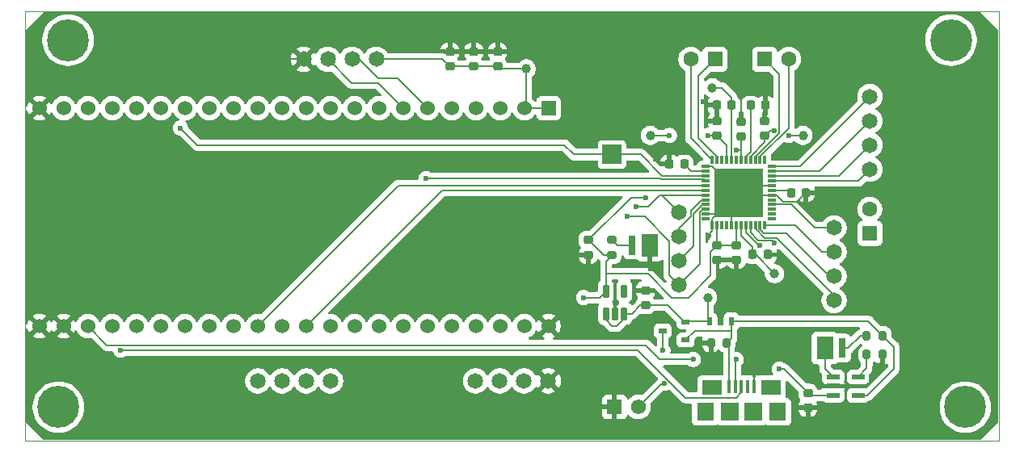
<source format=gbr>
%TF.GenerationSoftware,KiCad,Pcbnew,9.0.0*%
%TF.CreationDate,2025-05-10T16:39:55-04:00*%
%TF.ProjectId,HELPStat_V2,48454c50-5374-4617-945f-56322e6b6963,rev?*%
%TF.SameCoordinates,Original*%
%TF.FileFunction,Copper,L1,Top*%
%TF.FilePolarity,Positive*%
%FSLAX46Y46*%
G04 Gerber Fmt 4.6, Leading zero omitted, Abs format (unit mm)*
G04 Created by KiCad (PCBNEW 9.0.0) date 2025-05-10 16:39:55*
%MOMM*%
%LPD*%
G01*
G04 APERTURE LIST*
G04 Aperture macros list*
%AMRoundRect*
0 Rectangle with rounded corners*
0 $1 Rounding radius*
0 $2 $3 $4 $5 $6 $7 $8 $9 X,Y pos of 4 corners*
0 Add a 4 corners polygon primitive as box body*
4,1,4,$2,$3,$4,$5,$6,$7,$8,$9,$2,$3,0*
0 Add four circle primitives for the rounded corners*
1,1,$1+$1,$2,$3*
1,1,$1+$1,$4,$5*
1,1,$1+$1,$6,$7*
1,1,$1+$1,$8,$9*
0 Add four rect primitives between the rounded corners*
20,1,$1+$1,$2,$3,$4,$5,0*
20,1,$1+$1,$4,$5,$6,$7,0*
20,1,$1+$1,$6,$7,$8,$9,0*
20,1,$1+$1,$8,$9,$2,$3,0*%
G04 Aperture macros list end*
%TA.AperFunction,ComponentPad*%
%ADD10C,1.650000*%
%TD*%
%TA.AperFunction,SMDPad,CuDef*%
%ADD11RoundRect,0.225000X-0.250000X0.225000X-0.250000X-0.225000X0.250000X-0.225000X0.250000X0.225000X0*%
%TD*%
%TA.AperFunction,ComponentPad*%
%ADD12R,1.605000X1.605000*%
%TD*%
%TA.AperFunction,ComponentPad*%
%ADD13C,1.605000*%
%TD*%
%TA.AperFunction,SMDPad,CuDef*%
%ADD14RoundRect,0.225000X0.250000X-0.225000X0.250000X0.225000X-0.250000X0.225000X-0.250000X-0.225000X0*%
%TD*%
%TA.AperFunction,ComponentPad*%
%ADD15R,1.575000X1.575000*%
%TD*%
%TA.AperFunction,ComponentPad*%
%ADD16C,1.575000*%
%TD*%
%TA.AperFunction,SMDPad,CuDef*%
%ADD17RoundRect,0.225000X0.225000X0.250000X-0.225000X0.250000X-0.225000X-0.250000X0.225000X-0.250000X0*%
%TD*%
%TA.AperFunction,ComponentPad*%
%ADD18C,4.400000*%
%TD*%
%TA.AperFunction,SMDPad,CuDef*%
%ADD19RoundRect,0.225000X-0.225000X-0.250000X0.225000X-0.250000X0.225000X0.250000X-0.225000X0.250000X0*%
%TD*%
%TA.AperFunction,SMDPad,CuDef*%
%ADD20R,2.000000X2.000000*%
%TD*%
%TA.AperFunction,SMDPad,CuDef*%
%ADD21C,1.000000*%
%TD*%
%TA.AperFunction,SMDPad,CuDef*%
%ADD22RoundRect,0.200000X0.200000X0.275000X-0.200000X0.275000X-0.200000X-0.275000X0.200000X-0.275000X0*%
%TD*%
%TA.AperFunction,SMDPad,CuDef*%
%ADD23R,1.320800X0.508000*%
%TD*%
%TA.AperFunction,SMDPad,CuDef*%
%ADD24R,0.863600X0.558800*%
%TD*%
%TA.AperFunction,SMDPad,CuDef*%
%ADD25R,0.630000X0.830000*%
%TD*%
%TA.AperFunction,SMDPad,CuDef*%
%ADD26RoundRect,0.200000X-0.200000X-0.275000X0.200000X-0.275000X0.200000X0.275000X-0.200000X0.275000X0*%
%TD*%
%TA.AperFunction,SMDPad,CuDef*%
%ADD27R,1.752600X2.400000*%
%TD*%
%TA.AperFunction,SMDPad,CuDef*%
%ADD28R,0.787400X2.006600*%
%TD*%
%TA.AperFunction,SMDPad,CuDef*%
%ADD29R,0.400000X1.350000*%
%TD*%
%TA.AperFunction,SMDPad,CuDef*%
%ADD30R,2.100000X1.600000*%
%TD*%
%TA.AperFunction,SMDPad,CuDef*%
%ADD31R,1.800000X1.900000*%
%TD*%
%TA.AperFunction,SMDPad,CuDef*%
%ADD32R,1.900000X1.900000*%
%TD*%
%TA.AperFunction,SMDPad,CuDef*%
%ADD33RoundRect,0.045000X0.255000X-0.630000X0.255000X0.630000X-0.255000X0.630000X-0.255000X-0.630000X0*%
%TD*%
%TA.AperFunction,ComponentPad*%
%ADD34R,1.530000X1.530000*%
%TD*%
%TA.AperFunction,ComponentPad*%
%ADD35C,1.530000*%
%TD*%
%TA.AperFunction,SMDPad,CuDef*%
%ADD36RoundRect,0.200000X0.275000X-0.200000X0.275000X0.200000X-0.275000X0.200000X-0.275000X-0.200000X0*%
%TD*%
%TA.AperFunction,SMDPad,CuDef*%
%ADD37RoundRect,0.032500X-0.097500X0.387500X-0.097500X-0.387500X0.097500X-0.387500X0.097500X0.387500X0*%
%TD*%
%TA.AperFunction,SMDPad,CuDef*%
%ADD38RoundRect,0.032500X-0.387500X0.097500X-0.387500X-0.097500X0.387500X-0.097500X0.387500X0.097500X0*%
%TD*%
%TA.AperFunction,SMDPad,CuDef*%
%ADD39R,5.100000X5.100000*%
%TD*%
%TA.AperFunction,ViaPad*%
%ADD40C,0.600000*%
%TD*%
%TA.AperFunction,Conductor*%
%ADD41C,0.200000*%
%TD*%
%TA.AperFunction,Profile*%
%ADD42C,0.050000*%
%TD*%
G04 APERTURE END LIST*
D10*
%TO.P,J8,4,4*%
%TO.N,/WE*%
X124000000Y-106040000D03*
%TO.P,J8,3,3*%
%TO.N,/DE*%
X124000000Y-103500000D03*
%TO.P,J8,2,2*%
%TO.N,/CE*%
X124000000Y-100960000D03*
%TO.P,J8,1,1*%
%TO.N,/RE*%
X124000000Y-98420000D03*
%TD*%
D11*
%TO.P,C17,1,1*%
%TO.N,VLIPO*%
X117500000Y-129500000D03*
%TO.P,C17,2,2*%
%TO.N,GND*%
X117500000Y-131050000D03*
%TD*%
D12*
%TO.P,J4,1,1*%
%TO.N,/XTAL.I*%
X107770000Y-94500000D03*
D13*
%TO.P,J4,2,2*%
%TO.N,/XTAL.O*%
X105230000Y-94500000D03*
%TD*%
D14*
%TO.P,C7,1,1*%
%TO.N,3.3V*%
X80000000Y-95275000D03*
%TO.P,C7,2,2*%
%TO.N,GND*%
X80000000Y-93725000D03*
%TD*%
D15*
%TO.P,J2,1,1*%
%TO.N,GND*%
X97250000Y-130975000D03*
D16*
%TO.P,J2,2,2*%
%TO.N,VLIPO*%
X99750000Y-130975000D03*
%TD*%
D14*
%TO.P,C18,1,1*%
%TO.N,/ZERO.0*%
X108000000Y-102550000D03*
%TO.P,C18,2,2*%
%TO.N,GND*%
X108000000Y-101000000D03*
%TD*%
%TO.P,C9,1,1*%
%TO.N,/REF.2V5*%
X113000000Y-102550000D03*
%TO.P,C9,2,2*%
%TO.N,GND*%
X113000000Y-101000000D03*
%TD*%
D17*
%TO.P,C19,1,1*%
%TO.N,/BIAS.0*%
X109500000Y-99330000D03*
%TO.P,C19,2,2*%
%TO.N,GND*%
X107950000Y-99330000D03*
%TD*%
D18*
%TO.P,H4,1*%
%TO.N,N/C*%
X134000000Y-131000000D03*
%TD*%
D14*
%TO.P,C3,1,1*%
%TO.N,Net-(MOSFET1-S)*%
X100500000Y-120300000D03*
%TO.P,C3,2,2*%
%TO.N,GND*%
X100500000Y-118750000D03*
%TD*%
D19*
%TO.P,C11,1,1*%
%TO.N,/REF.1V8*%
X115725000Y-108500000D03*
%TO.P,C11,2,2*%
%TO.N,GND*%
X117275000Y-108500000D03*
%TD*%
D20*
%TO.P,CS0,1,1*%
%TO.N,/CS.AFE*%
X97000000Y-104500000D03*
%TD*%
D21*
%TO.P,TP4,1,1*%
%TO.N,/ZERO.0*%
X101000000Y-102500000D03*
%TD*%
D11*
%TO.P,C4,1,1*%
%TO.N,3.3V*%
X94500000Y-113475000D03*
%TO.P,C4,2,2*%
%TO.N,GND*%
X94500000Y-115025000D03*
%TD*%
D14*
%TO.P,C5,1,1*%
%TO.N,3.3V*%
X85000000Y-95275000D03*
%TO.P,C5,2,2*%
%TO.N,GND*%
X85000000Y-93725000D03*
%TD*%
D18*
%TO.P,H2,1*%
%TO.N,N/C*%
X132500000Y-92500000D03*
%TD*%
D22*
%TO.P,R8,1,1*%
%TO.N,VUSB*%
X125325000Y-123500000D03*
%TO.P,R8,2,2*%
%TO.N,Net-(LED1-Pad2)*%
X123675000Y-123500000D03*
%TD*%
D11*
%TO.P,C20,1,1*%
%TO.N,3.3V*%
X108000000Y-114000000D03*
%TO.P,C20,2,2*%
%TO.N,GND*%
X108000000Y-115550000D03*
%TD*%
D23*
%TO.P,U2,1,STAT*%
%TO.N,Net-(U2-STAT)*%
X120159200Y-127849998D03*
%TO.P,U2,2,VSS*%
%TO.N,GND*%
X120159200Y-128799999D03*
%TO.P,U2,3,VBAT*%
%TO.N,VLIPO*%
X120159200Y-129750000D03*
%TO.P,U2,4,VDD*%
%TO.N,VUSB*%
X122750000Y-129750000D03*
%TO.P,U2,5,PROG*%
%TO.N,Net-(U2-PROG)*%
X122750000Y-127849998D03*
%TD*%
D24*
%TO.P,MOSFET1,1,G*%
%TO.N,VUSB*%
X104693800Y-123950001D03*
%TO.P,MOSFET1,2,S*%
%TO.N,Net-(MOSFET1-S)*%
X104693800Y-122049999D03*
%TO.P,MOSFET1,3,D*%
%TO.N,VLIPO*%
X102306200Y-123000000D03*
%TD*%
D12*
%TO.P,J3,1,1*%
%TO.N,/RCAL0*%
X124000000Y-112770000D03*
D13*
%TO.P,J3,2,2*%
%TO.N,/RCAL1*%
X124000000Y-110230000D03*
%TD*%
D25*
%TO.P,D1,A*%
%TO.N,VUSB*%
X109500000Y-122000000D03*
%TO.P,D1,C*%
%TO.N,Net-(MOSFET1-S)*%
X107200000Y-122000000D03*
%TD*%
D26*
%TO.P,R7,1,1*%
%TO.N,Net-(U2-PROG)*%
X123675000Y-125500000D03*
%TO.P,R7,2,2*%
%TO.N,GND*%
X125325000Y-125500000D03*
%TD*%
D18*
%TO.P,H1,1*%
%TO.N,N/C*%
X40000000Y-92500000D03*
%TD*%
D10*
%TO.P,J7,1,1*%
%TO.N,/AIN4*%
X120250000Y-112190000D03*
%TO.P,J7,2,2*%
%TO.N,/AIN3*%
X120250000Y-114730000D03*
%TO.P,J7,3,3*%
%TO.N,/AFE2*%
X120250000Y-117270000D03*
%TO.P,J7,4,4*%
%TO.N,/AFE1*%
X120250000Y-119810000D03*
%TD*%
D21*
%TO.P,TP5,1,1*%
%TO.N,/BIAS.CAP*%
X114000000Y-117000000D03*
%TD*%
%TO.P,TP6,1,1*%
%TO.N,/REF.2V5*%
X117000000Y-102500000D03*
%TD*%
D22*
%TO.P,R4,1,1*%
%TO.N,VUSB*%
X109000000Y-124250000D03*
%TO.P,R4,2,2*%
%TO.N,GND*%
X107350000Y-124250000D03*
%TD*%
D19*
%TO.P,C10,1,1*%
%TO.N,/BIAS.CAP*%
X111725000Y-115000000D03*
%TO.P,C10,2,2*%
%TO.N,GND*%
X113275000Y-115000000D03*
%TD*%
D27*
%TO.P,LED1,1*%
%TO.N,Net-(U2-STAT)*%
X119281500Y-124799999D03*
D28*
%TO.P,LED1,2*%
%TO.N,Net-(LED1-Pad2)*%
X121110300Y-124799999D03*
%TD*%
D19*
%TO.P,C12,1,1*%
%TO.N,/AVDD.REG*%
X111500000Y-99330000D03*
%TO.P,C12,2,2*%
%TO.N,GND*%
X113050000Y-99330000D03*
%TD*%
D29*
%TO.P,J1,1,VUSB*%
%TO.N,VUSB*%
X109250000Y-128825000D03*
%TO.P,J1,2,D-*%
%TO.N,/USB_N*%
X109900000Y-128825000D03*
%TO.P,J1,3,D+*%
%TO.N,/USB_P*%
X110550000Y-128825000D03*
%TO.P,J1,4,ID*%
%TO.N,unconnected-(J1-ID-Pad4)*%
X111200000Y-128825000D03*
%TO.P,J1,5,GND*%
%TO.N,GND*%
X111850000Y-128825000D03*
D30*
%TO.P,J1,SH1,SHIELD*%
%TO.N,unconnected-(J1-SHIELD-PadSH1)*%
X107450000Y-128950000D03*
%TO.P,J1,SH2,SHIELD__1*%
%TO.N,unconnected-(J1-SHIELD__1-PadSH2)*%
X113650000Y-128950000D03*
D31*
%TO.P,J1,SH3,SHIELD__2*%
%TO.N,unconnected-(J1-SHIELD__2-PadSH3)*%
X106750000Y-131500000D03*
D32*
%TO.P,J1,SH4,SHIELD__3*%
%TO.N,unconnected-(J1-SHIELD__3-PadSH4)*%
X109350000Y-131500000D03*
%TO.P,J1,SH5,SHIELD__4*%
%TO.N,unconnected-(J1-SHIELD__4-PadSH5)*%
X111750000Y-131500000D03*
D31*
%TO.P,J1,SH6,SHIELD__5*%
%TO.N,unconnected-(J1-SHIELD__5-PadSH6)*%
X114350000Y-131500000D03*
%TD*%
D33*
%TO.P,U3,1,VIN*%
%TO.N,Net-(MOSFET1-S)*%
X96356200Y-121185000D03*
%TO.P,U3,2,GND*%
%TO.N,GND*%
X97306200Y-121185000D03*
%TO.P,U3,3,EN*%
%TO.N,Net-(MOSFET1-S)*%
X98256200Y-121185000D03*
%TO.P,U3,4*%
%TO.N,N/C*%
X98256200Y-118815000D03*
%TO.P,U3,5,VOUT*%
%TO.N,3.3V*%
X96356200Y-118815000D03*
%TD*%
D10*
%TO.P,SPI0,1,1*%
%TO.N,/CS.SPI*%
X67500000Y-128250000D03*
%TO.P,SPI0,2,2*%
%TO.N,/MISO*%
X64960000Y-128250000D03*
%TO.P,SPI0,3,3*%
%TO.N,/SCLK*%
X62420000Y-128250000D03*
%TO.P,SPI0,4,4*%
%TO.N,/MOSI*%
X59880000Y-128250000D03*
%TD*%
D21*
%TO.P,TP3,1,1*%
%TO.N,/BIAS.0*%
X107500000Y-97500000D03*
%TD*%
%TO.P,TP1,1,1*%
%TO.N,Net-(MOSFET1-S)*%
X107000000Y-119500000D03*
%TD*%
D14*
%TO.P,C21,1,1*%
%TO.N,3.3V*%
X110500000Y-102605000D03*
%TO.P,C21,2,2*%
%TO.N,GND*%
X110500000Y-101055000D03*
%TD*%
D34*
%TO.P,U5,J1_1,3V3*%
%TO.N,3.3V*%
X90340000Y-99640000D03*
D35*
%TO.P,U5,J1_2,3V3*%
X87800000Y-99640000D03*
%TO.P,U5,J1_3,RST*%
%TO.N,/MCU.RST*%
X85260000Y-99640000D03*
%TO.P,U5,J1_4,GPIO4*%
%TO.N,unconnected-(U5-GPIO4-PadJ1_4)*%
X82720000Y-99640000D03*
%TO.P,U5,J1_5,GPIO5*%
%TO.N,unconnected-(U5-GPIO5-PadJ1_5)*%
X80180000Y-99640000D03*
%TO.P,U5,J1_6,GPIO6*%
%TO.N,/SDA{slash}6{slash}CH0*%
X77640000Y-99640000D03*
%TO.P,U5,J1_7,GPIO7*%
%TO.N,/SCL{slash}7{slash}CH1*%
X75100000Y-99640000D03*
%TO.P,U5,J1_8,GPIO15*%
%TO.N,unconnected-(U5-GPIO15-PadJ1_8)*%
X72560000Y-99640000D03*
%TO.P,U5,J1_9,GPIO16*%
%TO.N,unconnected-(U5-GPIO16-PadJ1_9)*%
X70020000Y-99640000D03*
%TO.P,U5,J1_10,GPIO17*%
%TO.N,unconnected-(U5-GPIO17-PadJ1_10)*%
X67480000Y-99640000D03*
%TO.P,U5,J1_11,GPIO18*%
%TO.N,unconnected-(U5-GPIO18-PadJ1_11)*%
X64940000Y-99640000D03*
%TO.P,U5,J1_12,GPIO8*%
%TO.N,unconnected-(U5-GPIO8-PadJ1_12)*%
X62400000Y-99640000D03*
%TO.P,U5,J1_13,GPIO3*%
%TO.N,unconnected-(U5-GPIO3-PadJ1_13)*%
X59860000Y-99640000D03*
%TO.P,U5,J1_14,GPIO46*%
%TO.N,unconnected-(U5-GPIO46-PadJ1_14)*%
X57320000Y-99640000D03*
%TO.P,U5,J1_15,GPIO9*%
%TO.N,/GPIO.0*%
X54780000Y-99640000D03*
%TO.P,U5,J1_16,GPIO10*%
%TO.N,/AFE.RST*%
X52240000Y-99640000D03*
%TO.P,U5,J1_17,GPIO11*%
%TO.N,/CS.AFE*%
X49700000Y-99640000D03*
%TO.P,U5,J1_18,GPIO12*%
%TO.N,unconnected-(U5-GPIO12-PadJ1_18)*%
X47160000Y-99640000D03*
%TO.P,U5,J1_19,GPIO13*%
%TO.N,unconnected-(U5-GPIO13-PadJ1_19)*%
X44620000Y-99640000D03*
%TO.P,U5,J1_20,GPIO14*%
%TO.N,unconnected-(U5-GPIO14-PadJ1_20)*%
X42080000Y-99640000D03*
%TO.P,U5,J1_21,5V0*%
%TO.N,unconnected-(U5-5V0-PadJ1_21)*%
X39540000Y-99640000D03*
%TO.P,U5,J1_22,GND*%
%TO.N,GND*%
X37000000Y-99640000D03*
%TO.P,U5,J3_1,GND*%
X90340000Y-122500000D03*
%TO.P,U5,J3_2,U0TXD/GPIO43*%
%TO.N,/TX*%
X87800000Y-122500000D03*
%TO.P,U5,J3_3,U0RXD/GPIO44*%
%TO.N,/RX*%
X85260000Y-122500000D03*
%TO.P,U5,J3_4,GPIO1*%
%TO.N,unconnected-(U5-GPIO1-PadJ3_4)*%
X82720000Y-122500000D03*
%TO.P,U5,J3_5,GPIO2*%
%TO.N,unconnected-(U5-GPIO2-PadJ3_5)*%
X80180000Y-122500000D03*
%TO.P,U5,J3_6,MTMS/GPIO42*%
%TO.N,unconnected-(U5-MTMS{slash}GPIO42-PadJ3_6)*%
X77640000Y-122500000D03*
%TO.P,U5,J3_7,MTDI/GPIO41*%
%TO.N,unconnected-(U5-MTDI{slash}GPIO41-PadJ3_7)*%
X75100000Y-122500000D03*
%TO.P,U5,J3_8,MTDO/GPIO40*%
%TO.N,unconnected-(U5-MTDO{slash}GPIO40-PadJ3_8)*%
X72560000Y-122500000D03*
%TO.P,U5,J3_9,MTCK/GPIO39*%
%TO.N,unconnected-(U5-MTCK{slash}GPIO39-PadJ3_9)*%
X70020000Y-122500000D03*
%TO.P,U5,J3_10,GPIO38*%
%TO.N,/CS.SPI*%
X67480000Y-122500000D03*
%TO.P,U5,J3_11,GPIO37*%
%TO.N,/MISO*%
X64940000Y-122500000D03*
%TO.P,U5,J3_12,GPIO36*%
%TO.N,/SCLK*%
X62400000Y-122500000D03*
%TO.P,U5,J3_13,GPIO35*%
%TO.N,/MOSI*%
X59860000Y-122500000D03*
%TO.P,U5,J3_14,GPIO0*%
%TO.N,/BOOT*%
X57320000Y-122500000D03*
%TO.P,U5,J3_15,GPIO45*%
%TO.N,unconnected-(U5-GPIO45-PadJ3_15)*%
X54780000Y-122500000D03*
%TO.P,U5,J3_16,GPIO48*%
%TO.N,unconnected-(U5-GPIO48-PadJ3_16)*%
X52240000Y-122500000D03*
%TO.P,U5,J3_17,GPIO47*%
%TO.N,unconnected-(U5-GPIO47-PadJ3_17)*%
X49700000Y-122500000D03*
%TO.P,U5,J3_18,GPIO21*%
%TO.N,/CS.SD*%
X47160000Y-122500000D03*
%TO.P,U5,J3_19,USB_D+/GPIO20*%
%TO.N,/USB_P*%
X44620000Y-122500000D03*
%TO.P,U5,J3_20,USB_D-/GPIO19*%
%TO.N,/USB_N*%
X42080000Y-122500000D03*
%TO.P,U5,J3_21,GND*%
%TO.N,GND*%
X39540000Y-122500000D03*
%TO.P,U5,J3_22,GND*%
X37000000Y-122500000D03*
%TD*%
D36*
%TO.P,R9,1,1*%
%TO.N,3.3V*%
X97000000Y-115075000D03*
%TO.P,R9,2,2*%
%TO.N,Net-(LED2-Pad2)*%
X97000000Y-113425000D03*
%TD*%
D18*
%TO.P,H3,1*%
%TO.N,N/C*%
X39000000Y-131000000D03*
%TD*%
D10*
%TO.P,I2C0,1,1*%
%TO.N,3.3V*%
X72290000Y-94500000D03*
%TO.P,I2C0,2,2*%
%TO.N,/SDA{slash}6{slash}CH0*%
X69750000Y-94500000D03*
%TO.P,I2C0,3,3*%
%TO.N,/SCL{slash}7{slash}CH1*%
X67210000Y-94500000D03*
%TO.P,I2C0,4,4*%
%TO.N,GND*%
X64670000Y-94500000D03*
%TD*%
D11*
%TO.P,C22,1,1*%
%TO.N,3.3V*%
X110000000Y-114000000D03*
%TO.P,C22,2,2*%
%TO.N,GND*%
X110000000Y-115550000D03*
%TD*%
D12*
%TO.P,J5,1,1*%
%TO.N,/RC0.0*%
X112960000Y-94500000D03*
D13*
%TO.P,J5,2,2*%
%TO.N,/RC0.1*%
X115500000Y-94500000D03*
%TD*%
D27*
%TO.P,LED2,1*%
%TO.N,GND*%
X100923100Y-114000000D03*
D28*
%TO.P,LED2,2*%
%TO.N,Net-(LED2-Pad2)*%
X99094300Y-114000000D03*
%TD*%
D17*
%TO.P,C8,1,1*%
%TO.N,/DVDD.1V8*%
X104550000Y-105500000D03*
%TO.P,C8,2,2*%
%TO.N,GND*%
X103000000Y-105500000D03*
%TD*%
D14*
%TO.P,C6,1,1*%
%TO.N,3.3V*%
X82500000Y-95275000D03*
%TO.P,C6,2,2*%
%TO.N,GND*%
X82500000Y-93725000D03*
%TD*%
D10*
%TO.P,J6,1,1*%
%TO.N,/GPIO.0*%
X104000000Y-110575000D03*
%TO.P,J6,2,2*%
%TO.N,/GPIO.1*%
X104000000Y-113115000D03*
%TO.P,J6,3,3*%
%TO.N,/GPIO.2*%
X104000000Y-115655000D03*
%TO.P,J6,4,4*%
%TO.N,/AFE.RST*%
X104000000Y-118195000D03*
%TD*%
D21*
%TO.P,TP2,1,1*%
%TO.N,3.3V*%
X88000000Y-95500000D03*
%TD*%
D37*
%TO.P,U4,1,RC0_2*%
%TO.N,/RC0.2*%
X113000000Y-105055000D03*
%TO.P,U4,2,RC0_1*%
%TO.N,/RC0.1*%
X112500000Y-105055000D03*
%TO.P,U4,3,RC0_0*%
%TO.N,/RC0.0*%
X112000000Y-105055000D03*
%TO.P,U4,4,VREF_2V5*%
%TO.N,/REF.2V5*%
X111500000Y-105055000D03*
%TO.P,U4,5,AVDD_REG*%
%TO.N,/AVDD.REG*%
X111000000Y-105055000D03*
%TO.P,U4,6,DVDD*%
%TO.N,3.3V*%
X110500000Y-105055000D03*
%TO.P,U4,7,DNC*%
%TO.N,unconnected-(U4-DNC-Pad7)*%
X110000000Y-105055000D03*
%TO.P,U4,8,VBIAS0*%
%TO.N,/BIAS.0*%
X109500000Y-105055000D03*
%TO.P,U4,9,VZERO0*%
%TO.N,/ZERO.0*%
X109000000Y-105055000D03*
%TO.P,U4,10,DNC__1*%
%TO.N,unconnected-(U4-DNC__1-Pad10)*%
X108500000Y-105055000D03*
%TO.P,U4,11,XTALI*%
%TO.N,/XTAL.I*%
X108000000Y-105055000D03*
%TO.P,U4,12,XTALO*%
%TO.N,/XTAL.O*%
X107500000Y-105055000D03*
D38*
%TO.P,U4,13,DGND*%
%TO.N,GND*%
X106805000Y-105750000D03*
%TO.P,U4,14,DVDD_REG_1V8*%
%TO.N,/DVDD.1V8*%
X106805000Y-106250000D03*
%TO.P,U4,15,~{CS}*%
%TO.N,/CS.AFE*%
X106805000Y-106750000D03*
%TO.P,U4,16,SCLK*%
%TO.N,/SCLK*%
X106805000Y-107250000D03*
%TO.P,U4,17,MOSI*%
%TO.N,/MOSI*%
X106805000Y-107750000D03*
%TO.P,U4,18,MISO*%
%TO.N,/MISO*%
X106805000Y-108250000D03*
%TO.P,U4,19,GPIO0*%
%TO.N,/GPIO.0*%
X106805000Y-108750000D03*
%TO.P,U4,20,GPIO1*%
%TO.N,/GPIO.1*%
X106805000Y-109250000D03*
%TO.P,U4,21,GPIO2*%
%TO.N,/GPIO.2*%
X106805000Y-109750000D03*
%TO.P,U4,22,~{RESET}*%
%TO.N,/AFE.RST*%
X106805000Y-110250000D03*
%TO.P,U4,23,DGND__1*%
%TO.N,GND*%
X106805000Y-110750000D03*
%TO.P,U4,24,DNC__2*%
%TO.N,unconnected-(U4-DNC__2-Pad24)*%
X106805000Y-111250000D03*
D37*
%TO.P,U4,25,DGND__2*%
%TO.N,GND*%
X107500000Y-111945000D03*
%TO.P,U4,26,IOVDD*%
%TO.N,3.3V*%
X108000000Y-111945000D03*
%TO.P,U4,27,AFE3*%
%TO.N,/AFE3*%
X108500000Y-111945000D03*
%TO.P,U4,28,AFE4*%
%TO.N,/AFE4*%
X109000000Y-111945000D03*
%TO.P,U4,29,AGND*%
%TO.N,GND*%
X109500000Y-111945000D03*
%TO.P,U4,30,AVDD*%
%TO.N,3.3V*%
X110000000Y-111945000D03*
%TO.P,U4,31,VBIAS_CAP*%
%TO.N,/BIAS.CAP*%
X110500000Y-111945000D03*
%TO.P,U4,32,RCAL0*%
%TO.N,/RCAL0*%
X111000000Y-111945000D03*
%TO.P,U4,33,RCAL1*%
%TO.N,/RCAL1*%
X111500000Y-111945000D03*
%TO.P,U4,34,AFE1*%
%TO.N,/AFE1*%
X112000000Y-111945000D03*
%TO.P,U4,35,AFE2*%
%TO.N,/AFE2*%
X112500000Y-111945000D03*
%TO.P,U4,36,AIN3/BUF_VREF1V8*%
%TO.N,/AIN3*%
X113000000Y-111945000D03*
D38*
%TO.P,U4,37,AIN2*%
%TO.N,/AIN2*%
X113695000Y-111250000D03*
%TO.P,U4,38,AIN1*%
%TO.N,/AIN1*%
X113695000Y-110750000D03*
%TO.P,U4,39,AIN0*%
%TO.N,/AIN0*%
X113695000Y-110250000D03*
%TO.P,U4,40,AIN4/LPF0*%
%TO.N,/AIN4*%
X113695000Y-109750000D03*
%TO.P,U4,41,AVDD__1*%
%TO.N,unconnected-(U4-AVDD__1-Pad41)*%
X113695000Y-109250000D03*
%TO.P,U4,42,AGND__1*%
%TO.N,GND*%
X113695000Y-108750000D03*
%TO.P,U4,43,VREF_1V8*%
%TO.N,/REF.1V8*%
X113695000Y-108250000D03*
%TO.P,U4,44,AGND_REF*%
%TO.N,GND*%
X113695000Y-107750000D03*
%TO.P,U4,45,SE0*%
%TO.N,/WE*%
X113695000Y-107250000D03*
%TO.P,U4,46,DE0*%
%TO.N,/DE*%
X113695000Y-106750000D03*
%TO.P,U4,47,CE0*%
%TO.N,/CE*%
X113695000Y-106250000D03*
%TO.P,U4,48,RE0*%
%TO.N,/RE*%
X113695000Y-105750000D03*
D39*
%TO.P,U4,49,EXP*%
%TO.N,GND*%
X110250000Y-108500000D03*
%TD*%
D10*
%TO.P,UART0,1,1*%
%TO.N,3.3V*%
X82690000Y-128250000D03*
%TO.P,UART0,2,2*%
%TO.N,/RX*%
X85230000Y-128250000D03*
%TO.P,UART0,3,3*%
%TO.N,/TX*%
X87770000Y-128250000D03*
%TO.P,UART0,4,4*%
%TO.N,GND*%
X90310000Y-128250000D03*
%TD*%
D40*
%TO.N,GND*%
X117500000Y-133500000D03*
X112000000Y-126500000D03*
X101000000Y-116500000D03*
X118500000Y-128000000D03*
X107000000Y-113000000D03*
X119000000Y-109000000D03*
X124500000Y-127000000D03*
X94500000Y-116000000D03*
X101500000Y-105000000D03*
X106500000Y-99000000D03*
X61500000Y-96250000D03*
X93500000Y-131000000D03*
X97500000Y-120000000D03*
X106000000Y-124000000D03*
X110500000Y-97500000D03*
%TO.N,3.3V*%
X94000000Y-119500000D03*
X100500000Y-109000000D03*
X110000000Y-104000000D03*
%TO.N,/SCLK*%
X77500000Y-107000000D03*
%TO.N,/AFE.RST*%
X98591054Y-111000000D03*
%TO.N,/CS.AFE*%
X51780000Y-101720000D03*
%TO.N,/USB_P*%
X45500000Y-125000000D03*
%TO.N,/GPIO.0*%
X99500000Y-110000000D03*
%TO.N,/USB_N*%
X110000000Y-126000000D03*
X105500000Y-126000000D03*
%TO.N,VLIPO*%
X114500000Y-127000000D03*
X102306200Y-125000000D03*
X102500000Y-128500000D03*
%TO.N,/REF.2V5*%
X114000000Y-102000000D03*
X115500000Y-102500000D03*
%TO.N,/ZERO.0*%
X103000000Y-102500000D03*
X107000000Y-102500000D03*
%TO.N,/RCAL0*%
X112500000Y-114000000D03*
%TO.N,/RCAL1*%
X114000000Y-113733499D03*
%TD*%
D41*
%TO.N,Net-(U2-PROG)*%
X123675000Y-125500000D02*
X123675000Y-126924998D01*
X123675000Y-126924998D02*
X122750000Y-127849998D01*
%TO.N,GND*%
X125325000Y-126175000D02*
X124500000Y-127000000D01*
X125325000Y-125500000D02*
X125325000Y-126175000D01*
X100923100Y-116423100D02*
X101000000Y-116500000D01*
X108000000Y-110750000D02*
X110250000Y-108500000D01*
X107500000Y-112500000D02*
X107000000Y-113000000D01*
X114949000Y-109449000D02*
X116326000Y-109449000D01*
X107500000Y-111945000D02*
X107500000Y-112500000D01*
X107500000Y-111250000D02*
X110250000Y-108500000D01*
X118500000Y-108500000D02*
X119000000Y-109000000D01*
X117275000Y-108500000D02*
X118500000Y-108500000D01*
X107500000Y-105750000D02*
X110250000Y-108500000D01*
X103000000Y-105500000D02*
X102000000Y-105500000D01*
X110250000Y-108500000D02*
X109500000Y-109250000D01*
X93060000Y-131000000D02*
X93500000Y-131000000D01*
X116326000Y-109449000D02*
X117275000Y-108500000D01*
X63250000Y-94500000D02*
X61500000Y-96250000D01*
X107500000Y-111945000D02*
X107500000Y-111250000D01*
X106250000Y-124250000D02*
X106000000Y-124000000D01*
X113695000Y-108750000D02*
X110500000Y-108750000D01*
X113695000Y-107750000D02*
X111000000Y-107750000D01*
X106805000Y-110750000D02*
X108000000Y-110750000D01*
X106805000Y-105750000D02*
X107500000Y-105750000D01*
X114250000Y-108750000D02*
X114949000Y-109449000D01*
X90310000Y-128250000D02*
X93060000Y-131000000D01*
X97250000Y-130975000D02*
X93525000Y-130975000D01*
X110500000Y-97500000D02*
X110500000Y-101055000D01*
X64670000Y-94500000D02*
X63250000Y-94500000D01*
X97306200Y-120193800D02*
X97500000Y-120000000D01*
X111000000Y-107750000D02*
X110250000Y-108500000D01*
X110500000Y-108750000D02*
X110250000Y-108500000D01*
X120159200Y-128799999D02*
X119299999Y-128799999D01*
X102000000Y-105500000D02*
X101500000Y-105000000D01*
X106830000Y-99330000D02*
X106500000Y-99000000D01*
X94500000Y-115025000D02*
X94500000Y-116000000D01*
X109500000Y-109250000D02*
X109500000Y-111945000D01*
X111850000Y-128825000D02*
X111850000Y-126650000D01*
X117500000Y-131050000D02*
X117500000Y-133500000D01*
X119299999Y-128799999D02*
X118500000Y-128000000D01*
X107350000Y-124250000D02*
X106250000Y-124250000D01*
X113695000Y-108750000D02*
X114250000Y-108750000D01*
X107950000Y-99330000D02*
X106830000Y-99330000D01*
X97306200Y-121185000D02*
X97306200Y-120193800D01*
X93525000Y-130975000D02*
X93500000Y-131000000D01*
X111850000Y-126650000D02*
X112000000Y-126500000D01*
X100923100Y-114000000D02*
X100923100Y-116423100D01*
%TO.N,3.3V*%
X110000000Y-114000000D02*
X110000000Y-111945000D01*
X94500000Y-113475000D02*
X98975000Y-109000000D01*
X96356200Y-117000000D02*
X96356200Y-115718800D01*
X110000000Y-104000000D02*
X110500000Y-104000000D01*
X108000000Y-114000000D02*
X108000000Y-111945000D01*
X85225000Y-95500000D02*
X85000000Y-95275000D01*
X96356200Y-118815000D02*
X96356200Y-117000000D01*
X79225000Y-94500000D02*
X80000000Y-95275000D01*
X97000000Y-115075000D02*
X96100000Y-115075000D01*
X94000000Y-119500000D02*
X95671200Y-119500000D01*
X95671200Y-119500000D02*
X96356200Y-118815000D01*
X87800000Y-99640000D02*
X90340000Y-99640000D01*
X100750000Y-117000000D02*
X103250000Y-119500000D01*
X98975000Y-109000000D02*
X100500000Y-109000000D01*
X110500000Y-104000000D02*
X110500000Y-102605000D01*
X88000000Y-95500000D02*
X85225000Y-95500000D01*
X105000000Y-119500000D02*
X107324000Y-117176000D01*
X88000000Y-95500000D02*
X88000000Y-99440000D01*
X96356200Y-117000000D02*
X100750000Y-117000000D01*
X107324000Y-117176000D02*
X107324000Y-114676000D01*
X108000000Y-114000000D02*
X110000000Y-114000000D01*
X88000000Y-99440000D02*
X87800000Y-99640000D01*
X80000000Y-95275000D02*
X82500000Y-95275000D01*
X110500000Y-105055000D02*
X110500000Y-104000000D01*
X107324000Y-114676000D02*
X108000000Y-114000000D01*
X82500000Y-95275000D02*
X85000000Y-95275000D01*
X103250000Y-119500000D02*
X105000000Y-119500000D01*
X96100000Y-115075000D02*
X94500000Y-113475000D01*
X72290000Y-94500000D02*
X79225000Y-94500000D01*
X96356200Y-115718800D02*
X97000000Y-115075000D01*
%TO.N,/MOSI*%
X74610000Y-107750000D02*
X106805000Y-107750000D01*
X59860000Y-122500000D02*
X74610000Y-107750000D01*
%TO.N,/SCLK*%
X102125322Y-107051000D02*
X102374678Y-107051000D01*
X77500000Y-107000000D02*
X102074322Y-107000000D01*
X106319880Y-107081000D02*
X106636000Y-107081000D01*
X102074322Y-107000000D02*
X102125322Y-107051000D01*
X106289880Y-107051000D02*
X106319880Y-107081000D01*
X106636000Y-107081000D02*
X106805000Y-107250000D01*
X102374678Y-107051000D02*
X106289880Y-107051000D01*
%TO.N,/SDA{slash}6{slash}CH0*%
X74500000Y-96500000D02*
X77640000Y-99640000D01*
X70500000Y-94500000D02*
X72500000Y-96500000D01*
X69750000Y-94500000D02*
X70500000Y-94500000D01*
X72500000Y-96500000D02*
X74500000Y-96500000D01*
%TO.N,/MISO*%
X79190000Y-108250000D02*
X106805000Y-108250000D01*
X64940000Y-122500000D02*
X79190000Y-108250000D01*
%TO.N,/AFE.RST*%
X102974000Y-113572600D02*
X102974000Y-117169000D01*
X104000000Y-118195000D02*
X106184000Y-116011000D01*
X98591054Y-111000000D02*
X100401400Y-111000000D01*
X106488880Y-110250000D02*
X106805000Y-110250000D01*
X102974000Y-117169000D02*
X104000000Y-118195000D01*
X100401400Y-111000000D02*
X102974000Y-113572600D01*
X106184000Y-116011000D02*
X106184000Y-110554880D01*
X106184000Y-110554880D02*
X106488880Y-110250000D01*
%TO.N,/CS.AFE*%
X93000000Y-104500000D02*
X97000000Y-104500000D01*
X92000000Y-103500000D02*
X93000000Y-104500000D01*
X100000000Y-104500000D02*
X97000000Y-104500000D01*
X51780000Y-101720000D02*
X53560000Y-103500000D01*
X53560000Y-103500000D02*
X92000000Y-103500000D01*
X106805000Y-106750000D02*
X102250000Y-106750000D01*
X102250000Y-106750000D02*
X100000000Y-104500000D01*
%TO.N,/USB_P*%
X110002000Y-130000000D02*
X110550000Y-129452000D01*
X110550000Y-129452000D02*
X110550000Y-128825000D01*
X104708521Y-130000000D02*
X110002000Y-130000000D01*
X45500000Y-125000000D02*
X99708521Y-125000000D01*
X99708521Y-125000000D02*
X104708521Y-130000000D01*
%TO.N,/GPIO.0*%
X102000000Y-108750000D02*
X102175000Y-108750000D01*
X102000000Y-108750000D02*
X100750000Y-110000000D01*
X102175000Y-108750000D02*
X104000000Y-110575000D01*
X106805000Y-108750000D02*
X102000000Y-108750000D01*
X100750000Y-110000000D02*
X99500000Y-110000000D01*
%TO.N,/SCL{slash}7{slash}CH1*%
X72460000Y-97000000D02*
X75100000Y-99640000D01*
X69710000Y-97000000D02*
X72460000Y-97000000D01*
X67210000Y-94500000D02*
X69710000Y-97000000D01*
%TO.N,/USB_N*%
X109900000Y-126100000D02*
X110000000Y-126000000D01*
X109900000Y-128825000D02*
X109900000Y-126100000D01*
X105500000Y-126000000D02*
X102000000Y-126000000D01*
X44080000Y-124500000D02*
X42080000Y-122500000D01*
X102000000Y-126000000D02*
X100500000Y-124500000D01*
X100500000Y-124500000D02*
X44080000Y-124500000D01*
%TO.N,Net-(U2-STAT)*%
X119281500Y-126972298D02*
X119281500Y-124799999D01*
X120159200Y-127849998D02*
X119281500Y-126972298D01*
%TO.N,VUSB*%
X126500000Y-124675000D02*
X126500000Y-127000000D01*
X125325000Y-123500000D02*
X123825000Y-122000000D01*
X109500000Y-123000000D02*
X109500000Y-122000000D01*
X109500000Y-123750000D02*
X109500000Y-123000000D01*
X109250000Y-128825000D02*
X109250000Y-124500000D01*
X109250000Y-124500000D02*
X109000000Y-124250000D01*
X125325000Y-123500000D02*
X126500000Y-124675000D01*
X123750000Y-129750000D02*
X122750000Y-129750000D01*
X123825000Y-122000000D02*
X109500000Y-122000000D01*
X126500000Y-127000000D02*
X123750000Y-129750000D01*
X109500000Y-123000000D02*
X105643801Y-123000000D01*
X109000000Y-124250000D02*
X109500000Y-123750000D01*
X105643801Y-123000000D02*
X104693800Y-123950001D01*
%TO.N,VLIPO*%
X102306200Y-125000000D02*
X102306200Y-123000000D01*
X115000000Y-127000000D02*
X114500000Y-127000000D01*
X117500000Y-129500000D02*
X115000000Y-127000000D01*
X102225000Y-128500000D02*
X102500000Y-128500000D01*
X99750000Y-130975000D02*
X102225000Y-128500000D01*
X120159200Y-129750000D02*
X117750000Y-129750000D01*
X99750000Y-130750000D02*
X99750000Y-130975000D01*
X117750000Y-129750000D02*
X117500000Y-129500000D01*
%TO.N,/DVDD.1V8*%
X106805000Y-106250000D02*
X105300000Y-106250000D01*
X105300000Y-106250000D02*
X104550000Y-105500000D01*
%TO.N,/REF.2V5*%
X117000000Y-102500000D02*
X115500000Y-102500000D01*
X111500000Y-104720000D02*
X111500000Y-105055000D01*
X114000000Y-102000000D02*
X113550000Y-102000000D01*
X113550000Y-102000000D02*
X113000000Y-102550000D01*
X113000000Y-102550000D02*
X113000000Y-103220000D01*
X113000000Y-103220000D02*
X111500000Y-104720000D01*
%TO.N,/BIAS.CAP*%
X111725000Y-115000000D02*
X112000000Y-115000000D01*
X110500000Y-111945000D02*
X110500000Y-113000000D01*
X110500000Y-113000000D02*
X111725000Y-114225000D01*
X112000000Y-115000000D02*
X114000000Y-117000000D01*
X111725000Y-114225000D02*
X111725000Y-115000000D01*
%TO.N,/REF.1V8*%
X115725000Y-108500000D02*
X115475000Y-108250000D01*
X115475000Y-108250000D02*
X113695000Y-108250000D01*
%TO.N,/AVDD.REG*%
X111000000Y-105055000D02*
X111000000Y-104738880D01*
X111000000Y-104738880D02*
X111500000Y-104238880D01*
X111500000Y-104238880D02*
X111500000Y-99330000D01*
%TO.N,/ZERO.0*%
X109000000Y-105055000D02*
X109000000Y-103550000D01*
X107000000Y-102500000D02*
X107950000Y-102500000D01*
X109000000Y-103550000D02*
X108000000Y-102550000D01*
X107950000Y-102500000D02*
X108000000Y-102550000D01*
X101000000Y-102500000D02*
X103000000Y-102500000D01*
%TO.N,/BIAS.0*%
X109500000Y-98500000D02*
X109500000Y-99330000D01*
X109500000Y-105055000D02*
X109500000Y-99330000D01*
X107500000Y-97500000D02*
X108500000Y-97500000D01*
X108500000Y-97500000D02*
X109500000Y-98500000D01*
%TO.N,/RE*%
X124000000Y-98420000D02*
X116670000Y-105750000D01*
X116670000Y-105750000D02*
X113695000Y-105750000D01*
%TO.N,/RCAL0*%
X111000000Y-112632786D02*
X112367214Y-114000000D01*
X112367214Y-114000000D02*
X112500000Y-114000000D01*
X111000000Y-111945000D02*
X111000000Y-112632786D01*
%TO.N,/WE*%
X122790000Y-107250000D02*
X113695000Y-107250000D01*
X124000000Y-106040000D02*
X122790000Y-107250000D01*
%TO.N,/RC0.0*%
X114500000Y-102238880D02*
X112000000Y-104738880D01*
X114500000Y-96040000D02*
X114500000Y-102238880D01*
X112000000Y-104738880D02*
X112000000Y-105055000D01*
X112960000Y-94500000D02*
X114500000Y-96040000D01*
%TO.N,/RC0.1*%
X115500000Y-101738880D02*
X112500000Y-104738880D01*
X112500000Y-104738880D02*
X112500000Y-105055000D01*
X115500000Y-94500000D02*
X115500000Y-101738880D01*
%TO.N,/RCAL1*%
X112292892Y-113500000D02*
X111500000Y-112707108D01*
X112818144Y-113534499D02*
X112783645Y-113500000D01*
X114000000Y-113733499D02*
X113801000Y-113534499D01*
X112783645Y-113500000D02*
X112292892Y-113500000D01*
X113801000Y-113534499D02*
X112818144Y-113534499D01*
X111500000Y-112707108D02*
X111500000Y-111945000D01*
%TO.N,/GPIO.2*%
X105500000Y-114155000D02*
X105500000Y-111175678D01*
X106488880Y-109750000D02*
X106805000Y-109750000D01*
X104000000Y-115655000D02*
X105500000Y-114155000D01*
X105500000Y-111175678D02*
X105551000Y-111124678D01*
X105551000Y-111124678D02*
X105551000Y-110875322D01*
X105551000Y-110875322D02*
X105551000Y-110687880D01*
X105551000Y-110687880D02*
X106488880Y-109750000D01*
%TO.N,/DE*%
X124000000Y-103500000D02*
X120750000Y-106750000D01*
X120750000Y-106750000D02*
X113695000Y-106750000D01*
%TO.N,/AIN4*%
X118190000Y-112190000D02*
X120250000Y-112190000D01*
X113695000Y-109750000D02*
X115750000Y-109750000D01*
X115750000Y-109750000D02*
X118190000Y-112190000D01*
%TO.N,/GPIO.1*%
X105250000Y-110385001D02*
X106385001Y-109250000D01*
X104000000Y-112250000D02*
X105250000Y-111000000D01*
X105250000Y-111000000D02*
X105250000Y-110385001D01*
X106385001Y-109250000D02*
X106805000Y-109250000D01*
X104000000Y-113115000D02*
X104000000Y-112250000D01*
%TO.N,/AFE2*%
X115250000Y-112750000D02*
X119770000Y-117270000D01*
X112885001Y-112750000D02*
X115250000Y-112750000D01*
X119770000Y-117270000D02*
X120250000Y-117270000D01*
X112500000Y-112364999D02*
X112885001Y-112750000D01*
X112500000Y-111945000D02*
X112500000Y-112364999D01*
%TO.N,/AIN3*%
X116195000Y-111945000D02*
X118980000Y-114730000D01*
X118980000Y-114730000D02*
X120250000Y-114730000D01*
X113000000Y-111945000D02*
X116195000Y-111945000D01*
%TO.N,/XTAL.I*%
X108000000Y-104738880D02*
X108000000Y-105055000D01*
X107770000Y-94500000D02*
X106000000Y-96270000D01*
X106000000Y-102738880D02*
X108000000Y-104738880D01*
X106000000Y-96270000D02*
X106000000Y-102738880D01*
%TO.N,/AFE1*%
X112941822Y-113232499D02*
X114207521Y-113232499D01*
X114207521Y-113232499D02*
X120250000Y-119274978D01*
X112000000Y-111945000D02*
X112000000Y-112290677D01*
X112000000Y-112290677D02*
X112941822Y-113232499D01*
X120250000Y-119274978D02*
X120250000Y-119810000D01*
%TO.N,/CE*%
X124000000Y-100960000D02*
X118710000Y-106250000D01*
X118710000Y-106250000D02*
X113695000Y-106250000D01*
%TO.N,/XTAL.O*%
X105230000Y-102785000D02*
X107500000Y-105055000D01*
X105230000Y-94500000D02*
X105230000Y-102785000D01*
%TO.N,Net-(MOSFET1-S)*%
X98256200Y-121743800D02*
X98256200Y-121185000D01*
X99950000Y-120300000D02*
X99065000Y-121185000D01*
X104743799Y-122000000D02*
X104693800Y-122049999D01*
X97500000Y-122500000D02*
X98256200Y-121743800D01*
X107000000Y-121800000D02*
X107200000Y-122000000D01*
X104693800Y-122049999D02*
X104549999Y-122049999D01*
X99065000Y-121185000D02*
X98256200Y-121185000D01*
X107000000Y-119500000D02*
X107000000Y-121800000D01*
X96996201Y-122500000D02*
X97500000Y-122500000D01*
X96356200Y-121185000D02*
X96356200Y-121859999D01*
X96356200Y-121859999D02*
X96996201Y-122500000D01*
X102800000Y-120300000D02*
X100500000Y-120300000D01*
X107200000Y-122000000D02*
X104743799Y-122000000D01*
X104549999Y-122049999D02*
X102800000Y-120300000D01*
X100500000Y-120300000D02*
X99950000Y-120300000D01*
%TO.N,Net-(LED1-Pad2)*%
X123000000Y-123500000D02*
X123675000Y-123500000D01*
X121700001Y-124799999D02*
X123000000Y-123500000D01*
X121110300Y-124799999D02*
X121700001Y-124799999D01*
%TO.N,Net-(LED2-Pad2)*%
X97575000Y-114000000D02*
X97000000Y-113425000D01*
X99094300Y-114000000D02*
X97575000Y-114000000D01*
%TD*%
%TA.AperFunction,Conductor*%
%TO.N,GND*%
G36*
X135541177Y-89545185D02*
G01*
X135561819Y-89561819D01*
X137438181Y-91438181D01*
X137471666Y-91499504D01*
X137474500Y-91525862D01*
X137474500Y-132474138D01*
X137454815Y-132541177D01*
X137438181Y-132561819D01*
X135561819Y-134438181D01*
X135500496Y-134471666D01*
X135474138Y-134474500D01*
X37525862Y-134474500D01*
X37458823Y-134454815D01*
X37438181Y-134438181D01*
X35561819Y-132561819D01*
X35528334Y-132500496D01*
X35525500Y-132474138D01*
X35525500Y-130848336D01*
X36299500Y-130848336D01*
X36299500Y-131151663D01*
X36333457Y-131453048D01*
X36333459Y-131453060D01*
X36333460Y-131453063D01*
X36344173Y-131500000D01*
X36400953Y-131748771D01*
X36400957Y-131748783D01*
X36501133Y-132035068D01*
X36632733Y-132308338D01*
X36632735Y-132308341D01*
X36794108Y-132565164D01*
X36983221Y-132802304D01*
X37197696Y-133016779D01*
X37434836Y-133205892D01*
X37691659Y-133367265D01*
X37964935Y-133498868D01*
X38179951Y-133574105D01*
X38251216Y-133599042D01*
X38251228Y-133599046D01*
X38546937Y-133666540D01*
X38546946Y-133666541D01*
X38546951Y-133666542D01*
X38747874Y-133689180D01*
X38848337Y-133700499D01*
X38848340Y-133700500D01*
X38848343Y-133700500D01*
X39151660Y-133700500D01*
X39151661Y-133700499D01*
X39305694Y-133683144D01*
X39453048Y-133666542D01*
X39453051Y-133666541D01*
X39453063Y-133666540D01*
X39748772Y-133599046D01*
X40035065Y-133498868D01*
X40308341Y-133367265D01*
X40565164Y-133205892D01*
X40802304Y-133016779D01*
X41016779Y-132802304D01*
X41205892Y-132565164D01*
X41367265Y-132308341D01*
X41498868Y-132035065D01*
X41599046Y-131748772D01*
X41666540Y-131453063D01*
X41669972Y-131422606D01*
X41699588Y-131159755D01*
X41699588Y-131159754D01*
X41700499Y-131151663D01*
X41700500Y-131151657D01*
X41700500Y-130848343D01*
X41681239Y-130677392D01*
X41666542Y-130546951D01*
X41666541Y-130546946D01*
X41666540Y-130546937D01*
X41599046Y-130251228D01*
X41597334Y-130246335D01*
X41573180Y-130177306D01*
X41529288Y-130051870D01*
X41498868Y-129964935D01*
X41367265Y-129691659D01*
X41205892Y-129434836D01*
X41016779Y-129197696D01*
X40802304Y-128983221D01*
X40565164Y-128794108D01*
X40308341Y-128632735D01*
X40308338Y-128632733D01*
X40035068Y-128501133D01*
X39748783Y-128400957D01*
X39748771Y-128400953D01*
X39509432Y-128346326D01*
X39453063Y-128333460D01*
X39453060Y-128333459D01*
X39453048Y-128333457D01*
X39151663Y-128299500D01*
X39151657Y-128299500D01*
X38848343Y-128299500D01*
X38848336Y-128299500D01*
X38546951Y-128333457D01*
X38546937Y-128333460D01*
X38251228Y-128400953D01*
X38251216Y-128400957D01*
X37964931Y-128501133D01*
X37691661Y-128632733D01*
X37434837Y-128794107D01*
X37197696Y-128983220D01*
X36983220Y-129197696D01*
X36794107Y-129434837D01*
X36632733Y-129691661D01*
X36501133Y-129964931D01*
X36400957Y-130251216D01*
X36400953Y-130251228D01*
X36333460Y-130546937D01*
X36333457Y-130546951D01*
X36299500Y-130848336D01*
X35525500Y-130848336D01*
X35525500Y-128145675D01*
X58554500Y-128145675D01*
X58554500Y-128354324D01*
X58587137Y-128560389D01*
X58651612Y-128758820D01*
X58720485Y-128893990D01*
X58746330Y-128944714D01*
X58868965Y-129113505D01*
X59016495Y-129261035D01*
X59185286Y-129383670D01*
X59266592Y-129425097D01*
X59371179Y-129478387D01*
X59371181Y-129478387D01*
X59371184Y-129478389D01*
X59477545Y-129512948D01*
X59569610Y-129542862D01*
X59775676Y-129575500D01*
X59775681Y-129575500D01*
X59984324Y-129575500D01*
X60190389Y-129542862D01*
X60191894Y-129542373D01*
X60388816Y-129478389D01*
X60574714Y-129383670D01*
X60743505Y-129261035D01*
X60891035Y-129113505D01*
X61013670Y-128944714D01*
X61039515Y-128893990D01*
X61087489Y-128843194D01*
X61155310Y-128826398D01*
X61221445Y-128848935D01*
X61260485Y-128893990D01*
X61286328Y-128944712D01*
X61323229Y-128995501D01*
X61408965Y-129113505D01*
X61556495Y-129261035D01*
X61725286Y-129383670D01*
X61806592Y-129425097D01*
X61911179Y-129478387D01*
X61911181Y-129478387D01*
X61911184Y-129478389D01*
X62017545Y-129512948D01*
X62109610Y-129542862D01*
X62315676Y-129575500D01*
X62315681Y-129575500D01*
X62524324Y-129575500D01*
X62730389Y-129542862D01*
X62731894Y-129542373D01*
X62928816Y-129478389D01*
X63114714Y-129383670D01*
X63283505Y-129261035D01*
X63431035Y-129113505D01*
X63553670Y-128944714D01*
X63579515Y-128893990D01*
X63627489Y-128843194D01*
X63695310Y-128826398D01*
X63761445Y-128848935D01*
X63800485Y-128893990D01*
X63826328Y-128944712D01*
X63863229Y-128995501D01*
X63948965Y-129113505D01*
X64096495Y-129261035D01*
X64265286Y-129383670D01*
X64346592Y-129425097D01*
X64451179Y-129478387D01*
X64451181Y-129478387D01*
X64451184Y-129478389D01*
X64557545Y-129512948D01*
X64649610Y-129542862D01*
X64855676Y-129575500D01*
X64855681Y-129575500D01*
X65064324Y-129575500D01*
X65270389Y-129542862D01*
X65271894Y-129542373D01*
X65468816Y-129478389D01*
X65654714Y-129383670D01*
X65823505Y-129261035D01*
X65971035Y-129113505D01*
X66093670Y-128944714D01*
X66119515Y-128893990D01*
X66167489Y-128843194D01*
X66235310Y-128826398D01*
X66301445Y-128848935D01*
X66340485Y-128893990D01*
X66366328Y-128944712D01*
X66403229Y-128995501D01*
X66488965Y-129113505D01*
X66636495Y-129261035D01*
X66805286Y-129383670D01*
X66886592Y-129425097D01*
X66991179Y-129478387D01*
X66991181Y-129478387D01*
X66991184Y-129478389D01*
X67097545Y-129512948D01*
X67189610Y-129542862D01*
X67395676Y-129575500D01*
X67395681Y-129575500D01*
X67604324Y-129575500D01*
X67810389Y-129542862D01*
X67811894Y-129542373D01*
X68008816Y-129478389D01*
X68194714Y-129383670D01*
X68363505Y-129261035D01*
X68511035Y-129113505D01*
X68633670Y-128944714D01*
X68728389Y-128758816D01*
X68792862Y-128560389D01*
X68794857Y-128547791D01*
X68825500Y-128354324D01*
X68825500Y-128145675D01*
X81364500Y-128145675D01*
X81364500Y-128354324D01*
X81397137Y-128560389D01*
X81461612Y-128758820D01*
X81530485Y-128893990D01*
X81556330Y-128944714D01*
X81678965Y-129113505D01*
X81826495Y-129261035D01*
X81995286Y-129383670D01*
X82076592Y-129425097D01*
X82181179Y-129478387D01*
X82181181Y-129478387D01*
X82181184Y-129478389D01*
X82287545Y-129512948D01*
X82379610Y-129542862D01*
X82585676Y-129575500D01*
X82585681Y-129575500D01*
X82794324Y-129575500D01*
X83000389Y-129542862D01*
X83001894Y-129542373D01*
X83198816Y-129478389D01*
X83384714Y-129383670D01*
X83553505Y-129261035D01*
X83701035Y-129113505D01*
X83823670Y-128944714D01*
X83849515Y-128893990D01*
X83897489Y-128843194D01*
X83965310Y-128826398D01*
X84031445Y-128848935D01*
X84070485Y-128893990D01*
X84096328Y-128944712D01*
X84133229Y-128995501D01*
X84218965Y-129113505D01*
X84366495Y-129261035D01*
X84535286Y-129383670D01*
X84616592Y-129425097D01*
X84721179Y-129478387D01*
X84721181Y-129478387D01*
X84721184Y-129478389D01*
X84827545Y-129512948D01*
X84919610Y-129542862D01*
X85125676Y-129575500D01*
X85125681Y-129575500D01*
X85334324Y-129575500D01*
X85540389Y-129542862D01*
X85541894Y-129542373D01*
X85738816Y-129478389D01*
X85924714Y-129383670D01*
X86093505Y-129261035D01*
X86241035Y-129113505D01*
X86363670Y-128944714D01*
X86389515Y-128893990D01*
X86437489Y-128843194D01*
X86505310Y-128826398D01*
X86571445Y-128848935D01*
X86610485Y-128893990D01*
X86636328Y-128944712D01*
X86673229Y-128995501D01*
X86758965Y-129113505D01*
X86906495Y-129261035D01*
X87075286Y-129383670D01*
X87156592Y-129425097D01*
X87261179Y-129478387D01*
X87261181Y-129478387D01*
X87261184Y-129478389D01*
X87367545Y-129512948D01*
X87459610Y-129542862D01*
X87665676Y-129575500D01*
X87665681Y-129575500D01*
X87874324Y-129575500D01*
X88080389Y-129542862D01*
X88081894Y-129542373D01*
X88278816Y-129478389D01*
X88464714Y-129383670D01*
X88633505Y-129261035D01*
X88781035Y-129113505D01*
X88903670Y-128944714D01*
X88929796Y-128893437D01*
X88977769Y-128842642D01*
X89045590Y-128825846D01*
X89111725Y-128848383D01*
X89150766Y-128893437D01*
X89176759Y-128944451D01*
X89212627Y-128993818D01*
X89212627Y-128993819D01*
X89786212Y-128420233D01*
X89797482Y-128462292D01*
X89869890Y-128587708D01*
X89972292Y-128690110D01*
X90097708Y-128762518D01*
X90139765Y-128773787D01*
X89566179Y-129347371D01*
X89566180Y-129347372D01*
X89615543Y-129383236D01*
X89615556Y-129383244D01*
X89801372Y-129477924D01*
X89999727Y-129542373D01*
X90205721Y-129575000D01*
X90414279Y-129575000D01*
X90620272Y-129542373D01*
X90818627Y-129477924D01*
X91004451Y-129383240D01*
X91053818Y-129347372D01*
X91053818Y-129347371D01*
X90480234Y-128773787D01*
X90522292Y-128762518D01*
X90647708Y-128690110D01*
X90750110Y-128587708D01*
X90822518Y-128462292D01*
X90833787Y-128420234D01*
X91407371Y-128993818D01*
X91407372Y-128993818D01*
X91443240Y-128944451D01*
X91537924Y-128758627D01*
X91602373Y-128560272D01*
X91635000Y-128354279D01*
X91635000Y-128145720D01*
X91602373Y-127939727D01*
X91537924Y-127741372D01*
X91443244Y-127555556D01*
X91443236Y-127555543D01*
X91407372Y-127506180D01*
X91407371Y-127506179D01*
X90833787Y-128079764D01*
X90822518Y-128037708D01*
X90750110Y-127912292D01*
X90647708Y-127809890D01*
X90522292Y-127737482D01*
X90480233Y-127726212D01*
X91053819Y-127152627D01*
X91004451Y-127116759D01*
X90818627Y-127022075D01*
X90620272Y-126957626D01*
X90414279Y-126925000D01*
X90205721Y-126925000D01*
X89999727Y-126957626D01*
X89801372Y-127022075D01*
X89615552Y-127116757D01*
X89566180Y-127152627D01*
X90139766Y-127726212D01*
X90097708Y-127737482D01*
X89972292Y-127809890D01*
X89869890Y-127912292D01*
X89797482Y-128037708D01*
X89786212Y-128079765D01*
X89212627Y-127506180D01*
X89176755Y-127555555D01*
X89150765Y-127606563D01*
X89102790Y-127657358D01*
X89034969Y-127674153D01*
X88968834Y-127651615D01*
X88929796Y-127606561D01*
X88903671Y-127555287D01*
X88856768Y-127490732D01*
X88781035Y-127386495D01*
X88633505Y-127238965D01*
X88464714Y-127116330D01*
X88423829Y-127095498D01*
X88278820Y-127021612D01*
X88080389Y-126957137D01*
X87874324Y-126924500D01*
X87874319Y-126924500D01*
X87665681Y-126924500D01*
X87665676Y-126924500D01*
X87459610Y-126957137D01*
X87261179Y-127021612D01*
X87075285Y-127116330D01*
X86906493Y-127238966D01*
X86758966Y-127386493D01*
X86636330Y-127555285D01*
X86610485Y-127606010D01*
X86562510Y-127656806D01*
X86494690Y-127673601D01*
X86428555Y-127651064D01*
X86389515Y-127606010D01*
X86381697Y-127590667D01*
X86363670Y-127555286D01*
X86241035Y-127386495D01*
X86093505Y-127238965D01*
X85924714Y-127116330D01*
X85883829Y-127095498D01*
X85738820Y-127021612D01*
X85540389Y-126957137D01*
X85334324Y-126924500D01*
X85334319Y-126924500D01*
X85125681Y-126924500D01*
X85125676Y-126924500D01*
X84919610Y-126957137D01*
X84721179Y-127021612D01*
X84535285Y-127116330D01*
X84366493Y-127238966D01*
X84218966Y-127386493D01*
X84096330Y-127555285D01*
X84070485Y-127606010D01*
X84022510Y-127656806D01*
X83954690Y-127673601D01*
X83888555Y-127651064D01*
X83849515Y-127606010D01*
X83841697Y-127590667D01*
X83823670Y-127555286D01*
X83701035Y-127386495D01*
X83553505Y-127238965D01*
X83384714Y-127116330D01*
X83343829Y-127095498D01*
X83198820Y-127021612D01*
X83000389Y-126957137D01*
X82794324Y-126924500D01*
X82794319Y-126924500D01*
X82585681Y-126924500D01*
X82585676Y-126924500D01*
X82379610Y-126957137D01*
X82181179Y-127021612D01*
X81995285Y-127116330D01*
X81826493Y-127238966D01*
X81678966Y-127386493D01*
X81556330Y-127555285D01*
X81461612Y-127741179D01*
X81397137Y-127939610D01*
X81364500Y-128145675D01*
X68825500Y-128145675D01*
X68792862Y-127939610D01*
X68745048Y-127792455D01*
X68728389Y-127741184D01*
X68728387Y-127741181D01*
X68728387Y-127741179D01*
X68651697Y-127590667D01*
X68633670Y-127555286D01*
X68511035Y-127386495D01*
X68363505Y-127238965D01*
X68194714Y-127116330D01*
X68153829Y-127095498D01*
X68008820Y-127021612D01*
X67810389Y-126957137D01*
X67604324Y-126924500D01*
X67604319Y-126924500D01*
X67395681Y-126924500D01*
X67395676Y-126924500D01*
X67189610Y-126957137D01*
X66991179Y-127021612D01*
X66805285Y-127116330D01*
X66636493Y-127238966D01*
X66488966Y-127386493D01*
X66366330Y-127555285D01*
X66340485Y-127606010D01*
X66292510Y-127656806D01*
X66224690Y-127673601D01*
X66158555Y-127651064D01*
X66119515Y-127606010D01*
X66111697Y-127590667D01*
X66093670Y-127555286D01*
X65971035Y-127386495D01*
X65823505Y-127238965D01*
X65654714Y-127116330D01*
X65613829Y-127095498D01*
X65468820Y-127021612D01*
X65270389Y-126957137D01*
X65064324Y-126924500D01*
X65064319Y-126924500D01*
X64855681Y-126924500D01*
X64855676Y-126924500D01*
X64649610Y-126957137D01*
X64451179Y-127021612D01*
X64265285Y-127116330D01*
X64096493Y-127238966D01*
X63948966Y-127386493D01*
X63826330Y-127555285D01*
X63800485Y-127606010D01*
X63752510Y-127656806D01*
X63684690Y-127673601D01*
X63618555Y-127651064D01*
X63579515Y-127606010D01*
X63571697Y-127590667D01*
X63553670Y-127555286D01*
X63431035Y-127386495D01*
X63283505Y-127238965D01*
X63114714Y-127116330D01*
X63073829Y-127095498D01*
X62928820Y-127021612D01*
X62730389Y-126957137D01*
X62524324Y-126924500D01*
X62524319Y-126924500D01*
X62315681Y-126924500D01*
X62315676Y-126924500D01*
X62109610Y-126957137D01*
X61911179Y-127021612D01*
X61725285Y-127116330D01*
X61556493Y-127238966D01*
X61408966Y-127386493D01*
X61286330Y-127555285D01*
X61260485Y-127606010D01*
X61212510Y-127656806D01*
X61144690Y-127673601D01*
X61078555Y-127651064D01*
X61039515Y-127606010D01*
X61031697Y-127590667D01*
X61013670Y-127555286D01*
X60891035Y-127386495D01*
X60743505Y-127238965D01*
X60574714Y-127116330D01*
X60533829Y-127095498D01*
X60388820Y-127021612D01*
X60190389Y-126957137D01*
X59984324Y-126924500D01*
X59984319Y-126924500D01*
X59775681Y-126924500D01*
X59775676Y-126924500D01*
X59569610Y-126957137D01*
X59371179Y-127021612D01*
X59185285Y-127116330D01*
X59016493Y-127238966D01*
X58868966Y-127386493D01*
X58746330Y-127555285D01*
X58651612Y-127741179D01*
X58587137Y-127939610D01*
X58554500Y-128145675D01*
X35525500Y-128145675D01*
X35525500Y-122838489D01*
X35545185Y-122771450D01*
X35597989Y-122725695D01*
X35667147Y-122715751D01*
X35730703Y-122744776D01*
X35767431Y-122800171D01*
X35827679Y-122985594D01*
X35918077Y-123163008D01*
X35945580Y-123200863D01*
X35945581Y-123200864D01*
X36508871Y-122637574D01*
X36524755Y-122696853D01*
X36591898Y-122813147D01*
X36686853Y-122908102D01*
X36803147Y-122975245D01*
X36862425Y-122991128D01*
X36299134Y-123554417D01*
X36336994Y-123581924D01*
X36514405Y-123672320D01*
X36703777Y-123733852D01*
X36900437Y-123765000D01*
X37099563Y-123765000D01*
X37296222Y-123733852D01*
X37485594Y-123672320D01*
X37663005Y-123581924D01*
X37700863Y-123554418D01*
X37700863Y-123554417D01*
X37137574Y-122991128D01*
X37196853Y-122975245D01*
X37313147Y-122908102D01*
X37408102Y-122813147D01*
X37475245Y-122696853D01*
X37491128Y-122637574D01*
X38054417Y-123200863D01*
X38054418Y-123200863D01*
X38081924Y-123163005D01*
X38159515Y-123010727D01*
X38207490Y-122959931D01*
X38275311Y-122943136D01*
X38341446Y-122965674D01*
X38380485Y-123010727D01*
X38458077Y-123163008D01*
X38485580Y-123200863D01*
X38485581Y-123200864D01*
X39048871Y-122637574D01*
X39064755Y-122696853D01*
X39131898Y-122813147D01*
X39226853Y-122908102D01*
X39343147Y-122975245D01*
X39402425Y-122991128D01*
X38839134Y-123554417D01*
X38876994Y-123581924D01*
X39054405Y-123672320D01*
X39243777Y-123733852D01*
X39440437Y-123765000D01*
X39639563Y-123765000D01*
X39836222Y-123733852D01*
X40025594Y-123672320D01*
X40203005Y-123581924D01*
X40240863Y-123554418D01*
X40240863Y-123554417D01*
X39677574Y-122991128D01*
X39736853Y-122975245D01*
X39853147Y-122908102D01*
X39948102Y-122813147D01*
X40015245Y-122696853D01*
X40031128Y-122637574D01*
X40594417Y-123200863D01*
X40594418Y-123200863D01*
X40621924Y-123163005D01*
X40699234Y-123011277D01*
X40747208Y-122960481D01*
X40815029Y-122943686D01*
X40881164Y-122966223D01*
X40920204Y-123011277D01*
X40981351Y-123131284D01*
X40997647Y-123163266D01*
X41114731Y-123324418D01*
X41255582Y-123465269D01*
X41416734Y-123582353D01*
X41590592Y-123670938D01*
X41594219Y-123672786D01*
X41783657Y-123734338D01*
X41783658Y-123734338D01*
X41783661Y-123734339D01*
X41980403Y-123765500D01*
X41980404Y-123765500D01*
X42179596Y-123765500D01*
X42179597Y-123765500D01*
X42376339Y-123734339D01*
X42376358Y-123734332D01*
X42380378Y-123733368D01*
X42450161Y-123736849D01*
X42497022Y-123766257D01*
X43595139Y-124864374D01*
X43595149Y-124864385D01*
X43599479Y-124868715D01*
X43599480Y-124868716D01*
X43711284Y-124980520D01*
X43798095Y-125030639D01*
X43798097Y-125030641D01*
X43836151Y-125052611D01*
X43848215Y-125059577D01*
X44000943Y-125100500D01*
X44602044Y-125100500D01*
X44669083Y-125120185D01*
X44714838Y-125172989D01*
X44723661Y-125200309D01*
X44730261Y-125233489D01*
X44730264Y-125233501D01*
X44790602Y-125379172D01*
X44790609Y-125379185D01*
X44878210Y-125510288D01*
X44878213Y-125510292D01*
X44989707Y-125621786D01*
X44989711Y-125621789D01*
X45120814Y-125709390D01*
X45120827Y-125709397D01*
X45258683Y-125766498D01*
X45266503Y-125769737D01*
X45421153Y-125800499D01*
X45421156Y-125800500D01*
X45421158Y-125800500D01*
X45578844Y-125800500D01*
X45578845Y-125800499D01*
X45733497Y-125769737D01*
X45879179Y-125709394D01*
X45879185Y-125709390D01*
X46010875Y-125621398D01*
X46077553Y-125600520D01*
X46079766Y-125600500D01*
X99408424Y-125600500D01*
X99475463Y-125620185D01*
X99496105Y-125636819D01*
X101779843Y-127920557D01*
X101813328Y-127981880D01*
X101808344Y-128051572D01*
X101779843Y-128095919D01*
X100184922Y-129690841D01*
X100123599Y-129724326D01*
X100058930Y-129721093D01*
X100051611Y-129718715D01*
X99880796Y-129691661D01*
X99851368Y-129687000D01*
X99648632Y-129687000D01*
X99605049Y-129693903D01*
X99448391Y-129718715D01*
X99255582Y-129781361D01*
X99255579Y-129781362D01*
X99074937Y-129873405D01*
X98910930Y-129992562D01*
X98910925Y-129992566D01*
X98767562Y-130135929D01*
X98756002Y-130151841D01*
X98700671Y-130194505D01*
X98631058Y-130200483D01*
X98569263Y-130167875D01*
X98534908Y-130107036D01*
X98532396Y-130092206D01*
X98531096Y-130080120D01*
X98480854Y-129945413D01*
X98480850Y-129945406D01*
X98394690Y-129830312D01*
X98394687Y-129830309D01*
X98279593Y-129744149D01*
X98279586Y-129744145D01*
X98144879Y-129693903D01*
X98144872Y-129693901D01*
X98085344Y-129687500D01*
X97500000Y-129687500D01*
X97500000Y-130513120D01*
X97452642Y-130485778D01*
X97319118Y-130450000D01*
X97180882Y-130450000D01*
X97047358Y-130485778D01*
X97000000Y-130513120D01*
X97000000Y-129687500D01*
X96414655Y-129687500D01*
X96355127Y-129693901D01*
X96355120Y-129693903D01*
X96220413Y-129744145D01*
X96220406Y-129744149D01*
X96105312Y-129830309D01*
X96105309Y-129830312D01*
X96019149Y-129945406D01*
X96019145Y-129945413D01*
X95968903Y-130080120D01*
X95968901Y-130080127D01*
X95962500Y-130139655D01*
X95962500Y-130725000D01*
X96788120Y-130725000D01*
X96760778Y-130772358D01*
X96725000Y-130905882D01*
X96725000Y-131044118D01*
X96760778Y-131177642D01*
X96788120Y-131225000D01*
X95962500Y-131225000D01*
X95962500Y-131810344D01*
X95968901Y-131869872D01*
X95968903Y-131869879D01*
X96019145Y-132004586D01*
X96019149Y-132004593D01*
X96105309Y-132119687D01*
X96105312Y-132119690D01*
X96220406Y-132205850D01*
X96220413Y-132205854D01*
X96355120Y-132256096D01*
X96355127Y-132256098D01*
X96414655Y-132262499D01*
X96414672Y-132262500D01*
X97000000Y-132262500D01*
X97000000Y-131436879D01*
X97047358Y-131464222D01*
X97180882Y-131500000D01*
X97319118Y-131500000D01*
X97452642Y-131464222D01*
X97500000Y-131436879D01*
X97500000Y-132262500D01*
X98085328Y-132262500D01*
X98085344Y-132262499D01*
X98144872Y-132256098D01*
X98144879Y-132256096D01*
X98279586Y-132205854D01*
X98279593Y-132205850D01*
X98394687Y-132119690D01*
X98394690Y-132119687D01*
X98480850Y-132004593D01*
X98480854Y-132004586D01*
X98531096Y-131869879D01*
X98532396Y-131857793D01*
X98559133Y-131793242D01*
X98616525Y-131753392D01*
X98686350Y-131750897D01*
X98746439Y-131786548D01*
X98756004Y-131798160D01*
X98767566Y-131814074D01*
X98910925Y-131957433D01*
X98910930Y-131957437D01*
X99017777Y-132035065D01*
X99074941Y-132076597D01*
X99159516Y-132119690D01*
X99255579Y-132168637D01*
X99255582Y-132168638D01*
X99351986Y-132199961D01*
X99448393Y-132231285D01*
X99648632Y-132263000D01*
X99648633Y-132263000D01*
X99851367Y-132263000D01*
X99851368Y-132263000D01*
X100051607Y-132231285D01*
X100244420Y-132168637D01*
X100425059Y-132076597D01*
X100589076Y-131957432D01*
X100732432Y-131814076D01*
X100851597Y-131650059D01*
X100943637Y-131469420D01*
X101006285Y-131276607D01*
X101038000Y-131076368D01*
X101038000Y-130873632D01*
X101006285Y-130673393D01*
X101003907Y-130666074D01*
X101001912Y-130596233D01*
X101034155Y-130540078D01*
X102251328Y-129322905D01*
X102312649Y-129289422D01*
X102363200Y-129288971D01*
X102421157Y-129300500D01*
X102421158Y-129300500D01*
X102578844Y-129300500D01*
X102578845Y-129300499D01*
X102733497Y-129269737D01*
X102879179Y-129209394D01*
X102908162Y-129190027D01*
X102974838Y-129169149D01*
X103042218Y-129187632D01*
X103064734Y-129205448D01*
X104223660Y-130364374D01*
X104223670Y-130364385D01*
X104228000Y-130368715D01*
X104228001Y-130368716D01*
X104339805Y-130480520D01*
X104405097Y-130518216D01*
X104476736Y-130559577D01*
X104629464Y-130600501D01*
X104629467Y-130600501D01*
X104795174Y-130600501D01*
X104795190Y-130600500D01*
X105225500Y-130600500D01*
X105292539Y-130620185D01*
X105338294Y-130672989D01*
X105349500Y-130724500D01*
X105349500Y-132497870D01*
X105349501Y-132497876D01*
X105355908Y-132557483D01*
X105406202Y-132692328D01*
X105406206Y-132692335D01*
X105492452Y-132807544D01*
X105492455Y-132807547D01*
X105607664Y-132893793D01*
X105607671Y-132893797D01*
X105742517Y-132944091D01*
X105742516Y-132944091D01*
X105749444Y-132944835D01*
X105802127Y-132950500D01*
X107697872Y-132950499D01*
X107757483Y-132944091D01*
X107892331Y-132893796D01*
X107950689Y-132850108D01*
X108016153Y-132825692D01*
X108084426Y-132840543D01*
X108099311Y-132850109D01*
X108157669Y-132893796D01*
X108157671Y-132893797D01*
X108292517Y-132944091D01*
X108292516Y-132944091D01*
X108299444Y-132944835D01*
X108352127Y-132950500D01*
X110347872Y-132950499D01*
X110407483Y-132944091D01*
X110506669Y-132907096D01*
X110576358Y-132902113D01*
X110593319Y-132907092D01*
X110692517Y-132944091D01*
X110752127Y-132950500D01*
X112747872Y-132950499D01*
X112807483Y-132944091D01*
X112942331Y-132893796D01*
X113000689Y-132850108D01*
X113066153Y-132825692D01*
X113134426Y-132840543D01*
X113149311Y-132850109D01*
X113207669Y-132893796D01*
X113207671Y-132893797D01*
X113342517Y-132944091D01*
X113342516Y-132944091D01*
X113349444Y-132944835D01*
X113402127Y-132950500D01*
X115297872Y-132950499D01*
X115357483Y-132944091D01*
X115492331Y-132893796D01*
X115607546Y-132807546D01*
X115693796Y-132692331D01*
X115744091Y-132557483D01*
X115750500Y-132497873D01*
X115750499Y-131323322D01*
X116525001Y-131323322D01*
X116535144Y-131422607D01*
X116588452Y-131583481D01*
X116588457Y-131583492D01*
X116677424Y-131727728D01*
X116677427Y-131727732D01*
X116797267Y-131847572D01*
X116797271Y-131847575D01*
X116941507Y-131936542D01*
X116941518Y-131936547D01*
X117102393Y-131989855D01*
X117201683Y-131999999D01*
X117750000Y-131999999D01*
X117798308Y-131999999D01*
X117798322Y-131999998D01*
X117897607Y-131989855D01*
X118058481Y-131936547D01*
X118058492Y-131936542D01*
X118202728Y-131847575D01*
X118202732Y-131847572D01*
X118322572Y-131727732D01*
X118322575Y-131727728D01*
X118411542Y-131583492D01*
X118411547Y-131583481D01*
X118464855Y-131422606D01*
X118474999Y-131323322D01*
X118475000Y-131323309D01*
X118475000Y-131300000D01*
X117750000Y-131300000D01*
X117750000Y-131999999D01*
X117201683Y-131999999D01*
X117249999Y-131999998D01*
X117250000Y-131999998D01*
X117250000Y-131300000D01*
X116525001Y-131300000D01*
X116525001Y-131323322D01*
X115750499Y-131323322D01*
X115750499Y-130848336D01*
X131299500Y-130848336D01*
X131299500Y-131151663D01*
X131333457Y-131453048D01*
X131333459Y-131453060D01*
X131333460Y-131453063D01*
X131344173Y-131500000D01*
X131400953Y-131748771D01*
X131400957Y-131748783D01*
X131501133Y-132035068D01*
X131632733Y-132308338D01*
X131632735Y-132308341D01*
X131794108Y-132565164D01*
X131983221Y-132802304D01*
X132197696Y-133016779D01*
X132434836Y-133205892D01*
X132691659Y-133367265D01*
X132964935Y-133498868D01*
X133179951Y-133574105D01*
X133251216Y-133599042D01*
X133251228Y-133599046D01*
X133546937Y-133666540D01*
X133546946Y-133666541D01*
X133546951Y-133666542D01*
X133747874Y-133689180D01*
X133848337Y-133700499D01*
X133848340Y-133700500D01*
X133848343Y-133700500D01*
X134151660Y-133700500D01*
X134151661Y-133700499D01*
X134305694Y-133683144D01*
X134453048Y-133666542D01*
X134453051Y-133666541D01*
X134453063Y-133666540D01*
X134748772Y-133599046D01*
X135035065Y-133498868D01*
X135308341Y-133367265D01*
X135565164Y-133205892D01*
X135802304Y-133016779D01*
X136016779Y-132802304D01*
X136205892Y-132565164D01*
X136367265Y-132308341D01*
X136498868Y-132035065D01*
X136599046Y-131748772D01*
X136666540Y-131453063D01*
X136673071Y-131395104D01*
X136684084Y-131297357D01*
X136700500Y-131151657D01*
X136700500Y-130848343D01*
X136681239Y-130677392D01*
X136666542Y-130546951D01*
X136666541Y-130546946D01*
X136666540Y-130546937D01*
X136599046Y-130251228D01*
X136597332Y-130246331D01*
X136530701Y-130055909D01*
X136498868Y-129964935D01*
X136367265Y-129691659D01*
X136205892Y-129434836D01*
X136016779Y-129197696D01*
X135802304Y-128983221D01*
X135565164Y-128794108D01*
X135308341Y-128632735D01*
X135308338Y-128632733D01*
X135035068Y-128501133D01*
X134748783Y-128400957D01*
X134748771Y-128400953D01*
X134509432Y-128346326D01*
X134453063Y-128333460D01*
X134453060Y-128333459D01*
X134453048Y-128333457D01*
X134151663Y-128299500D01*
X134151657Y-128299500D01*
X133848343Y-128299500D01*
X133848336Y-128299500D01*
X133546951Y-128333457D01*
X133546937Y-128333460D01*
X133251228Y-128400953D01*
X133251216Y-128400957D01*
X132964931Y-128501133D01*
X132691661Y-128632733D01*
X132434837Y-128794107D01*
X132197696Y-128983220D01*
X131983220Y-129197696D01*
X131794107Y-129434837D01*
X131632733Y-129691661D01*
X131501133Y-129964931D01*
X131400957Y-130251216D01*
X131400953Y-130251228D01*
X131333460Y-130546937D01*
X131333457Y-130546951D01*
X131299500Y-130848336D01*
X115750499Y-130848336D01*
X115750499Y-130502128D01*
X115744659Y-130447797D01*
X115744091Y-130442516D01*
X115693797Y-130307671D01*
X115693793Y-130307664D01*
X115607547Y-130192455D01*
X115607544Y-130192452D01*
X115492335Y-130106206D01*
X115492328Y-130106202D01*
X115357482Y-130055908D01*
X115357483Y-130055908D01*
X115297883Y-130049501D01*
X115297881Y-130049500D01*
X115297873Y-130049500D01*
X115297864Y-130049500D01*
X115294548Y-130049322D01*
X115294639Y-130047612D01*
X115234028Y-130029815D01*
X115188273Y-129977011D01*
X115178329Y-129907853D01*
X115184885Y-129882168D01*
X115192063Y-129862917D01*
X115194091Y-129857483D01*
X115200500Y-129797873D01*
X115200499Y-128349095D01*
X115220184Y-128282057D01*
X115272987Y-128236302D01*
X115342146Y-128226358D01*
X115405702Y-128255383D01*
X115412180Y-128261415D01*
X116488181Y-129337416D01*
X116521666Y-129398739D01*
X116524500Y-129425097D01*
X116524500Y-129773337D01*
X116524501Y-129773355D01*
X116534650Y-129872707D01*
X116534651Y-129872710D01*
X116587996Y-130033694D01*
X116588001Y-130033705D01*
X116677029Y-130178040D01*
X116677032Y-130178044D01*
X116686660Y-130187672D01*
X116720145Y-130248995D01*
X116715161Y-130318687D01*
X116686663Y-130363031D01*
X116677428Y-130372265D01*
X116677424Y-130372271D01*
X116588457Y-130516507D01*
X116588452Y-130516518D01*
X116535144Y-130677393D01*
X116525000Y-130776677D01*
X116525000Y-130800000D01*
X118474999Y-130800000D01*
X118474999Y-130776692D01*
X118474998Y-130776677D01*
X118464855Y-130677392D01*
X118410548Y-130513504D01*
X118408146Y-130443676D01*
X118443878Y-130383634D01*
X118506398Y-130352441D01*
X118528254Y-130350500D01*
X119085227Y-130350500D01*
X119152266Y-130370185D01*
X119159538Y-130375234D01*
X119256464Y-130447793D01*
X119256471Y-130447797D01*
X119391317Y-130498091D01*
X119391316Y-130498091D01*
X119398244Y-130498835D01*
X119450927Y-130504500D01*
X120867472Y-130504499D01*
X120927083Y-130498091D01*
X121061931Y-130447796D01*
X121177146Y-130361546D01*
X121263396Y-130246331D01*
X121313691Y-130111483D01*
X121320100Y-130051873D01*
X121320099Y-129448128D01*
X121313691Y-129388517D01*
X121311883Y-129383670D01*
X121287247Y-129317617D01*
X121282263Y-129247926D01*
X121287248Y-129230949D01*
X121313197Y-129161378D01*
X121313197Y-129161376D01*
X121319599Y-129101843D01*
X121319600Y-129101826D01*
X121319600Y-129049999D01*
X121078391Y-129049999D01*
X121035058Y-129042181D01*
X120927082Y-129001908D01*
X120927083Y-129001908D01*
X120867483Y-128995501D01*
X120867481Y-128995500D01*
X120867473Y-128995500D01*
X120867465Y-128995500D01*
X119450929Y-128995500D01*
X119450923Y-128995501D01*
X119391316Y-129001908D01*
X119283342Y-129042181D01*
X119240009Y-129049999D01*
X118998800Y-129049999D01*
X118988615Y-129060183D01*
X118979115Y-129092539D01*
X118926311Y-129138294D01*
X118874800Y-129149500D01*
X118562249Y-129149500D01*
X118495210Y-129129815D01*
X118449455Y-129077011D01*
X118444543Y-129064504D01*
X118440468Y-129052206D01*
X118412003Y-128966303D01*
X118411999Y-128966297D01*
X118411998Y-128966294D01*
X118322970Y-128821959D01*
X118322967Y-128821955D01*
X118203044Y-128702032D01*
X118203040Y-128702029D01*
X118058705Y-128613001D01*
X118058699Y-128612998D01*
X118058697Y-128612997D01*
X118058694Y-128612996D01*
X117897709Y-128559651D01*
X117798352Y-128549500D01*
X117798345Y-128549500D01*
X117450097Y-128549500D01*
X117383058Y-128529815D01*
X117362416Y-128513181D01*
X115487590Y-126638355D01*
X115487588Y-126638352D01*
X115368717Y-126519481D01*
X115368716Y-126519480D01*
X115237625Y-126443795D01*
X115231785Y-126440423D01*
X115079057Y-126399499D01*
X115062905Y-126399499D01*
X115046658Y-126394998D01*
X115030722Y-126385098D01*
X115012725Y-126379814D01*
X115010873Y-126378601D01*
X114879185Y-126290609D01*
X114879172Y-126290602D01*
X114733501Y-126230264D01*
X114733489Y-126230261D01*
X114578845Y-126199500D01*
X114578842Y-126199500D01*
X114421158Y-126199500D01*
X114421155Y-126199500D01*
X114266510Y-126230261D01*
X114266498Y-126230264D01*
X114120827Y-126290602D01*
X114120814Y-126290609D01*
X113989711Y-126378210D01*
X113989707Y-126378213D01*
X113878213Y-126489707D01*
X113878210Y-126489711D01*
X113790609Y-126620814D01*
X113790602Y-126620827D01*
X113730264Y-126766498D01*
X113730261Y-126766510D01*
X113699500Y-126921153D01*
X113699500Y-127078846D01*
X113730261Y-127233489D01*
X113730264Y-127233501D01*
X113790602Y-127379172D01*
X113790612Y-127379190D01*
X113842342Y-127456610D01*
X113863220Y-127523287D01*
X113844735Y-127590667D01*
X113792756Y-127637357D01*
X113739240Y-127649500D01*
X112552129Y-127649500D01*
X112552123Y-127649501D01*
X112492515Y-127655909D01*
X112367617Y-127702492D01*
X112297926Y-127707476D01*
X112280952Y-127702492D01*
X112157380Y-127656403D01*
X112157372Y-127656401D01*
X112097844Y-127650000D01*
X112050000Y-127650000D01*
X112050000Y-127810565D01*
X112043291Y-127833412D01*
X112040933Y-127857109D01*
X112033627Y-127866322D01*
X112030315Y-127877604D01*
X112012319Y-127893196D01*
X111997524Y-127911858D01*
X111986396Y-127915659D01*
X111977511Y-127923359D01*
X111953941Y-127926747D01*
X111931407Y-127934447D01*
X111919991Y-127931629D01*
X111908353Y-127933303D01*
X111886689Y-127923409D01*
X111863573Y-127917704D01*
X111852406Y-127907752D01*
X111844797Y-127904278D01*
X111835917Y-127895777D01*
X111831011Y-127890590D01*
X111757546Y-127792454D01*
X111691203Y-127742789D01*
X111683917Y-127735087D01*
X111672656Y-127713029D01*
X111657818Y-127693207D01*
X111655238Y-127678911D01*
X111652148Y-127672857D01*
X111652858Y-127665718D01*
X111650027Y-127650027D01*
X111650000Y-127650000D01*
X111602166Y-127650000D01*
X111540595Y-127656619D01*
X111514088Y-127656619D01*
X111504818Y-127655622D01*
X111447873Y-127649500D01*
X111447865Y-127649500D01*
X110952129Y-127649500D01*
X110952120Y-127649501D01*
X110888248Y-127656367D01*
X110861742Y-127656367D01*
X110857483Y-127655909D01*
X110797873Y-127649500D01*
X110797867Y-127649500D01*
X110624500Y-127649500D01*
X110557461Y-127629815D01*
X110511706Y-127577011D01*
X110500500Y-127525500D01*
X110500500Y-126682940D01*
X110520185Y-126615901D01*
X110536814Y-126595263D01*
X110621789Y-126510289D01*
X110709394Y-126379179D01*
X110709634Y-126378601D01*
X110740617Y-126303799D01*
X110769737Y-126233497D01*
X110800500Y-126078842D01*
X110800500Y-125921158D01*
X110800500Y-125921155D01*
X110800499Y-125921153D01*
X110769738Y-125766510D01*
X110769737Y-125766503D01*
X110709794Y-125621786D01*
X110709397Y-125620827D01*
X110709390Y-125620814D01*
X110621789Y-125489711D01*
X110621786Y-125489707D01*
X110510292Y-125378213D01*
X110510288Y-125378210D01*
X110379185Y-125290609D01*
X110379172Y-125290602D01*
X110233501Y-125230264D01*
X110233489Y-125230261D01*
X110078845Y-125199500D01*
X110078842Y-125199500D01*
X109974500Y-125199500D01*
X109907461Y-125179815D01*
X109861706Y-125127011D01*
X109850500Y-125075500D01*
X109850500Y-124810944D01*
X109856114Y-124774055D01*
X109862345Y-124754057D01*
X109894086Y-124652196D01*
X109900500Y-124581616D01*
X109900500Y-124250098D01*
X109920185Y-124183059D01*
X109936820Y-124162416D01*
X109980517Y-124118719D01*
X109980517Y-124118718D01*
X109980520Y-124118716D01*
X110059577Y-123981784D01*
X110100501Y-123829057D01*
X110100501Y-123670942D01*
X110100501Y-123663347D01*
X110100500Y-123663329D01*
X110100500Y-122888548D01*
X110120185Y-122821509D01*
X110129866Y-122808421D01*
X110138942Y-122797701D01*
X110172546Y-122772546D01*
X110258796Y-122657331D01*
X110259583Y-122655218D01*
X110268767Y-122644373D01*
X110287891Y-122631771D01*
X110304106Y-122615596D01*
X110317686Y-122612138D01*
X110327110Y-122605929D01*
X110342778Y-122605750D01*
X110363401Y-122600500D01*
X122814116Y-122600500D01*
X122881155Y-122620185D01*
X122926910Y-122672989D01*
X122936854Y-122742147D01*
X122920231Y-122788652D01*
X122865946Y-122878446D01*
X122814418Y-122925633D01*
X122791929Y-122934068D01*
X122768214Y-122940423D01*
X122768209Y-122940425D01*
X122718096Y-122969359D01*
X122718095Y-122969360D01*
X122674689Y-122994420D01*
X122631285Y-123019479D01*
X122519478Y-123131286D01*
X122112602Y-123538161D01*
X122051279Y-123571646D01*
X121981587Y-123566662D01*
X121925655Y-123524792D01*
X121861546Y-123439153D01*
X121838709Y-123422057D01*
X121746335Y-123352905D01*
X121746328Y-123352901D01*
X121611482Y-123302607D01*
X121611483Y-123302607D01*
X121551883Y-123296200D01*
X121551881Y-123296199D01*
X121551873Y-123296199D01*
X121551864Y-123296199D01*
X120668729Y-123296199D01*
X120668723Y-123296200D01*
X120634212Y-123299910D01*
X120565452Y-123287503D01*
X120521690Y-123250928D01*
X120515347Y-123242454D01*
X120515342Y-123242450D01*
X120400135Y-123156205D01*
X120400128Y-123156201D01*
X120265282Y-123105907D01*
X120265283Y-123105907D01*
X120205683Y-123099500D01*
X120205681Y-123099499D01*
X120205673Y-123099499D01*
X120205664Y-123099499D01*
X118357329Y-123099499D01*
X118357323Y-123099500D01*
X118297716Y-123105907D01*
X118162871Y-123156201D01*
X118162864Y-123156205D01*
X118047655Y-123242451D01*
X118047652Y-123242454D01*
X117961406Y-123357663D01*
X117961402Y-123357670D01*
X117911108Y-123492516D01*
X117904701Y-123552115D01*
X117904700Y-123552134D01*
X117904700Y-126047869D01*
X117904701Y-126047875D01*
X117911108Y-126107482D01*
X117961402Y-126242327D01*
X117961406Y-126242334D01*
X118047652Y-126357543D01*
X118047655Y-126357546D01*
X118162864Y-126443792D01*
X118162871Y-126443796D01*
X118207818Y-126460560D01*
X118297717Y-126494090D01*
X118357327Y-126500499D01*
X118557000Y-126500498D01*
X118624039Y-126520182D01*
X118669794Y-126572986D01*
X118681000Y-126624498D01*
X118681000Y-126885628D01*
X118680999Y-126885646D01*
X118680999Y-127051352D01*
X118680998Y-127051352D01*
X118709248Y-127156783D01*
X118721923Y-127204083D01*
X118742581Y-127239862D01*
X118742584Y-127239868D01*
X118742586Y-127239871D01*
X118800979Y-127341012D01*
X118800981Y-127341015D01*
X118919849Y-127459883D01*
X118919855Y-127459888D01*
X118961981Y-127502014D01*
X118995466Y-127563337D01*
X118998300Y-127589695D01*
X118998300Y-128151868D01*
X118998301Y-128151874D01*
X119004708Y-128211480D01*
X119031152Y-128282379D01*
X119036136Y-128352071D01*
X119031152Y-128369044D01*
X119005203Y-128438615D01*
X119005201Y-128438626D01*
X118998800Y-128498154D01*
X118998800Y-128549999D01*
X119240009Y-128549999D01*
X119283342Y-128557817D01*
X119391317Y-128598089D01*
X119450927Y-128604498D01*
X120867472Y-128604497D01*
X120927083Y-128598089D01*
X121035058Y-128557817D01*
X121078391Y-128549999D01*
X121319600Y-128549999D01*
X121319600Y-128498171D01*
X121319599Y-128498154D01*
X121313198Y-128438626D01*
X121313197Y-128438622D01*
X121287247Y-128369047D01*
X121282263Y-128299355D01*
X121287248Y-128282379D01*
X121313688Y-128211489D01*
X121313689Y-128211486D01*
X121313688Y-128211486D01*
X121313691Y-128211481D01*
X121320100Y-128151871D01*
X121320099Y-127548126D01*
X121313929Y-127490732D01*
X121313691Y-127488514D01*
X121263397Y-127353669D01*
X121263393Y-127353662D01*
X121177147Y-127238453D01*
X121177144Y-127238450D01*
X121061935Y-127152204D01*
X121061928Y-127152200D01*
X120927082Y-127101906D01*
X120927083Y-127101906D01*
X120867483Y-127095499D01*
X120867481Y-127095498D01*
X120867473Y-127095498D01*
X120867465Y-127095498D01*
X120305297Y-127095498D01*
X120238258Y-127075813D01*
X120217616Y-127059179D01*
X119918319Y-126759882D01*
X119903615Y-126732954D01*
X119887023Y-126707136D01*
X119886131Y-126700935D01*
X119884834Y-126698559D01*
X119882000Y-126672201D01*
X119882000Y-126624498D01*
X119901685Y-126557459D01*
X119954489Y-126511704D01*
X120006000Y-126500498D01*
X120205671Y-126500498D01*
X120205672Y-126500498D01*
X120265283Y-126494090D01*
X120400131Y-126443795D01*
X120515346Y-126357545D01*
X120521692Y-126349067D01*
X120577623Y-126307196D01*
X120634213Y-126300088D01*
X120668727Y-126303799D01*
X121551872Y-126303798D01*
X121611483Y-126297390D01*
X121746331Y-126247095D01*
X121861546Y-126160845D01*
X121947796Y-126045630D01*
X121998091Y-125910782D01*
X122004500Y-125851172D01*
X122004499Y-125389185D01*
X122024183Y-125322147D01*
X122042910Y-125299461D01*
X122053645Y-125289220D01*
X122068717Y-125280519D01*
X122180521Y-125168715D01*
X122180522Y-125168712D01*
X122958002Y-124391232D01*
X123019323Y-124357749D01*
X123089015Y-124362733D01*
X123109832Y-124372799D01*
X123144710Y-124393884D01*
X123191897Y-124445412D01*
X123203735Y-124514272D01*
X123176465Y-124578600D01*
X123144710Y-124606116D01*
X123039814Y-124669528D01*
X123039810Y-124669531D01*
X122919530Y-124789811D01*
X122831522Y-124935393D01*
X122780913Y-125097807D01*
X122774500Y-125168386D01*
X122774500Y-125831613D01*
X122780913Y-125902192D01*
X122780913Y-125902194D01*
X122780914Y-125902196D01*
X122831522Y-126064606D01*
X122919528Y-126210185D01*
X123038182Y-126328839D01*
X123052888Y-126355770D01*
X123069477Y-126381584D01*
X123070368Y-126387783D01*
X123071666Y-126390160D01*
X123074500Y-126416519D01*
X123074500Y-126624900D01*
X123054815Y-126691939D01*
X123038181Y-126712581D01*
X122691582Y-127059179D01*
X122630259Y-127092664D01*
X122603901Y-127095498D01*
X122041729Y-127095498D01*
X122041723Y-127095499D01*
X121982116Y-127101906D01*
X121847271Y-127152200D01*
X121847264Y-127152204D01*
X121732055Y-127238450D01*
X121732052Y-127238453D01*
X121645806Y-127353662D01*
X121645802Y-127353669D01*
X121595510Y-127488511D01*
X121595509Y-127488515D01*
X121589100Y-127548125D01*
X121589100Y-127548132D01*
X121589100Y-127548133D01*
X121589100Y-128151868D01*
X121589101Y-128151874D01*
X121595508Y-128211481D01*
X121645802Y-128346326D01*
X121645806Y-128346333D01*
X121732052Y-128461542D01*
X121732055Y-128461545D01*
X121847264Y-128547791D01*
X121847271Y-128547795D01*
X121982117Y-128598089D01*
X121982116Y-128598089D01*
X121989044Y-128598833D01*
X122041727Y-128604498D01*
X123458272Y-128604497D01*
X123517883Y-128598089D01*
X123652731Y-128547794D01*
X123767946Y-128461544D01*
X123854196Y-128346329D01*
X123904491Y-128211481D01*
X123910900Y-128151871D01*
X123910899Y-127589695D01*
X123930583Y-127522657D01*
X123947218Y-127502015D01*
X123996415Y-127452818D01*
X124155520Y-127293714D01*
X124234577Y-127156782D01*
X124275501Y-127004055D01*
X124275501Y-126845940D01*
X124275501Y-126838345D01*
X124275500Y-126838327D01*
X124275500Y-126416519D01*
X124284145Y-126387075D01*
X124290668Y-126357093D01*
X124294422Y-126352077D01*
X124295185Y-126349480D01*
X124311813Y-126328843D01*
X124412675Y-126227981D01*
X124473994Y-126194499D01*
X124543686Y-126199483D01*
X124588034Y-126227984D01*
X124690122Y-126330072D01*
X124835604Y-126418019D01*
X124835603Y-126418019D01*
X124997894Y-126468590D01*
X124997893Y-126468590D01*
X125068408Y-126474998D01*
X125068426Y-126474999D01*
X125074999Y-126474998D01*
X125075000Y-126474998D01*
X125075000Y-125624000D01*
X125094685Y-125556961D01*
X125147489Y-125511206D01*
X125199000Y-125500000D01*
X125451000Y-125500000D01*
X125518039Y-125519685D01*
X125563794Y-125572489D01*
X125575000Y-125624000D01*
X125575000Y-126474999D01*
X125581581Y-126474999D01*
X125652102Y-126468591D01*
X125652104Y-126468591D01*
X125738608Y-126441635D01*
X125766016Y-126441183D01*
X125793147Y-126437282D01*
X125800445Y-126440615D01*
X125808469Y-126440483D01*
X125831769Y-126454920D01*
X125856703Y-126466307D01*
X125861041Y-126473057D01*
X125867861Y-126477283D01*
X125879656Y-126502023D01*
X125894477Y-126525085D01*
X125896128Y-126536574D01*
X125897930Y-126540352D01*
X125899500Y-126560020D01*
X125899500Y-126699902D01*
X125879815Y-126766941D01*
X125863181Y-126787583D01*
X123669625Y-128981138D01*
X123608302Y-129014623D01*
X123538614Y-129009640D01*
X123517884Y-129001909D01*
X123517883Y-129001908D01*
X123458283Y-128995501D01*
X123458281Y-128995500D01*
X123458273Y-128995500D01*
X123458264Y-128995500D01*
X122041729Y-128995500D01*
X122041723Y-128995501D01*
X121982116Y-129001908D01*
X121847271Y-129052202D01*
X121847264Y-129052206D01*
X121732055Y-129138452D01*
X121732052Y-129138455D01*
X121645806Y-129253664D01*
X121645802Y-129253671D01*
X121595592Y-129388294D01*
X121595509Y-129388517D01*
X121589100Y-129448127D01*
X121589100Y-129448134D01*
X121589100Y-129448135D01*
X121589100Y-130051870D01*
X121589101Y-130051876D01*
X121595508Y-130111483D01*
X121645802Y-130246328D01*
X121645806Y-130246335D01*
X121732052Y-130361544D01*
X121732055Y-130361547D01*
X121847264Y-130447793D01*
X121847271Y-130447797D01*
X121982117Y-130498091D01*
X121982116Y-130498091D01*
X121989044Y-130498835D01*
X122041727Y-130504500D01*
X123458272Y-130504499D01*
X123517883Y-130498091D01*
X123652731Y-130447796D01*
X123749661Y-130375233D01*
X123815125Y-130350817D01*
X123823972Y-130350501D01*
X123829054Y-130350501D01*
X123829057Y-130350501D01*
X123981785Y-130309577D01*
X124031904Y-130280639D01*
X124118716Y-130230520D01*
X124230520Y-130118716D01*
X124230520Y-130118714D01*
X124240728Y-130108507D01*
X124240730Y-130108504D01*
X126858506Y-127490728D01*
X126858511Y-127490724D01*
X126868714Y-127480520D01*
X126868716Y-127480520D01*
X126980520Y-127368716D01*
X127054909Y-127239870D01*
X127059577Y-127231785D01*
X127100500Y-127079058D01*
X127100500Y-126920943D01*
X127100500Y-124764059D01*
X127100501Y-124764046D01*
X127100501Y-124595945D01*
X127100501Y-124595943D01*
X127059577Y-124443215D01*
X127022047Y-124378211D01*
X126980520Y-124306284D01*
X126868716Y-124194480D01*
X126868715Y-124194479D01*
X126864385Y-124190149D01*
X126864374Y-124190139D01*
X126261819Y-123587584D01*
X126228334Y-123526261D01*
X126225500Y-123499903D01*
X126225500Y-123168386D01*
X126224393Y-123156201D01*
X126219086Y-123097804D01*
X126168478Y-122935394D01*
X126080472Y-122789815D01*
X126080470Y-122789813D01*
X126080469Y-122789811D01*
X125960188Y-122669530D01*
X125897727Y-122631771D01*
X125814606Y-122581522D01*
X125652196Y-122530914D01*
X125652194Y-122530913D01*
X125652192Y-122530913D01*
X125602778Y-122526423D01*
X125581616Y-122524500D01*
X125581613Y-122524500D01*
X125250097Y-122524500D01*
X125183058Y-122504815D01*
X125162416Y-122488181D01*
X124312590Y-121638355D01*
X124312588Y-121638352D01*
X124193717Y-121519481D01*
X124193716Y-121519480D01*
X124106904Y-121469360D01*
X124106904Y-121469359D01*
X124106900Y-121469358D01*
X124056785Y-121440423D01*
X123904057Y-121399499D01*
X123745943Y-121399499D01*
X123738347Y-121399499D01*
X123738331Y-121399500D01*
X110363401Y-121399500D01*
X110296362Y-121379815D01*
X110266610Y-121347898D01*
X110264112Y-121349769D01*
X110172547Y-121227455D01*
X110172544Y-121227452D01*
X110057335Y-121141206D01*
X110057328Y-121141202D01*
X109922486Y-121090910D01*
X109922485Y-121090909D01*
X109922483Y-121090909D01*
X109862873Y-121084500D01*
X109862863Y-121084500D01*
X109137129Y-121084500D01*
X109137123Y-121084501D01*
X109077516Y-121090908D01*
X108942671Y-121141202D01*
X108942664Y-121141206D01*
X108827455Y-121227452D01*
X108827452Y-121227455D01*
X108741206Y-121342664D01*
X108741202Y-121342671D01*
X108690908Y-121477517D01*
X108684757Y-121534733D01*
X108684500Y-121537127D01*
X108684500Y-121948572D01*
X108684501Y-122275500D01*
X108664817Y-122342539D01*
X108612013Y-122388294D01*
X108560501Y-122399500D01*
X108139500Y-122399500D01*
X108072461Y-122379815D01*
X108026706Y-122327011D01*
X108015500Y-122275500D01*
X108015499Y-121537129D01*
X108015498Y-121537123D01*
X108015497Y-121537116D01*
X108009091Y-121477517D01*
X108006048Y-121469359D01*
X107958797Y-121342671D01*
X107958793Y-121342664D01*
X107872547Y-121227455D01*
X107872544Y-121227452D01*
X107757335Y-121141206D01*
X107757328Y-121141202D01*
X107681167Y-121112796D01*
X107625233Y-121070925D01*
X107600816Y-121005460D01*
X107600500Y-120996614D01*
X107600500Y-120365784D01*
X107620185Y-120298745D01*
X107636819Y-120278103D01*
X107777136Y-120137785D01*
X107777139Y-120137782D01*
X107886632Y-119973914D01*
X107962051Y-119791835D01*
X107979188Y-119705681D01*
X108000500Y-119598543D01*
X108000500Y-119401456D01*
X107962052Y-119208170D01*
X107962051Y-119208169D01*
X107962051Y-119208165D01*
X107925872Y-119120821D01*
X107886635Y-119026092D01*
X107886628Y-119026079D01*
X107777139Y-118862218D01*
X107777136Y-118862214D01*
X107637785Y-118722863D01*
X107637781Y-118722860D01*
X107473920Y-118613371D01*
X107473907Y-118613364D01*
X107291839Y-118537950D01*
X107291829Y-118537947D01*
X107118542Y-118503478D01*
X107056631Y-118471093D01*
X107022057Y-118410377D01*
X107025797Y-118340608D01*
X107055051Y-118294182D01*
X107692713Y-117656521D01*
X107692716Y-117656520D01*
X107804520Y-117544716D01*
X107854639Y-117457904D01*
X107883577Y-117407785D01*
X107924500Y-117255058D01*
X107924500Y-117096943D01*
X107924500Y-116499999D01*
X108250000Y-116499999D01*
X108298308Y-116499999D01*
X108298322Y-116499998D01*
X108397607Y-116489855D01*
X108558481Y-116436547D01*
X108558492Y-116436542D01*
X108702728Y-116347575D01*
X108702732Y-116347572D01*
X108822572Y-116227732D01*
X108822575Y-116227728D01*
X108894462Y-116111183D01*
X108946410Y-116064458D01*
X109015372Y-116053237D01*
X109079454Y-116081080D01*
X109105538Y-116111183D01*
X109177424Y-116227728D01*
X109177427Y-116227732D01*
X109297267Y-116347572D01*
X109297271Y-116347575D01*
X109441507Y-116436542D01*
X109441518Y-116436547D01*
X109602393Y-116489855D01*
X109701683Y-116499999D01*
X109749999Y-116499998D01*
X109750000Y-116499998D01*
X109750000Y-115800000D01*
X108250000Y-115800000D01*
X108250000Y-116499999D01*
X107924500Y-116499999D01*
X107924500Y-115674000D01*
X107944185Y-115606961D01*
X107965689Y-115588327D01*
X107963681Y-115586319D01*
X108000000Y-115550000D01*
X108000000Y-115424000D01*
X108019685Y-115356961D01*
X108072489Y-115311206D01*
X108124000Y-115300000D01*
X109876000Y-115300000D01*
X109943039Y-115319685D01*
X109988794Y-115372489D01*
X110000000Y-115424000D01*
X110000000Y-115550000D01*
X110126000Y-115550000D01*
X110193039Y-115569685D01*
X110238794Y-115622489D01*
X110250000Y-115674000D01*
X110250000Y-116499999D01*
X110298308Y-116499999D01*
X110298322Y-116499998D01*
X110397607Y-116489855D01*
X110558481Y-116436547D01*
X110558492Y-116436542D01*
X110702728Y-116347575D01*
X110702732Y-116347572D01*
X110822572Y-116227732D01*
X110822575Y-116227728D01*
X110911542Y-116083492D01*
X110911547Y-116083481D01*
X110956874Y-115946694D01*
X110996646Y-115889249D01*
X111061162Y-115862426D01*
X111129938Y-115874741D01*
X111139677Y-115880160D01*
X111191294Y-115911998D01*
X111191297Y-115911999D01*
X111191303Y-115912003D01*
X111352292Y-115965349D01*
X111451655Y-115975500D01*
X111998344Y-115975499D01*
X111998352Y-115975498D01*
X111998355Y-115975498D01*
X112055791Y-115969631D01*
X112124484Y-115982401D01*
X112156073Y-116005308D01*
X112963181Y-116812416D01*
X112996666Y-116873739D01*
X112999500Y-116900097D01*
X112999500Y-116901459D01*
X112999500Y-117098541D01*
X112999500Y-117098543D01*
X112999499Y-117098543D01*
X113037947Y-117291829D01*
X113037950Y-117291839D01*
X113113364Y-117473907D01*
X113113371Y-117473920D01*
X113222860Y-117637781D01*
X113222863Y-117637785D01*
X113362214Y-117777136D01*
X113362218Y-117777139D01*
X113526079Y-117886628D01*
X113526092Y-117886635D01*
X113668378Y-117945571D01*
X113708165Y-117962051D01*
X113708169Y-117962051D01*
X113708170Y-117962052D01*
X113901456Y-118000500D01*
X113901459Y-118000500D01*
X114098543Y-118000500D01*
X114278447Y-117964714D01*
X114291835Y-117962051D01*
X114473914Y-117886632D01*
X114637782Y-117777139D01*
X114777139Y-117637782D01*
X114886632Y-117473914D01*
X114962051Y-117291835D01*
X115000500Y-117098541D01*
X115000500Y-116901459D01*
X115000500Y-116901456D01*
X114962052Y-116708170D01*
X114962051Y-116708169D01*
X114962051Y-116708165D01*
X114921908Y-116611250D01*
X114886635Y-116526092D01*
X114886628Y-116526079D01*
X114777139Y-116362218D01*
X114777136Y-116362214D01*
X114637785Y-116222863D01*
X114637781Y-116222860D01*
X114473920Y-116113371D01*
X114473907Y-116113364D01*
X114291839Y-116037950D01*
X114291829Y-116037947D01*
X114098543Y-115999500D01*
X114098541Y-115999500D01*
X114075167Y-115999500D01*
X114008128Y-115979815D01*
X113962373Y-115927011D01*
X113952429Y-115857853D01*
X113981454Y-115794297D01*
X113987486Y-115787819D01*
X114072572Y-115702732D01*
X114072575Y-115702728D01*
X114161542Y-115558492D01*
X114161547Y-115558481D01*
X114214855Y-115397606D01*
X114224999Y-115298322D01*
X114225000Y-115298309D01*
X114225000Y-115250000D01*
X113399000Y-115250000D01*
X113331961Y-115230315D01*
X113286206Y-115177511D01*
X113275000Y-115126000D01*
X113275000Y-114874000D01*
X113294685Y-114806961D01*
X113347489Y-114761206D01*
X113399000Y-114750000D01*
X114224999Y-114750000D01*
X114224999Y-114701692D01*
X114224998Y-114701677D01*
X114215276Y-114606505D01*
X114219393Y-114584354D01*
X114218853Y-114561834D01*
X114225656Y-114550667D01*
X114228046Y-114537812D01*
X114243483Y-114521405D01*
X114255205Y-114502166D01*
X114271039Y-114492119D01*
X114275926Y-114486927D01*
X114284430Y-114482378D01*
X114287757Y-114480760D01*
X114379179Y-114442893D01*
X114415220Y-114418810D01*
X114422849Y-114415103D01*
X114449269Y-114410654D01*
X114474838Y-114402648D01*
X114483199Y-114404941D01*
X114491749Y-114403502D01*
X114516378Y-114414042D01*
X114542218Y-114421131D01*
X114553148Y-114429779D01*
X114555983Y-114430993D01*
X114557484Y-114433211D01*
X114564734Y-114438947D01*
X119094731Y-118968945D01*
X119128216Y-119030268D01*
X119123232Y-119099960D01*
X119117535Y-119112921D01*
X119021613Y-119301179D01*
X118957137Y-119499610D01*
X118924500Y-119705675D01*
X118924500Y-119914324D01*
X118957137Y-120120389D01*
X119021612Y-120318820D01*
X119049932Y-120374400D01*
X119116330Y-120504714D01*
X119238965Y-120673505D01*
X119386495Y-120821035D01*
X119555286Y-120943670D01*
X119643116Y-120988421D01*
X119741179Y-121038387D01*
X119741181Y-121038387D01*
X119741184Y-121038389D01*
X119837503Y-121069685D01*
X119939610Y-121102862D01*
X120145676Y-121135500D01*
X120145681Y-121135500D01*
X120354324Y-121135500D01*
X120560389Y-121102862D01*
X120597176Y-121090909D01*
X120758816Y-121038389D01*
X120944714Y-120943670D01*
X121113505Y-120821035D01*
X121261035Y-120673505D01*
X121383670Y-120504714D01*
X121478389Y-120318816D01*
X121542862Y-120120389D01*
X121558758Y-120020027D01*
X121575500Y-119914324D01*
X121575500Y-119705675D01*
X121542862Y-119499610D01*
X121478387Y-119301179D01*
X121387400Y-119122607D01*
X121383670Y-119115286D01*
X121261035Y-118946495D01*
X121113505Y-118798965D01*
X121008758Y-118722861D01*
X120944712Y-118676328D01*
X120893990Y-118650485D01*
X120843194Y-118602511D01*
X120826398Y-118534690D01*
X120848935Y-118468555D01*
X120893990Y-118429515D01*
X120944712Y-118403671D01*
X120944711Y-118403671D01*
X120944714Y-118403670D01*
X121113505Y-118281035D01*
X121261035Y-118133505D01*
X121383670Y-117964714D01*
X121478389Y-117778816D01*
X121542862Y-117580389D01*
X121562263Y-117457895D01*
X121575500Y-117374324D01*
X121575500Y-117165675D01*
X121542862Y-116959610D01*
X121478387Y-116761179D01*
X121412202Y-116631284D01*
X121383670Y-116575286D01*
X121261035Y-116406495D01*
X121113505Y-116258965D01*
X121057241Y-116218086D01*
X120944712Y-116136328D01*
X120893990Y-116110485D01*
X120843194Y-116062511D01*
X120826398Y-115994690D01*
X120848935Y-115928555D01*
X120893990Y-115889515D01*
X120944712Y-115863671D01*
X120944711Y-115863671D01*
X120944714Y-115863670D01*
X121113505Y-115741035D01*
X121261035Y-115593505D01*
X121383670Y-115424714D01*
X121478389Y-115238816D01*
X121542862Y-115040389D01*
X121558707Y-114940349D01*
X121575500Y-114834324D01*
X121575500Y-114625675D01*
X121542862Y-114419610D01*
X121501947Y-114293687D01*
X121478389Y-114221184D01*
X121478387Y-114221181D01*
X121478387Y-114221179D01*
X121402886Y-114073000D01*
X121383670Y-114035286D01*
X121261035Y-113866495D01*
X121113505Y-113718965D01*
X121024958Y-113654631D01*
X120944712Y-113596328D01*
X120893990Y-113570485D01*
X120843194Y-113522511D01*
X120826398Y-113454690D01*
X120848935Y-113388555D01*
X120893990Y-113349515D01*
X120944712Y-113323671D01*
X120944711Y-113323671D01*
X120944714Y-113323670D01*
X121113505Y-113201035D01*
X121261035Y-113053505D01*
X121383670Y-112884714D01*
X121478389Y-112698816D01*
X121542862Y-112500389D01*
X121555549Y-112420286D01*
X121575500Y-112294324D01*
X121575500Y-112085675D01*
X121542862Y-111879610D01*
X121492681Y-111725171D01*
X121478389Y-111681184D01*
X121478387Y-111681181D01*
X121478387Y-111681179D01*
X121424940Y-111576284D01*
X121383670Y-111495286D01*
X121261035Y-111326495D01*
X121113505Y-111178965D01*
X120944714Y-111056330D01*
X120921871Y-111044691D01*
X120758820Y-110961612D01*
X120560389Y-110897137D01*
X120354324Y-110864500D01*
X120354319Y-110864500D01*
X120145681Y-110864500D01*
X120145676Y-110864500D01*
X119939610Y-110897137D01*
X119741179Y-110961612D01*
X119555285Y-111056330D01*
X119386493Y-111178966D01*
X119238966Y-111326493D01*
X119116330Y-111495285D01*
X119102823Y-111521795D01*
X119054848Y-111572591D01*
X118992338Y-111589500D01*
X118490097Y-111589500D01*
X118423058Y-111569815D01*
X118402416Y-111553181D01*
X116976681Y-110127446D01*
X122697000Y-110127446D01*
X122697000Y-110332553D01*
X122726526Y-110518970D01*
X122729084Y-110535120D01*
X122760330Y-110631284D01*
X122792464Y-110730182D01*
X122813807Y-110772069D01*
X122877533Y-110897138D01*
X122885577Y-110912924D01*
X123006121Y-111078840D01*
X123006125Y-111078845D01*
X123006127Y-111078847D01*
X123151153Y-111223873D01*
X123182043Y-111246316D01*
X123182045Y-111246317D01*
X123224711Y-111301647D01*
X123230690Y-111371260D01*
X123198085Y-111433056D01*
X123137246Y-111467413D01*
X123122414Y-111469926D01*
X123090016Y-111473408D01*
X122955171Y-111523702D01*
X122955164Y-111523706D01*
X122839955Y-111609952D01*
X122839952Y-111609955D01*
X122753706Y-111725164D01*
X122753702Y-111725171D01*
X122703408Y-111860017D01*
X122697342Y-111916445D01*
X122697001Y-111919623D01*
X122697000Y-111919635D01*
X122697000Y-113620370D01*
X122697001Y-113620376D01*
X122703408Y-113679983D01*
X122753702Y-113814828D01*
X122753706Y-113814835D01*
X122839952Y-113930044D01*
X122839955Y-113930047D01*
X122955164Y-114016293D01*
X122955171Y-114016297D01*
X123090017Y-114066591D01*
X123090016Y-114066591D01*
X123096944Y-114067335D01*
X123149627Y-114073000D01*
X124850372Y-114072999D01*
X124909983Y-114066591D01*
X125044831Y-114016296D01*
X125160046Y-113930046D01*
X125246296Y-113814831D01*
X125296591Y-113679983D01*
X125303000Y-113620373D01*
X125302999Y-111919628D01*
X125296591Y-111860017D01*
X125293096Y-111850647D01*
X125246297Y-111725171D01*
X125246293Y-111725164D01*
X125160047Y-111609955D01*
X125160044Y-111609952D01*
X125044835Y-111523706D01*
X125044828Y-111523702D01*
X124909983Y-111473408D01*
X124877582Y-111469925D01*
X124813032Y-111443187D01*
X124773184Y-111385794D01*
X124770691Y-111315968D01*
X124806344Y-111255880D01*
X124817955Y-111246317D01*
X124848847Y-111223873D01*
X124993873Y-111078847D01*
X125114425Y-110912921D01*
X125207537Y-110730178D01*
X125270916Y-110535120D01*
X125293101Y-110395051D01*
X125303000Y-110332553D01*
X125303000Y-110127446D01*
X125278835Y-109974882D01*
X125270916Y-109924880D01*
X125207537Y-109729822D01*
X125207535Y-109729819D01*
X125207535Y-109729817D01*
X125146878Y-109610772D01*
X125114425Y-109547079D01*
X125028926Y-109429399D01*
X124993878Y-109381159D01*
X124993874Y-109381154D01*
X124848845Y-109236125D01*
X124848840Y-109236121D01*
X124682924Y-109115577D01*
X124682923Y-109115576D01*
X124682921Y-109115575D01*
X124625853Y-109086497D01*
X124500182Y-109022464D01*
X124453384Y-109007258D01*
X124305120Y-108959084D01*
X124305114Y-108959083D01*
X124102553Y-108927000D01*
X124102548Y-108927000D01*
X123897452Y-108927000D01*
X123897447Y-108927000D01*
X123694885Y-108959083D01*
X123694883Y-108959083D01*
X123694880Y-108959084D01*
X123597351Y-108990773D01*
X123499817Y-109022464D01*
X123317075Y-109115577D01*
X123151159Y-109236121D01*
X123151154Y-109236125D01*
X123006125Y-109381154D01*
X123006121Y-109381159D01*
X122885577Y-109547075D01*
X122792464Y-109729817D01*
X122760773Y-109827351D01*
X122729084Y-109924880D01*
X122729083Y-109924883D01*
X122729083Y-109924885D01*
X122697000Y-110127446D01*
X116976681Y-110127446D01*
X116371159Y-109521924D01*
X116363558Y-109508003D01*
X116351985Y-109497156D01*
X116347156Y-109477966D01*
X116337674Y-109460601D01*
X116338805Y-109444780D01*
X116334935Y-109429399D01*
X116341246Y-109410647D01*
X116342658Y-109390909D01*
X116352439Y-109377393D01*
X116357223Y-109363180D01*
X116374588Y-109346786D01*
X116381360Y-109337430D01*
X116387284Y-109332688D01*
X116403044Y-109322968D01*
X116417524Y-109308487D01*
X116422873Y-109304207D01*
X116449106Y-109293443D01*
X116473987Y-109279856D01*
X116481003Y-109280357D01*
X116487514Y-109277686D01*
X116515400Y-109282814D01*
X116543679Y-109284835D01*
X116550612Y-109289290D01*
X116556231Y-109290324D01*
X116564976Y-109298521D01*
X116588034Y-109313339D01*
X116597267Y-109322572D01*
X116597271Y-109322575D01*
X116741507Y-109411542D01*
X116741518Y-109411547D01*
X116902393Y-109464855D01*
X117001683Y-109474999D01*
X117525000Y-109474999D01*
X117548308Y-109474999D01*
X117548322Y-109474998D01*
X117647607Y-109464855D01*
X117808481Y-109411547D01*
X117808492Y-109411542D01*
X117952728Y-109322575D01*
X117952732Y-109322572D01*
X118072572Y-109202732D01*
X118072575Y-109202728D01*
X118161542Y-109058492D01*
X118161547Y-109058481D01*
X118214855Y-108897606D01*
X118224999Y-108798322D01*
X118225000Y-108798309D01*
X118225000Y-108750000D01*
X117525000Y-108750000D01*
X117525000Y-109474999D01*
X117001683Y-109474999D01*
X117025000Y-109474998D01*
X117025000Y-108624000D01*
X117044685Y-108556961D01*
X117097489Y-108511206D01*
X117149000Y-108500000D01*
X117275000Y-108500000D01*
X117275000Y-108374000D01*
X117294685Y-108306961D01*
X117347489Y-108261206D01*
X117399000Y-108250000D01*
X118224999Y-108250000D01*
X118224999Y-108201692D01*
X118224998Y-108201677D01*
X118214855Y-108102392D01*
X118185401Y-108013504D01*
X118182999Y-107943676D01*
X118218731Y-107883634D01*
X118281251Y-107852441D01*
X118303107Y-107850500D01*
X122703331Y-107850500D01*
X122703347Y-107850501D01*
X122710943Y-107850501D01*
X122869054Y-107850501D01*
X122869057Y-107850501D01*
X123021785Y-107809577D01*
X123086750Y-107772069D01*
X123158716Y-107730520D01*
X123270520Y-107618716D01*
X123270520Y-107618714D01*
X123280724Y-107608511D01*
X123280728Y-107608506D01*
X123535317Y-107353916D01*
X123596638Y-107320433D01*
X123661314Y-107323668D01*
X123689610Y-107332862D01*
X123895676Y-107365500D01*
X123895681Y-107365500D01*
X124104324Y-107365500D01*
X124310389Y-107332862D01*
X124348641Y-107320433D01*
X124508816Y-107268389D01*
X124694714Y-107173670D01*
X124863505Y-107051035D01*
X125011035Y-106903505D01*
X125133670Y-106734714D01*
X125228389Y-106548816D01*
X125292862Y-106350389D01*
X125311888Y-106230263D01*
X125325500Y-106144324D01*
X125325500Y-105935675D01*
X125292862Y-105729610D01*
X125257085Y-105619500D01*
X125228389Y-105531184D01*
X125228387Y-105531181D01*
X125228387Y-105531179D01*
X125133669Y-105345285D01*
X125011035Y-105176495D01*
X124863505Y-105028965D01*
X124742850Y-104941303D01*
X124694712Y-104906328D01*
X124643990Y-104880485D01*
X124593194Y-104832511D01*
X124576398Y-104764690D01*
X124598935Y-104698555D01*
X124643990Y-104659515D01*
X124694712Y-104633671D01*
X124694711Y-104633671D01*
X124694714Y-104633670D01*
X124863505Y-104511035D01*
X125011035Y-104363505D01*
X125133670Y-104194714D01*
X125228389Y-104008816D01*
X125292862Y-103810389D01*
X125308417Y-103712180D01*
X125325500Y-103604324D01*
X125325500Y-103395675D01*
X125292862Y-103189610D01*
X125237583Y-103019480D01*
X125228389Y-102991184D01*
X125228387Y-102991181D01*
X125228387Y-102991179D01*
X125163615Y-102864057D01*
X125133670Y-102805286D01*
X125011035Y-102636495D01*
X124863505Y-102488965D01*
X124807241Y-102448086D01*
X124694712Y-102366328D01*
X124643990Y-102340485D01*
X124593194Y-102292511D01*
X124576398Y-102224690D01*
X124598935Y-102158555D01*
X124643990Y-102119515D01*
X124694712Y-102093671D01*
X124694711Y-102093671D01*
X124694714Y-102093670D01*
X124863505Y-101971035D01*
X125011035Y-101823505D01*
X125133670Y-101654714D01*
X125228389Y-101468816D01*
X125292862Y-101270389D01*
X125299217Y-101230263D01*
X125325500Y-101064324D01*
X125325500Y-100855675D01*
X125292862Y-100649610D01*
X125262948Y-100557545D01*
X125228389Y-100451184D01*
X125228387Y-100451181D01*
X125228387Y-100451179D01*
X125153843Y-100304878D01*
X125133670Y-100265286D01*
X125011035Y-100096495D01*
X124863505Y-99948965D01*
X124780257Y-99888481D01*
X124694712Y-99826328D01*
X124643990Y-99800485D01*
X124593194Y-99752511D01*
X124576398Y-99684690D01*
X124598935Y-99618555D01*
X124643990Y-99579515D01*
X124694712Y-99553671D01*
X124694711Y-99553671D01*
X124694714Y-99553670D01*
X124863505Y-99431035D01*
X125011035Y-99283505D01*
X125133670Y-99114714D01*
X125228389Y-98928816D01*
X125292862Y-98730389D01*
X125325500Y-98524324D01*
X125325500Y-98315675D01*
X125292862Y-98109610D01*
X125228387Y-97911179D01*
X125133669Y-97725285D01*
X125069394Y-97636819D01*
X125011035Y-97556495D01*
X124863505Y-97408965D01*
X124694714Y-97286330D01*
X124625096Y-97250858D01*
X124508820Y-97191612D01*
X124310389Y-97127137D01*
X124104324Y-97094500D01*
X124104319Y-97094500D01*
X123895681Y-97094500D01*
X123895676Y-97094500D01*
X123689610Y-97127137D01*
X123491179Y-97191612D01*
X123305285Y-97286330D01*
X123136493Y-97408966D01*
X122988966Y-97556493D01*
X122866330Y-97725285D01*
X122771612Y-97911179D01*
X122707137Y-98109610D01*
X122674500Y-98315675D01*
X122674500Y-98524324D01*
X122707138Y-98730389D01*
X122707138Y-98730392D01*
X122716331Y-98758683D01*
X122718326Y-98828524D01*
X122686081Y-98884682D01*
X116457584Y-105113181D01*
X116396261Y-105146666D01*
X116369903Y-105149500D01*
X114283439Y-105149500D01*
X114237948Y-105140854D01*
X114209882Y-105129786D01*
X114124228Y-105119500D01*
X114124222Y-105119500D01*
X113754500Y-105119500D01*
X113687461Y-105099815D01*
X113641706Y-105047011D01*
X113630500Y-104995500D01*
X113630500Y-104625772D01*
X113620214Y-104540118D01*
X113620212Y-104540114D01*
X113619657Y-104535489D01*
X113631207Y-104466581D01*
X113655088Y-104433025D01*
X114903735Y-103184378D01*
X114965056Y-103150895D01*
X115034748Y-103155879D01*
X115060305Y-103168959D01*
X115120814Y-103209390D01*
X115120827Y-103209397D01*
X115266498Y-103269735D01*
X115266503Y-103269737D01*
X115421153Y-103300499D01*
X115421156Y-103300500D01*
X115421158Y-103300500D01*
X115578844Y-103300500D01*
X115578845Y-103300499D01*
X115733497Y-103269737D01*
X115879179Y-103209394D01*
X115883028Y-103206822D01*
X116010875Y-103121398D01*
X116028921Y-103115747D01*
X116044831Y-103105523D01*
X116075792Y-103101071D01*
X116077553Y-103100520D01*
X116079766Y-103100500D01*
X116134216Y-103100500D01*
X116201255Y-103120185D01*
X116221897Y-103136819D01*
X116362214Y-103277136D01*
X116362218Y-103277139D01*
X116526079Y-103386628D01*
X116526092Y-103386635D01*
X116684211Y-103452129D01*
X116708165Y-103462051D01*
X116708169Y-103462051D01*
X116708170Y-103462052D01*
X116901456Y-103500500D01*
X116901459Y-103500500D01*
X117098543Y-103500500D01*
X117228582Y-103474632D01*
X117291835Y-103462051D01*
X117473914Y-103386632D01*
X117637782Y-103277139D01*
X117777139Y-103137782D01*
X117886632Y-102973914D01*
X117962051Y-102791835D01*
X117980651Y-102698330D01*
X118000500Y-102598543D01*
X118000500Y-102401456D01*
X117962052Y-102208170D01*
X117962051Y-102208169D01*
X117962051Y-102208165D01*
X117925872Y-102120821D01*
X117886635Y-102026092D01*
X117886628Y-102026079D01*
X117777139Y-101862218D01*
X117777136Y-101862214D01*
X117637785Y-101722863D01*
X117637781Y-101722860D01*
X117473920Y-101613371D01*
X117473907Y-101613364D01*
X117291839Y-101537950D01*
X117291829Y-101537947D01*
X117098543Y-101499500D01*
X117098541Y-101499500D01*
X116901459Y-101499500D01*
X116901457Y-101499500D01*
X116708170Y-101537947D01*
X116708160Y-101537950D01*
X116526092Y-101613364D01*
X116526079Y-101613371D01*
X116362218Y-101722860D01*
X116362214Y-101722863D01*
X116312182Y-101772896D01*
X116292749Y-101783506D01*
X116276016Y-101798008D01*
X116262681Y-101799925D01*
X116250859Y-101806381D01*
X116228773Y-101804801D01*
X116206858Y-101807953D01*
X116194605Y-101802358D01*
X116181167Y-101801397D01*
X116163439Y-101788126D01*
X116143301Y-101778930D01*
X116136017Y-101767597D01*
X116125234Y-101759525D01*
X116117496Y-101738779D01*
X116105525Y-101720153D01*
X116102372Y-101698232D01*
X116100817Y-101694061D01*
X116100501Y-101685219D01*
X116100501Y-101671265D01*
X116100501Y-101659822D01*
X116100500Y-101659818D01*
X116100500Y-95732407D01*
X116120185Y-95665368D01*
X116168206Y-95621922D01*
X116182921Y-95614425D01*
X116348847Y-95493873D01*
X116493873Y-95348847D01*
X116614425Y-95182921D01*
X116707537Y-95000178D01*
X116770916Y-94805120D01*
X116794722Y-94654815D01*
X116803000Y-94602553D01*
X116803000Y-94397446D01*
X116780989Y-94258481D01*
X116770916Y-94194880D01*
X116707537Y-93999822D01*
X116707535Y-93999819D01*
X116707535Y-93999817D01*
X116668982Y-93924153D01*
X116614425Y-93817079D01*
X116599023Y-93795880D01*
X116493878Y-93651159D01*
X116493874Y-93651154D01*
X116348845Y-93506125D01*
X116348840Y-93506121D01*
X116182924Y-93385577D01*
X116182923Y-93385576D01*
X116182921Y-93385575D01*
X116093381Y-93339952D01*
X116000182Y-93292464D01*
X115936003Y-93271611D01*
X115805120Y-93229084D01*
X115805114Y-93229083D01*
X115602553Y-93197000D01*
X115602548Y-93197000D01*
X115397452Y-93197000D01*
X115397447Y-93197000D01*
X115194885Y-93229083D01*
X115194883Y-93229083D01*
X115194880Y-93229084D01*
X115097351Y-93260773D01*
X114999817Y-93292464D01*
X114817075Y-93385577D01*
X114651159Y-93506121D01*
X114651154Y-93506125D01*
X114506125Y-93651154D01*
X114506124Y-93651156D01*
X114483680Y-93682047D01*
X114428350Y-93724712D01*
X114358736Y-93730690D01*
X114296942Y-93698083D01*
X114262585Y-93637244D01*
X114260073Y-93622411D01*
X114256591Y-93590017D01*
X114206297Y-93455171D01*
X114206293Y-93455164D01*
X114120047Y-93339955D01*
X114120044Y-93339952D01*
X114004835Y-93253706D01*
X114004828Y-93253702D01*
X113869982Y-93203408D01*
X113869983Y-93203408D01*
X113810383Y-93197001D01*
X113810381Y-93197000D01*
X113810373Y-93197000D01*
X113810364Y-93197000D01*
X112109629Y-93197000D01*
X112109623Y-93197001D01*
X112050016Y-93203408D01*
X111915171Y-93253702D01*
X111915164Y-93253706D01*
X111799955Y-93339952D01*
X111799952Y-93339955D01*
X111713706Y-93455164D01*
X111713702Y-93455171D01*
X111663408Y-93590017D01*
X111659926Y-93622411D01*
X111657001Y-93649623D01*
X111657000Y-93649635D01*
X111657000Y-95350370D01*
X111657001Y-95350376D01*
X111663408Y-95409983D01*
X111713702Y-95544828D01*
X111713706Y-95544835D01*
X111799952Y-95660044D01*
X111799955Y-95660047D01*
X111915164Y-95746293D01*
X111915171Y-95746297D01*
X112050017Y-95796591D01*
X112050016Y-95796591D01*
X112056944Y-95797335D01*
X112109627Y-95803000D01*
X113362402Y-95802999D01*
X113429441Y-95822684D01*
X113450083Y-95839318D01*
X113863181Y-96252416D01*
X113896666Y-96313739D01*
X113899500Y-96340097D01*
X113899500Y-98391199D01*
X113879815Y-98458238D01*
X113827011Y-98503993D01*
X113757853Y-98513937D01*
X113710403Y-98496738D01*
X113583486Y-98418454D01*
X113583481Y-98418452D01*
X113422606Y-98365144D01*
X113323322Y-98355000D01*
X113300000Y-98355000D01*
X113300000Y-100333638D01*
X113280315Y-100400677D01*
X113263681Y-100421319D01*
X113250000Y-100435000D01*
X113250000Y-100876000D01*
X113230315Y-100943039D01*
X113177511Y-100988794D01*
X113126000Y-101000000D01*
X112874000Y-101000000D01*
X112806961Y-100980315D01*
X112761206Y-100927511D01*
X112750000Y-100876000D01*
X112750000Y-100021362D01*
X112769685Y-99954323D01*
X112786319Y-99933681D01*
X112800000Y-99920000D01*
X112800000Y-98354999D01*
X112776693Y-98355000D01*
X112776674Y-98355001D01*
X112677392Y-98365144D01*
X112516518Y-98418452D01*
X112516507Y-98418457D01*
X112372271Y-98507424D01*
X112372265Y-98507428D01*
X112363031Y-98516663D01*
X112301707Y-98550146D01*
X112232015Y-98545159D01*
X112187672Y-98516660D01*
X112178044Y-98507032D01*
X112178040Y-98507029D01*
X112033705Y-98418001D01*
X112033699Y-98417998D01*
X112033697Y-98417997D01*
X112033694Y-98417996D01*
X111872709Y-98364651D01*
X111773346Y-98354500D01*
X111226662Y-98354500D01*
X111226644Y-98354501D01*
X111127292Y-98364650D01*
X111127289Y-98364651D01*
X110966305Y-98417996D01*
X110966294Y-98418001D01*
X110821959Y-98507029D01*
X110821955Y-98507032D01*
X110702032Y-98626955D01*
X110702029Y-98626959D01*
X110612996Y-98771302D01*
X110612382Y-98772621D01*
X110611719Y-98773373D01*
X110609205Y-98777450D01*
X110608508Y-98777020D01*
X110566210Y-98825061D01*
X110499017Y-98844213D01*
X110432136Y-98823998D01*
X110391451Y-98777045D01*
X110390795Y-98777450D01*
X110388306Y-98773415D01*
X110387618Y-98772621D01*
X110387003Y-98771302D01*
X110297970Y-98626959D01*
X110297969Y-98626958D01*
X110297968Y-98626956D01*
X110178044Y-98507032D01*
X110178043Y-98507031D01*
X110178042Y-98507030D01*
X110154710Y-98492639D01*
X110107985Y-98440692D01*
X110100035Y-98419207D01*
X110059577Y-98268216D01*
X110032358Y-98221071D01*
X109980524Y-98131290D01*
X109980518Y-98131282D01*
X108987590Y-97138355D01*
X108987588Y-97138352D01*
X108868717Y-97019481D01*
X108868716Y-97019480D01*
X108781904Y-96969360D01*
X108781904Y-96969359D01*
X108781900Y-96969358D01*
X108731785Y-96940423D01*
X108579057Y-96899499D01*
X108420943Y-96899499D01*
X108413347Y-96899499D01*
X108413331Y-96899500D01*
X108365784Y-96899500D01*
X108298745Y-96879815D01*
X108278103Y-96863181D01*
X108137785Y-96722863D01*
X108137781Y-96722860D01*
X107973920Y-96613371D01*
X107973907Y-96613364D01*
X107791839Y-96537950D01*
X107791829Y-96537947D01*
X107598543Y-96499500D01*
X107598541Y-96499500D01*
X107401459Y-96499500D01*
X107401457Y-96499500D01*
X107208170Y-96537947D01*
X107208160Y-96537950D01*
X107026092Y-96613364D01*
X107026079Y-96613371D01*
X106862218Y-96722860D01*
X106862214Y-96722863D01*
X106812181Y-96772897D01*
X106792744Y-96783509D01*
X106776011Y-96798010D01*
X106762679Y-96799926D01*
X106750858Y-96806382D01*
X106728771Y-96804802D01*
X106706853Y-96807954D01*
X106694601Y-96802358D01*
X106681166Y-96801398D01*
X106663439Y-96788127D01*
X106643297Y-96778929D01*
X106636014Y-96767597D01*
X106625233Y-96759526D01*
X106617495Y-96738780D01*
X106605523Y-96720151D01*
X106602371Y-96698232D01*
X106600816Y-96694062D01*
X106600500Y-96685216D01*
X106600500Y-96570096D01*
X106620185Y-96503057D01*
X106636815Y-96482419D01*
X107279916Y-95839317D01*
X107341239Y-95805833D01*
X107367597Y-95802999D01*
X108620371Y-95802999D01*
X108620372Y-95802999D01*
X108679983Y-95796591D01*
X108814831Y-95746296D01*
X108930046Y-95660046D01*
X109016296Y-95544831D01*
X109066591Y-95409983D01*
X109073000Y-95350373D01*
X109072999Y-93649628D01*
X109066591Y-93590017D01*
X109046099Y-93535076D01*
X109016297Y-93455171D01*
X109016293Y-93455164D01*
X108930047Y-93339955D01*
X108930044Y-93339952D01*
X108814835Y-93253706D01*
X108814828Y-93253702D01*
X108679982Y-93203408D01*
X108679983Y-93203408D01*
X108620383Y-93197001D01*
X108620381Y-93197000D01*
X108620373Y-93197000D01*
X108620364Y-93197000D01*
X106919629Y-93197000D01*
X106919623Y-93197001D01*
X106860016Y-93203408D01*
X106725171Y-93253702D01*
X106725164Y-93253706D01*
X106609955Y-93339952D01*
X106609952Y-93339955D01*
X106523706Y-93455164D01*
X106523702Y-93455171D01*
X106473408Y-93590016D01*
X106469925Y-93622417D01*
X106443186Y-93686968D01*
X106385793Y-93726815D01*
X106315968Y-93729308D01*
X106255880Y-93693654D01*
X106246317Y-93682045D01*
X106223873Y-93651154D01*
X106223873Y-93651153D01*
X106078847Y-93506127D01*
X106078845Y-93506125D01*
X106078840Y-93506121D01*
X105912924Y-93385577D01*
X105912923Y-93385576D01*
X105912921Y-93385575D01*
X105823381Y-93339952D01*
X105730182Y-93292464D01*
X105666003Y-93271611D01*
X105535120Y-93229084D01*
X105535114Y-93229083D01*
X105332553Y-93197000D01*
X105332548Y-93197000D01*
X105127452Y-93197000D01*
X105127447Y-93197000D01*
X104924885Y-93229083D01*
X104924883Y-93229083D01*
X104924880Y-93229084D01*
X104827351Y-93260773D01*
X104729817Y-93292464D01*
X104547075Y-93385577D01*
X104381159Y-93506121D01*
X104381154Y-93506125D01*
X104236125Y-93651154D01*
X104236121Y-93651159D01*
X104115577Y-93817075D01*
X104022464Y-93999817D01*
X104002945Y-94059890D01*
X103959084Y-94194880D01*
X103959083Y-94194883D01*
X103959083Y-94194885D01*
X103927000Y-94397446D01*
X103927000Y-94602553D01*
X103959083Y-94805114D01*
X103959084Y-94805120D01*
X104007258Y-94953384D01*
X104022464Y-95000182D01*
X104073579Y-95100500D01*
X104110514Y-95172989D01*
X104115577Y-95182924D01*
X104236121Y-95348840D01*
X104236125Y-95348845D01*
X104381154Y-95493874D01*
X104381159Y-95493878D01*
X104525216Y-95598541D01*
X104547079Y-95614425D01*
X104561793Y-95621922D01*
X104612589Y-95669894D01*
X104629500Y-95732407D01*
X104629500Y-102698330D01*
X104629499Y-102698348D01*
X104629499Y-102864054D01*
X104629498Y-102864054D01*
X104670423Y-103016787D01*
X104670424Y-103016788D01*
X104678351Y-103030517D01*
X104678353Y-103030520D01*
X104749477Y-103153712D01*
X104749481Y-103153717D01*
X104868349Y-103272585D01*
X104868355Y-103272590D01*
X106504084Y-104908319D01*
X106537569Y-104969642D01*
X106532585Y-105039334D01*
X106490713Y-105095267D01*
X106425249Y-105119684D01*
X106416406Y-105120000D01*
X106375822Y-105120000D01*
X106290239Y-105130276D01*
X106154062Y-105183977D01*
X106154060Y-105183978D01*
X106037425Y-105272425D01*
X105948978Y-105389060D01*
X105895277Y-105525239D01*
X105893470Y-105540286D01*
X105892879Y-105541662D01*
X105893093Y-105543147D01*
X105879149Y-105573679D01*
X105865932Y-105604500D01*
X105864690Y-105605339D01*
X105864068Y-105606703D01*
X105835837Y-105624845D01*
X105808049Y-105643632D01*
X105806143Y-105643928D01*
X105805290Y-105644477D01*
X105770355Y-105649500D01*
X105624499Y-105649500D01*
X105557460Y-105629815D01*
X105511705Y-105577011D01*
X105500499Y-105525500D01*
X105500499Y-105201662D01*
X105500498Y-105201644D01*
X105490349Y-105102292D01*
X105490348Y-105102289D01*
X105449997Y-104980518D01*
X105437003Y-104941303D01*
X105436999Y-104941297D01*
X105436998Y-104941294D01*
X105347970Y-104796959D01*
X105347967Y-104796955D01*
X105228044Y-104677032D01*
X105228040Y-104677029D01*
X105083705Y-104588001D01*
X105083699Y-104587998D01*
X105083697Y-104587997D01*
X105083694Y-104587996D01*
X104922709Y-104534651D01*
X104823346Y-104524500D01*
X104276662Y-104524500D01*
X104276644Y-104524501D01*
X104177292Y-104534650D01*
X104177289Y-104534651D01*
X104016305Y-104587996D01*
X104016294Y-104588001D01*
X103871959Y-104677029D01*
X103871953Y-104677033D01*
X103862324Y-104686663D01*
X103801000Y-104720146D01*
X103731308Y-104715159D01*
X103686965Y-104686660D01*
X103677732Y-104677427D01*
X103677728Y-104677424D01*
X103533492Y-104588457D01*
X103533481Y-104588452D01*
X103372606Y-104535144D01*
X103273322Y-104525000D01*
X103250000Y-104525000D01*
X103250000Y-105376000D01*
X103230315Y-105443039D01*
X103177511Y-105488794D01*
X103126000Y-105500000D01*
X103000000Y-105500000D01*
X103000000Y-105626000D01*
X102980315Y-105693039D01*
X102927511Y-105738794D01*
X102876000Y-105750000D01*
X102150598Y-105750000D01*
X102083559Y-105730315D01*
X102062917Y-105713681D01*
X101635445Y-105286209D01*
X101550913Y-105201677D01*
X102050000Y-105201677D01*
X102050000Y-105250000D01*
X102750000Y-105250000D01*
X102750000Y-104524999D01*
X102726693Y-104525000D01*
X102726674Y-104525001D01*
X102627392Y-104535144D01*
X102466518Y-104588452D01*
X102466507Y-104588457D01*
X102322271Y-104677424D01*
X102322267Y-104677427D01*
X102202427Y-104797267D01*
X102202424Y-104797271D01*
X102113457Y-104941507D01*
X102113452Y-104941518D01*
X102060144Y-105102393D01*
X102050000Y-105201677D01*
X101550913Y-105201677D01*
X100487590Y-104138355D01*
X100487588Y-104138352D01*
X100368716Y-104019480D01*
X100368714Y-104019479D01*
X100281904Y-103969360D01*
X100281904Y-103969359D01*
X100281900Y-103969358D01*
X100231785Y-103940423D01*
X100079057Y-103899499D01*
X99920943Y-103899499D01*
X99913347Y-103899499D01*
X99913331Y-103899500D01*
X98624499Y-103899500D01*
X98557460Y-103879815D01*
X98511705Y-103827011D01*
X98500499Y-103775500D01*
X98500499Y-103452129D01*
X98500498Y-103452123D01*
X98500497Y-103452116D01*
X98494431Y-103395681D01*
X98494091Y-103392516D01*
X98443797Y-103257671D01*
X98443793Y-103257664D01*
X98357547Y-103142455D01*
X98357544Y-103142452D01*
X98242335Y-103056206D01*
X98242328Y-103056202D01*
X98107482Y-103005908D01*
X98107483Y-103005908D01*
X98047883Y-102999501D01*
X98047881Y-102999500D01*
X98047873Y-102999500D01*
X98047864Y-102999500D01*
X95952129Y-102999500D01*
X95952123Y-102999501D01*
X95892516Y-103005908D01*
X95757671Y-103056202D01*
X95757664Y-103056206D01*
X95642455Y-103142452D01*
X95642452Y-103142455D01*
X95556206Y-103257664D01*
X95556202Y-103257671D01*
X95505908Y-103392517D01*
X95499501Y-103452116D01*
X95499501Y-103452123D01*
X95499500Y-103452135D01*
X95499500Y-103775500D01*
X95479815Y-103842539D01*
X95427011Y-103888294D01*
X95375500Y-103899500D01*
X93300098Y-103899500D01*
X93233059Y-103879815D01*
X93212417Y-103863181D01*
X92487590Y-103138355D01*
X92487588Y-103138352D01*
X92368717Y-103019481D01*
X92368716Y-103019480D01*
X92281904Y-102969360D01*
X92281904Y-102969359D01*
X92281900Y-102969358D01*
X92231785Y-102940423D01*
X92079057Y-102899499D01*
X91920943Y-102899499D01*
X91913347Y-102899499D01*
X91913331Y-102899500D01*
X53860097Y-102899500D01*
X53793058Y-102879815D01*
X53772416Y-102863181D01*
X53507778Y-102598543D01*
X99999499Y-102598543D01*
X100037947Y-102791829D01*
X100037950Y-102791839D01*
X100113364Y-102973907D01*
X100113371Y-102973920D01*
X100222860Y-103137781D01*
X100222863Y-103137785D01*
X100362214Y-103277136D01*
X100362218Y-103277139D01*
X100526079Y-103386628D01*
X100526092Y-103386635D01*
X100684211Y-103452129D01*
X100708165Y-103462051D01*
X100708169Y-103462051D01*
X100708170Y-103462052D01*
X100901456Y-103500500D01*
X100901459Y-103500500D01*
X101098543Y-103500500D01*
X101228582Y-103474632D01*
X101291835Y-103462051D01*
X101473914Y-103386632D01*
X101637782Y-103277139D01*
X101705531Y-103209390D01*
X101778103Y-103136819D01*
X101839426Y-103103334D01*
X101865784Y-103100500D01*
X102420234Y-103100500D01*
X102487273Y-103120185D01*
X102489125Y-103121398D01*
X102620814Y-103209390D01*
X102620827Y-103209397D01*
X102766498Y-103269735D01*
X102766503Y-103269737D01*
X102921153Y-103300499D01*
X102921156Y-103300500D01*
X102921158Y-103300500D01*
X103078844Y-103300500D01*
X103078845Y-103300499D01*
X103233497Y-103269737D01*
X103379179Y-103209394D01*
X103510289Y-103121789D01*
X103621789Y-103010289D01*
X103709394Y-102879179D01*
X103769737Y-102733497D01*
X103800500Y-102578842D01*
X103800500Y-102421158D01*
X103800500Y-102421155D01*
X103800499Y-102421153D01*
X103789594Y-102366330D01*
X103769737Y-102266503D01*
X103754737Y-102230289D01*
X103709397Y-102120827D01*
X103709390Y-102120814D01*
X103621789Y-101989711D01*
X103621786Y-101989707D01*
X103510292Y-101878213D01*
X103510288Y-101878210D01*
X103379185Y-101790609D01*
X103379172Y-101790602D01*
X103233501Y-101730264D01*
X103233489Y-101730261D01*
X103078845Y-101699500D01*
X103078842Y-101699500D01*
X102921158Y-101699500D01*
X102921155Y-101699500D01*
X102766510Y-101730261D01*
X102766498Y-101730264D01*
X102620827Y-101790602D01*
X102620814Y-101790609D01*
X102489125Y-101878602D01*
X102422447Y-101899480D01*
X102420234Y-101899500D01*
X101865784Y-101899500D01*
X101798745Y-101879815D01*
X101778103Y-101863181D01*
X101637785Y-101722863D01*
X101637781Y-101722860D01*
X101473920Y-101613371D01*
X101473907Y-101613364D01*
X101291839Y-101537950D01*
X101291829Y-101537947D01*
X101098543Y-101499500D01*
X101098541Y-101499500D01*
X100901459Y-101499500D01*
X100901457Y-101499500D01*
X100708170Y-101537947D01*
X100708160Y-101537950D01*
X100526092Y-101613364D01*
X100526079Y-101613371D01*
X100362218Y-101722860D01*
X100362214Y-101722863D01*
X100222863Y-101862214D01*
X100222860Y-101862218D01*
X100113371Y-102026079D01*
X100113364Y-102026092D01*
X100037950Y-102208160D01*
X100037947Y-102208170D01*
X99999500Y-102401456D01*
X99999500Y-102401459D01*
X99999500Y-102598541D01*
X99999500Y-102598543D01*
X99999499Y-102598543D01*
X53507778Y-102598543D01*
X52614574Y-101705339D01*
X52581089Y-101644016D01*
X52580638Y-101641849D01*
X52562595Y-101551147D01*
X52549737Y-101486503D01*
X52524130Y-101424682D01*
X52489397Y-101340827D01*
X52489390Y-101340814D01*
X52401789Y-101209711D01*
X52401786Y-101209707D01*
X52302753Y-101110674D01*
X52269268Y-101049351D01*
X52274252Y-100979659D01*
X52316124Y-100923726D01*
X52371035Y-100900520D01*
X52536339Y-100874339D01*
X52536340Y-100874338D01*
X52536343Y-100874338D01*
X52725780Y-100812786D01*
X52725780Y-100812785D01*
X52725783Y-100812785D01*
X52903266Y-100722353D01*
X53064418Y-100605269D01*
X53205269Y-100464418D01*
X53322353Y-100303266D01*
X53399515Y-100151827D01*
X53447490Y-100101031D01*
X53515311Y-100084236D01*
X53581446Y-100106773D01*
X53620485Y-100151827D01*
X53697647Y-100303266D01*
X53814731Y-100464418D01*
X53955582Y-100605269D01*
X54116734Y-100722353D01*
X54222460Y-100776223D01*
X54294219Y-100812786D01*
X54483657Y-100874338D01*
X54483658Y-100874338D01*
X54483661Y-100874339D01*
X54680403Y-100905500D01*
X54680404Y-100905500D01*
X54879596Y-100905500D01*
X54879597Y-100905500D01*
X55076339Y-100874339D01*
X55076342Y-100874338D01*
X55076343Y-100874338D01*
X55265780Y-100812786D01*
X55265780Y-100812785D01*
X55265783Y-100812785D01*
X55443266Y-100722353D01*
X55604418Y-100605269D01*
X55745269Y-100464418D01*
X55862353Y-100303266D01*
X55939515Y-100151827D01*
X55987490Y-100101031D01*
X56055311Y-100084236D01*
X56121446Y-100106773D01*
X56160485Y-100151827D01*
X56237647Y-100303266D01*
X56354731Y-100464418D01*
X56495582Y-100605269D01*
X56656734Y-100722353D01*
X56762460Y-100776223D01*
X56834219Y-100812786D01*
X57023657Y-100874338D01*
X57023658Y-100874338D01*
X57023661Y-100874339D01*
X57220403Y-100905500D01*
X57220404Y-100905500D01*
X57419596Y-100905500D01*
X57419597Y-100905500D01*
X57616339Y-100874339D01*
X57616342Y-100874338D01*
X57616343Y-100874338D01*
X57805780Y-100812786D01*
X57805780Y-100812785D01*
X57805783Y-100812785D01*
X57983266Y-100722353D01*
X58144418Y-100605269D01*
X58285269Y-100464418D01*
X58402353Y-100303266D01*
X58479515Y-100151827D01*
X58527490Y-100101031D01*
X58595311Y-100084236D01*
X58661446Y-100106773D01*
X58700485Y-100151827D01*
X58777647Y-100303266D01*
X58894731Y-100464418D01*
X59035582Y-100605269D01*
X59196734Y-100722353D01*
X59302460Y-100776223D01*
X59374219Y-100812786D01*
X59563657Y-100874338D01*
X59563658Y-100874338D01*
X59563661Y-100874339D01*
X59760403Y-100905500D01*
X59760404Y-100905500D01*
X59959596Y-100905500D01*
X59959597Y-100905500D01*
X60156339Y-100874339D01*
X60156342Y-100874338D01*
X60156343Y-100874338D01*
X60345780Y-100812786D01*
X60345780Y-100812785D01*
X60345783Y-100812785D01*
X60523266Y-100722353D01*
X60684418Y-100605269D01*
X60825269Y-100464418D01*
X60942353Y-100303266D01*
X61019515Y-100151827D01*
X61067490Y-100101031D01*
X61135311Y-100084236D01*
X61201446Y-100106773D01*
X61240485Y-100151827D01*
X61317647Y-100303266D01*
X61434731Y-100464418D01*
X61575582Y-100605269D01*
X61736734Y-100722353D01*
X61842460Y-100776223D01*
X61914219Y-100812786D01*
X62103657Y-100874338D01*
X62103658Y-100874338D01*
X62103661Y-100874339D01*
X62300403Y-100905500D01*
X62300404Y-100905500D01*
X62499596Y-100905500D01*
X62499597Y-100905500D01*
X62696339Y-100874339D01*
X62696342Y-100874338D01*
X62696343Y-100874338D01*
X62885780Y-100812786D01*
X62885780Y-100812785D01*
X62885783Y-100812785D01*
X63063266Y-100722353D01*
X63224418Y-100605269D01*
X63365269Y-100464418D01*
X63482353Y-100303266D01*
X63559515Y-100151827D01*
X63607490Y-100101031D01*
X63675311Y-100084236D01*
X63741446Y-100106773D01*
X63780485Y-100151827D01*
X63857647Y-100303266D01*
X63974731Y-100464418D01*
X64115582Y-100605269D01*
X64276734Y-100722353D01*
X64382460Y-100776223D01*
X64454219Y-100812786D01*
X64643657Y-100874338D01*
X64643658Y-100874338D01*
X64643661Y-100874339D01*
X64840403Y-100905500D01*
X64840404Y-100905500D01*
X65039596Y-100905500D01*
X65039597Y-100905500D01*
X65236339Y-100874339D01*
X65236342Y-100874338D01*
X65236343Y-100874338D01*
X65425780Y-100812786D01*
X65425780Y-100812785D01*
X65425783Y-100812785D01*
X65603266Y-100722353D01*
X65764418Y-100605269D01*
X65905269Y-100464418D01*
X66022353Y-100303266D01*
X66099515Y-100151827D01*
X66147490Y-100101031D01*
X66215311Y-100084236D01*
X66281446Y-100106773D01*
X66320485Y-100151827D01*
X66397647Y-100303266D01*
X66514731Y-100464418D01*
X66655582Y-100605269D01*
X66816734Y-100722353D01*
X66922460Y-100776223D01*
X66994219Y-100812786D01*
X67183657Y-100874338D01*
X67183658Y-100874338D01*
X67183661Y-100874339D01*
X67380403Y-100905500D01*
X67380404Y-100905500D01*
X67579596Y-100905500D01*
X67579597Y-100905500D01*
X67776339Y-100874339D01*
X67776342Y-100874338D01*
X67776343Y-100874338D01*
X67965780Y-100812786D01*
X67965780Y-100812785D01*
X67965783Y-100812785D01*
X68143266Y-100722353D01*
X68304418Y-100605269D01*
X68445269Y-100464418D01*
X68562353Y-100303266D01*
X68639515Y-100151827D01*
X68687490Y-100101031D01*
X68755311Y-100084236D01*
X68821446Y-100106773D01*
X68860485Y-100151827D01*
X68937647Y-100303266D01*
X69054731Y-100464418D01*
X69195582Y-100605269D01*
X69356734Y-100722353D01*
X69462460Y-100776223D01*
X69534219Y-100812786D01*
X69723657Y-100874338D01*
X69723658Y-100874338D01*
X69723661Y-100874339D01*
X69920403Y-100905500D01*
X69920404Y-100905500D01*
X70119596Y-100905500D01*
X70119597Y-100905500D01*
X70316339Y-100874339D01*
X70316342Y-100874338D01*
X70316343Y-100874338D01*
X70505780Y-100812786D01*
X70505780Y-100812785D01*
X70505783Y-100812785D01*
X70683266Y-100722353D01*
X70844418Y-100605269D01*
X70985269Y-100464418D01*
X71102353Y-100303266D01*
X71179515Y-100151827D01*
X71227490Y-100101031D01*
X71295311Y-100084236D01*
X71361446Y-100106773D01*
X71400485Y-100151827D01*
X71477647Y-100303266D01*
X71594731Y-100464418D01*
X71735582Y-100605269D01*
X71896734Y-100722353D01*
X72002460Y-100776223D01*
X72074219Y-100812786D01*
X72263657Y-100874338D01*
X72263658Y-100874338D01*
X72263661Y-100874339D01*
X72460403Y-100905500D01*
X72460404Y-100905500D01*
X72659596Y-100905500D01*
X72659597Y-100905500D01*
X72856339Y-100874339D01*
X72856342Y-100874338D01*
X72856343Y-100874338D01*
X73045780Y-100812786D01*
X73045780Y-100812785D01*
X73045783Y-100812785D01*
X73223266Y-100722353D01*
X73384418Y-100605269D01*
X73525269Y-100464418D01*
X73642353Y-100303266D01*
X73719515Y-100151827D01*
X73767490Y-100101031D01*
X73835311Y-100084236D01*
X73901446Y-100106773D01*
X73940485Y-100151827D01*
X74017647Y-100303266D01*
X74134731Y-100464418D01*
X74275582Y-100605269D01*
X74436734Y-100722353D01*
X74542460Y-100776223D01*
X74614219Y-100812786D01*
X74803657Y-100874338D01*
X74803658Y-100874338D01*
X74803661Y-100874339D01*
X75000403Y-100905500D01*
X75000404Y-100905500D01*
X75199596Y-100905500D01*
X75199597Y-100905500D01*
X75396339Y-100874339D01*
X75396342Y-100874338D01*
X75396343Y-100874338D01*
X75585780Y-100812786D01*
X75585780Y-100812785D01*
X75585783Y-100812785D01*
X75763266Y-100722353D01*
X75924418Y-100605269D01*
X76065269Y-100464418D01*
X76182353Y-100303266D01*
X76259515Y-100151827D01*
X76307490Y-100101031D01*
X76375311Y-100084236D01*
X76441446Y-100106773D01*
X76480485Y-100151827D01*
X76557647Y-100303266D01*
X76674731Y-100464418D01*
X76815582Y-100605269D01*
X76976734Y-100722353D01*
X77082460Y-100776223D01*
X77154219Y-100812786D01*
X77343657Y-100874338D01*
X77343658Y-100874338D01*
X77343661Y-100874339D01*
X77540403Y-100905500D01*
X77540404Y-100905500D01*
X77739596Y-100905500D01*
X77739597Y-100905500D01*
X77936339Y-100874339D01*
X77936342Y-100874338D01*
X77936343Y-100874338D01*
X78125780Y-100812786D01*
X78125780Y-100812785D01*
X78125783Y-100812785D01*
X78303266Y-100722353D01*
X78464418Y-100605269D01*
X78605269Y-100464418D01*
X78722353Y-100303266D01*
X78799515Y-100151827D01*
X78847490Y-100101031D01*
X78915311Y-100084236D01*
X78981446Y-100106773D01*
X79020485Y-100151827D01*
X79097647Y-100303266D01*
X79214731Y-100464418D01*
X79355582Y-100605269D01*
X79516734Y-100722353D01*
X79622460Y-100776223D01*
X79694219Y-100812786D01*
X79883657Y-100874338D01*
X79883658Y-100874338D01*
X79883661Y-100874339D01*
X80080403Y-100905500D01*
X80080404Y-100905500D01*
X80279596Y-100905500D01*
X80279597Y-100905500D01*
X80476339Y-100874339D01*
X80476342Y-100874338D01*
X80476343Y-100874338D01*
X80665780Y-100812786D01*
X80665780Y-100812785D01*
X80665783Y-100812785D01*
X80843266Y-100722353D01*
X81004418Y-100605269D01*
X81145269Y-100464418D01*
X81262353Y-100303266D01*
X81339515Y-100151827D01*
X81387490Y-100101031D01*
X81455311Y-100084236D01*
X81521446Y-100106773D01*
X81560485Y-100151827D01*
X81637647Y-100303266D01*
X81754731Y-100464418D01*
X81895582Y-100605269D01*
X82056734Y-100722353D01*
X82162460Y-100776223D01*
X82234219Y-100812786D01*
X82423657Y-100874338D01*
X82423658Y-100874338D01*
X82423661Y-100874339D01*
X82620403Y-100905500D01*
X82620404Y-100905500D01*
X82819596Y-100905500D01*
X82819597Y-100905500D01*
X83016339Y-100874339D01*
X83016342Y-100874338D01*
X83016343Y-100874338D01*
X83205780Y-100812786D01*
X83205780Y-100812785D01*
X83205783Y-100812785D01*
X83383266Y-100722353D01*
X83544418Y-100605269D01*
X83685269Y-100464418D01*
X83802353Y-100303266D01*
X83879515Y-100151827D01*
X83927490Y-100101031D01*
X83995311Y-100084236D01*
X84061446Y-100106773D01*
X84100485Y-100151827D01*
X84177647Y-100303266D01*
X84294731Y-100464418D01*
X84435582Y-100605269D01*
X84596734Y-100722353D01*
X84702460Y-100776223D01*
X84774219Y-100812786D01*
X84963657Y-100874338D01*
X84963658Y-100874338D01*
X84963661Y-100874339D01*
X85160403Y-100905500D01*
X85160404Y-100905500D01*
X85359596Y-100905500D01*
X85359597Y-100905500D01*
X85556339Y-100874339D01*
X85556342Y-100874338D01*
X85556343Y-100874338D01*
X85745780Y-100812786D01*
X85745780Y-100812785D01*
X85745783Y-100812785D01*
X85923266Y-100722353D01*
X86084418Y-100605269D01*
X86225269Y-100464418D01*
X86342353Y-100303266D01*
X86419515Y-100151827D01*
X86467490Y-100101031D01*
X86535311Y-100084236D01*
X86601446Y-100106773D01*
X86640485Y-100151827D01*
X86717647Y-100303266D01*
X86834731Y-100464418D01*
X86975582Y-100605269D01*
X87136734Y-100722353D01*
X87242460Y-100776223D01*
X87314219Y-100812786D01*
X87503657Y-100874338D01*
X87503658Y-100874338D01*
X87503661Y-100874339D01*
X87700403Y-100905500D01*
X87700404Y-100905500D01*
X87899596Y-100905500D01*
X87899597Y-100905500D01*
X88096339Y-100874339D01*
X88096342Y-100874338D01*
X88096343Y-100874338D01*
X88285780Y-100812786D01*
X88285780Y-100812785D01*
X88285783Y-100812785D01*
X88463266Y-100722353D01*
X88624418Y-100605269D01*
X88765269Y-100464418D01*
X88850183Y-100347543D01*
X88905513Y-100304878D01*
X88975126Y-100298899D01*
X89036921Y-100331505D01*
X89071278Y-100392343D01*
X89074501Y-100420429D01*
X89074501Y-100452876D01*
X89080908Y-100512483D01*
X89131202Y-100647328D01*
X89131206Y-100647335D01*
X89217452Y-100762544D01*
X89217455Y-100762547D01*
X89332664Y-100848793D01*
X89332671Y-100848797D01*
X89467517Y-100899091D01*
X89467516Y-100899091D01*
X89474444Y-100899835D01*
X89527127Y-100905500D01*
X91152872Y-100905499D01*
X91212483Y-100899091D01*
X91347331Y-100848796D01*
X91462546Y-100762546D01*
X91548796Y-100647331D01*
X91599091Y-100512483D01*
X91605500Y-100452873D01*
X91605499Y-98827128D01*
X91599091Y-98767517D01*
X91585244Y-98730392D01*
X91548797Y-98632671D01*
X91548793Y-98632664D01*
X91462547Y-98517455D01*
X91462544Y-98517452D01*
X91347335Y-98431206D01*
X91347328Y-98431202D01*
X91212482Y-98380908D01*
X91212483Y-98380908D01*
X91152883Y-98374501D01*
X91152881Y-98374500D01*
X91152873Y-98374500D01*
X91152864Y-98374500D01*
X89527129Y-98374500D01*
X89527123Y-98374501D01*
X89467516Y-98380908D01*
X89332671Y-98431202D01*
X89332664Y-98431206D01*
X89217455Y-98517452D01*
X89217452Y-98517455D01*
X89131206Y-98632664D01*
X89131202Y-98632671D01*
X89080908Y-98767517D01*
X89075741Y-98815580D01*
X89074501Y-98827123D01*
X89074500Y-98827135D01*
X89074500Y-98859568D01*
X89054815Y-98926607D01*
X89002011Y-98972362D01*
X88932853Y-98982306D01*
X88869297Y-98953281D01*
X88850182Y-98932454D01*
X88815473Y-98884682D01*
X88765269Y-98815582D01*
X88636818Y-98687131D01*
X88603334Y-98625808D01*
X88600500Y-98599450D01*
X88600500Y-96365784D01*
X88620185Y-96298745D01*
X88636819Y-96278103D01*
X88777136Y-96137785D01*
X88777139Y-96137782D01*
X88886632Y-95973914D01*
X88962051Y-95791835D01*
X88987207Y-95665368D01*
X89000500Y-95598543D01*
X89000500Y-95401456D01*
X88962052Y-95208170D01*
X88962051Y-95208169D01*
X88962051Y-95208165D01*
X88958876Y-95200499D01*
X88886635Y-95026092D01*
X88886628Y-95026079D01*
X88777139Y-94862218D01*
X88777136Y-94862214D01*
X88637785Y-94722863D01*
X88637781Y-94722860D01*
X88473920Y-94613371D01*
X88473907Y-94613364D01*
X88291839Y-94537950D01*
X88291829Y-94537947D01*
X88098543Y-94499500D01*
X88098541Y-94499500D01*
X87901459Y-94499500D01*
X87901457Y-94499500D01*
X87708170Y-94537947D01*
X87708160Y-94537950D01*
X87526092Y-94613364D01*
X87526079Y-94613371D01*
X87362218Y-94722860D01*
X87362214Y-94722863D01*
X87221897Y-94863181D01*
X87160574Y-94896666D01*
X87134216Y-94899500D01*
X86053965Y-94899500D01*
X85986926Y-94879815D01*
X85941171Y-94827011D01*
X85936259Y-94814504D01*
X85912003Y-94741303D01*
X85911999Y-94741297D01*
X85911998Y-94741294D01*
X85822970Y-94596959D01*
X85822967Y-94596955D01*
X85813339Y-94587327D01*
X85779854Y-94526004D01*
X85784838Y-94456312D01*
X85813345Y-94411959D01*
X85822573Y-94402731D01*
X85911542Y-94258492D01*
X85911547Y-94258481D01*
X85964855Y-94097606D01*
X85974999Y-93998322D01*
X85975000Y-93998309D01*
X85975000Y-93975000D01*
X84025001Y-93975000D01*
X84025001Y-93998322D01*
X84035144Y-94097607D01*
X84088452Y-94258481D01*
X84088457Y-94258492D01*
X84177424Y-94402728D01*
X84177427Y-94402732D01*
X84186660Y-94411965D01*
X84187012Y-94412611D01*
X84187656Y-94412972D01*
X84203738Y-94443241D01*
X84220145Y-94473288D01*
X84220092Y-94474022D01*
X84220438Y-94474673D01*
X84217606Y-94508780D01*
X84215161Y-94542980D01*
X84214698Y-94543815D01*
X84214658Y-94544304D01*
X84213120Y-94546667D01*
X84197391Y-94575085D01*
X84192425Y-94581562D01*
X84177032Y-94596956D01*
X84162231Y-94620951D01*
X84158408Y-94625939D01*
X84135076Y-94642992D01*
X84113588Y-94662321D01*
X84106396Y-94663955D01*
X84102000Y-94667169D01*
X84088755Y-94667964D01*
X84059996Y-94674500D01*
X83440004Y-94674500D01*
X83372965Y-94654815D01*
X83334465Y-94615596D01*
X83333088Y-94613364D01*
X83322968Y-94596956D01*
X83313339Y-94587327D01*
X83279854Y-94526004D01*
X83284838Y-94456312D01*
X83313345Y-94411959D01*
X83322573Y-94402731D01*
X83411542Y-94258492D01*
X83411547Y-94258481D01*
X83464855Y-94097606D01*
X83474999Y-93998322D01*
X83475000Y-93998309D01*
X83475000Y-93975000D01*
X81525001Y-93975000D01*
X81525001Y-93998322D01*
X81535144Y-94097607D01*
X81588452Y-94258481D01*
X81588457Y-94258492D01*
X81677424Y-94402728D01*
X81677427Y-94402732D01*
X81686660Y-94411965D01*
X81687012Y-94412611D01*
X81687656Y-94412972D01*
X81703738Y-94443241D01*
X81720145Y-94473288D01*
X81720092Y-94474022D01*
X81720438Y-94474673D01*
X81717606Y-94508780D01*
X81715161Y-94542980D01*
X81714698Y-94543815D01*
X81714658Y-94544304D01*
X81713120Y-94546667D01*
X81697391Y-94575085D01*
X81692425Y-94581562D01*
X81677032Y-94596956D01*
X81662231Y-94620951D01*
X81658408Y-94625939D01*
X81635076Y-94642992D01*
X81613588Y-94662321D01*
X81606396Y-94663955D01*
X81602000Y-94667169D01*
X81588755Y-94667964D01*
X81559996Y-94674500D01*
X80940004Y-94674500D01*
X80872965Y-94654815D01*
X80834465Y-94615596D01*
X80833088Y-94613364D01*
X80822968Y-94596956D01*
X80813339Y-94587327D01*
X80779854Y-94526004D01*
X80784838Y-94456312D01*
X80813345Y-94411959D01*
X80822573Y-94402731D01*
X80911542Y-94258492D01*
X80911547Y-94258481D01*
X80964855Y-94097606D01*
X80974999Y-93998322D01*
X80975000Y-93998309D01*
X80975000Y-93975000D01*
X79549898Y-93975000D01*
X79487897Y-93958386D01*
X79456785Y-93940423D01*
X79304057Y-93899499D01*
X79145943Y-93899499D01*
X79138347Y-93899499D01*
X79138331Y-93899500D01*
X73547662Y-93899500D01*
X73480623Y-93879815D01*
X73437177Y-93831795D01*
X73429677Y-93817075D01*
X73423670Y-93805286D01*
X73301035Y-93636495D01*
X73153505Y-93488965D01*
X73102183Y-93451677D01*
X79025000Y-93451677D01*
X79025000Y-93475000D01*
X79750000Y-93475000D01*
X80250000Y-93475000D01*
X80974999Y-93475000D01*
X80974999Y-93451693D01*
X80974998Y-93451677D01*
X81525000Y-93451677D01*
X81525000Y-93475000D01*
X82250000Y-93475000D01*
X82750000Y-93475000D01*
X83474999Y-93475000D01*
X83474999Y-93451693D01*
X83474998Y-93451677D01*
X84025000Y-93451677D01*
X84025000Y-93475000D01*
X84750000Y-93475000D01*
X85250000Y-93475000D01*
X85974999Y-93475000D01*
X85974999Y-93451692D01*
X85974998Y-93451677D01*
X85964855Y-93352392D01*
X85911547Y-93191518D01*
X85911542Y-93191507D01*
X85822575Y-93047271D01*
X85822572Y-93047267D01*
X85702732Y-92927427D01*
X85702728Y-92927424D01*
X85558492Y-92838457D01*
X85558481Y-92838452D01*
X85397606Y-92785144D01*
X85298322Y-92775000D01*
X85250000Y-92775000D01*
X85250000Y-93475000D01*
X84750000Y-93475000D01*
X84750000Y-92775000D01*
X84749999Y-92774999D01*
X84701693Y-92775000D01*
X84701675Y-92775001D01*
X84602392Y-92785144D01*
X84441518Y-92838452D01*
X84441507Y-92838457D01*
X84297271Y-92927424D01*
X84297267Y-92927427D01*
X84177427Y-93047267D01*
X84177424Y-93047271D01*
X84088457Y-93191507D01*
X84088452Y-93191518D01*
X84035144Y-93352393D01*
X84025000Y-93451677D01*
X83474998Y-93451677D01*
X83474998Y-93451676D01*
X83464855Y-93352392D01*
X83411547Y-93191518D01*
X83411542Y-93191507D01*
X83322575Y-93047271D01*
X83322572Y-93047267D01*
X83202732Y-92927427D01*
X83202728Y-92927424D01*
X83058492Y-92838457D01*
X83058481Y-92838452D01*
X82897606Y-92785144D01*
X82798322Y-92775000D01*
X82750000Y-92775000D01*
X82750000Y-93475000D01*
X82250000Y-93475000D01*
X82250000Y-92775000D01*
X82249999Y-92774999D01*
X82201693Y-92775000D01*
X82201675Y-92775001D01*
X82102392Y-92785144D01*
X81941518Y-92838452D01*
X81941507Y-92838457D01*
X81797271Y-92927424D01*
X81797267Y-92927427D01*
X81677427Y-93047267D01*
X81677424Y-93047271D01*
X81588457Y-93191507D01*
X81588452Y-93191518D01*
X81535144Y-93352393D01*
X81525000Y-93451677D01*
X80974998Y-93451677D01*
X80974998Y-93451676D01*
X80964855Y-93352392D01*
X80911547Y-93191518D01*
X80911542Y-93191507D01*
X80822575Y-93047271D01*
X80822572Y-93047267D01*
X80702732Y-92927427D01*
X80702728Y-92927424D01*
X80558492Y-92838457D01*
X80558481Y-92838452D01*
X80397606Y-92785144D01*
X80298322Y-92775000D01*
X80250000Y-92775000D01*
X80250000Y-93475000D01*
X79750000Y-93475000D01*
X79750000Y-92775000D01*
X79749999Y-92774999D01*
X79701693Y-92775000D01*
X79701675Y-92775001D01*
X79602392Y-92785144D01*
X79441518Y-92838452D01*
X79441507Y-92838457D01*
X79297271Y-92927424D01*
X79297267Y-92927427D01*
X79177427Y-93047267D01*
X79177424Y-93047271D01*
X79088457Y-93191507D01*
X79088452Y-93191518D01*
X79035144Y-93352393D01*
X79025000Y-93451677D01*
X73102183Y-93451677D01*
X72984714Y-93366330D01*
X72932944Y-93339952D01*
X72798820Y-93271612D01*
X72600389Y-93207137D01*
X72394324Y-93174500D01*
X72394319Y-93174500D01*
X72185681Y-93174500D01*
X72185676Y-93174500D01*
X71979610Y-93207137D01*
X71781179Y-93271612D01*
X71595285Y-93366330D01*
X71426493Y-93488966D01*
X71278966Y-93636493D01*
X71156330Y-93805285D01*
X71130485Y-93856010D01*
X71082510Y-93906806D01*
X71014690Y-93923601D01*
X70948555Y-93901064D01*
X70909515Y-93856010D01*
X70897177Y-93831795D01*
X70883670Y-93805286D01*
X70761035Y-93636495D01*
X70613505Y-93488965D01*
X70444714Y-93366330D01*
X70392944Y-93339952D01*
X70258820Y-93271612D01*
X70060389Y-93207137D01*
X69854324Y-93174500D01*
X69854319Y-93174500D01*
X69645681Y-93174500D01*
X69645676Y-93174500D01*
X69439610Y-93207137D01*
X69241179Y-93271612D01*
X69055285Y-93366330D01*
X68886493Y-93488966D01*
X68738966Y-93636493D01*
X68616330Y-93805285D01*
X68590485Y-93856010D01*
X68542510Y-93906806D01*
X68474690Y-93923601D01*
X68408555Y-93901064D01*
X68369515Y-93856010D01*
X68357177Y-93831795D01*
X68343670Y-93805286D01*
X68221035Y-93636495D01*
X68073505Y-93488965D01*
X67904714Y-93366330D01*
X67852944Y-93339952D01*
X67718820Y-93271612D01*
X67520389Y-93207137D01*
X67314324Y-93174500D01*
X67314319Y-93174500D01*
X67105681Y-93174500D01*
X67105676Y-93174500D01*
X66899610Y-93207137D01*
X66701179Y-93271612D01*
X66515285Y-93366330D01*
X66346493Y-93488966D01*
X66198966Y-93636493D01*
X66076328Y-93805288D01*
X66050202Y-93856563D01*
X66002227Y-93907358D01*
X65934406Y-93924153D01*
X65868272Y-93901615D01*
X65829233Y-93856561D01*
X65803247Y-93805561D01*
X65803236Y-93805543D01*
X65767372Y-93756180D01*
X65767371Y-93756179D01*
X65193787Y-94329764D01*
X65182518Y-94287708D01*
X65110110Y-94162292D01*
X65007708Y-94059890D01*
X64882292Y-93987482D01*
X64840233Y-93976212D01*
X65413819Y-93402627D01*
X65364451Y-93366759D01*
X65178627Y-93272075D01*
X64980272Y-93207626D01*
X64774279Y-93175000D01*
X64565721Y-93175000D01*
X64359727Y-93207626D01*
X64161372Y-93272075D01*
X63975552Y-93366757D01*
X63926180Y-93402627D01*
X64499766Y-93976212D01*
X64457708Y-93987482D01*
X64332292Y-94059890D01*
X64229890Y-94162292D01*
X64157482Y-94287708D01*
X64146212Y-94329765D01*
X63572627Y-93756180D01*
X63536757Y-93805552D01*
X63442075Y-93991372D01*
X63377626Y-94189727D01*
X63345000Y-94395720D01*
X63345000Y-94604279D01*
X63377626Y-94810272D01*
X63442075Y-95008627D01*
X63536759Y-95194451D01*
X63572627Y-95243818D01*
X63572627Y-95243819D01*
X64146212Y-94670233D01*
X64157482Y-94712292D01*
X64229890Y-94837708D01*
X64332292Y-94940110D01*
X64457708Y-95012518D01*
X64499765Y-95023787D01*
X63926179Y-95597371D01*
X63926180Y-95597372D01*
X63975543Y-95633236D01*
X63975556Y-95633244D01*
X64161372Y-95727924D01*
X64359727Y-95792373D01*
X64565721Y-95825000D01*
X64774279Y-95825000D01*
X64980272Y-95792373D01*
X65178627Y-95727924D01*
X65364451Y-95633240D01*
X65413818Y-95597372D01*
X65413818Y-95597371D01*
X64840234Y-95023787D01*
X64882292Y-95012518D01*
X65007708Y-94940110D01*
X65110110Y-94837708D01*
X65182518Y-94712292D01*
X65193787Y-94670234D01*
X65767371Y-95243818D01*
X65767372Y-95243818D01*
X65803242Y-95194449D01*
X65803242Y-95194448D01*
X65829233Y-95143438D01*
X65877206Y-95092642D01*
X65945027Y-95075846D01*
X66011162Y-95098383D01*
X66050203Y-95143437D01*
X66061974Y-95166539D01*
X66076330Y-95194714D01*
X66198965Y-95363505D01*
X66346495Y-95511035D01*
X66515286Y-95633670D01*
X66586380Y-95669894D01*
X66701179Y-95728387D01*
X66701181Y-95728387D01*
X66701184Y-95728389D01*
X66791865Y-95757853D01*
X66899610Y-95792862D01*
X67105676Y-95825500D01*
X67105681Y-95825500D01*
X67314324Y-95825500D01*
X67420429Y-95808694D01*
X67520389Y-95792862D01*
X67548682Y-95783668D01*
X67618522Y-95781672D01*
X67674683Y-95813918D01*
X69225139Y-97364374D01*
X69225149Y-97364385D01*
X69229479Y-97368715D01*
X69229480Y-97368716D01*
X69341284Y-97480520D01*
X69428095Y-97530639D01*
X69428097Y-97530641D01*
X69466151Y-97552611D01*
X69478215Y-97559577D01*
X69630943Y-97600501D01*
X69630946Y-97600501D01*
X69796653Y-97600501D01*
X69796669Y-97600500D01*
X72159903Y-97600500D01*
X72226942Y-97620185D01*
X72247584Y-97636819D01*
X72776697Y-98165933D01*
X72810182Y-98227256D01*
X72805198Y-98296948D01*
X72763326Y-98352881D01*
X72697862Y-98377298D01*
X72669624Y-98376088D01*
X72659597Y-98374500D01*
X72460403Y-98374500D01*
X72394822Y-98384887D01*
X72263659Y-98405661D01*
X72263656Y-98405661D01*
X72074219Y-98467213D01*
X71896733Y-98557647D01*
X71804790Y-98624447D01*
X71735582Y-98674731D01*
X71735580Y-98674733D01*
X71735579Y-98674733D01*
X71594733Y-98815579D01*
X71594733Y-98815580D01*
X71594731Y-98815582D01*
X71562773Y-98859568D01*
X71477647Y-98976733D01*
X71400485Y-99128172D01*
X71352510Y-99178968D01*
X71284689Y-99195763D01*
X71218554Y-99173225D01*
X71179515Y-99128172D01*
X71102483Y-98976990D01*
X71102353Y-98976734D01*
X70985269Y-98815582D01*
X70844418Y-98674731D01*
X70683266Y-98557647D01*
X70505780Y-98467213D01*
X70316342Y-98405661D01*
X70168782Y-98382290D01*
X70119597Y-98374500D01*
X69920403Y-98374500D01*
X69854822Y-98384887D01*
X69723659Y-98405661D01*
X69723656Y-98405661D01*
X69534219Y-98467213D01*
X69356733Y-98557647D01*
X69264790Y-98624447D01*
X69195582Y-98674731D01*
X69195580Y-98674733D01*
X69195579Y-98674733D01*
X69054733Y-98815579D01*
X69054733Y-98815580D01*
X69054731Y-98815582D01*
X69022773Y-98859568D01*
X68937647Y-98976733D01*
X68860485Y-99128172D01*
X68812510Y-99178968D01*
X68744689Y-99195763D01*
X68678554Y-99173225D01*
X68639515Y-99128172D01*
X68562483Y-98976990D01*
X68562353Y-98976734D01*
X68445269Y-98815582D01*
X68304418Y-98674731D01*
X68143266Y-98557647D01*
X67965780Y-98467213D01*
X67776342Y-98405661D01*
X67628782Y-98382290D01*
X67579597Y-98374500D01*
X67380403Y-98374500D01*
X67314822Y-98384887D01*
X67183659Y-98405661D01*
X67183656Y-98405661D01*
X66994219Y-98467213D01*
X66816733Y-98557647D01*
X66724790Y-98624447D01*
X66655582Y-98674731D01*
X66655580Y-98674733D01*
X66655579Y-98674733D01*
X66514733Y-98815579D01*
X66514733Y-98815580D01*
X66514731Y-98815582D01*
X66482773Y-98859568D01*
X66397647Y-98976733D01*
X66320485Y-99128172D01*
X66272510Y-99178968D01*
X66204689Y-99195763D01*
X66138554Y-99173225D01*
X66099515Y-99128172D01*
X66022483Y-98976990D01*
X66022353Y-98976734D01*
X65905269Y-98815582D01*
X65764418Y-98674731D01*
X65603266Y-98557647D01*
X65425780Y-98467213D01*
X65236342Y-98405661D01*
X65088782Y-98382290D01*
X65039597Y-98374500D01*
X64840403Y-98374500D01*
X64774822Y-98384887D01*
X64643659Y-98405661D01*
X64643656Y-98405661D01*
X64454219Y-98467213D01*
X64276733Y-98557647D01*
X64184790Y-98624447D01*
X64115582Y-98674731D01*
X64115580Y-98674733D01*
X64115579Y-98674733D01*
X63974733Y-98815579D01*
X63974733Y-98815580D01*
X63974731Y-98815582D01*
X63942773Y-98859568D01*
X63857647Y-98976733D01*
X63780485Y-99128172D01*
X63732510Y-99178968D01*
X63664689Y-99195763D01*
X63598554Y-99173225D01*
X63559515Y-99128172D01*
X63482483Y-98976990D01*
X63482353Y-98976734D01*
X63365269Y-98815582D01*
X63224418Y-98674731D01*
X63063266Y-98557647D01*
X62885780Y-98467213D01*
X62696342Y-98405661D01*
X62548782Y-98382290D01*
X62499597Y-98374500D01*
X62300403Y-98374500D01*
X62234822Y-98384887D01*
X62103659Y-98405661D01*
X62103656Y-98405661D01*
X61914219Y-98467213D01*
X61736733Y-98557647D01*
X61644790Y-98624447D01*
X61575582Y-98674731D01*
X61575580Y-98674733D01*
X61575579Y-98674733D01*
X61434733Y-98815579D01*
X61434733Y-98815580D01*
X61434731Y-98815582D01*
X61402773Y-98859568D01*
X61317647Y-98976733D01*
X61240485Y-99128172D01*
X61192510Y-99178968D01*
X61124689Y-99195763D01*
X61058554Y-99173225D01*
X61019515Y-99128172D01*
X60942483Y-98976990D01*
X60942353Y-98976734D01*
X60825269Y-98815582D01*
X60684418Y-98674731D01*
X60523266Y-98557647D01*
X60345780Y-98467213D01*
X60156342Y-98405661D01*
X60008782Y-98382290D01*
X59959597Y-98374500D01*
X59760403Y-98374500D01*
X59694822Y-98384887D01*
X59563659Y-98405661D01*
X59563656Y-98405661D01*
X59374219Y-98467213D01*
X59196733Y-98557647D01*
X59104790Y-98624447D01*
X59035582Y-98674731D01*
X59035580Y-98674733D01*
X59035579Y-98674733D01*
X58894733Y-98815579D01*
X58894733Y-98815580D01*
X58894731Y-98815582D01*
X58862773Y-98859568D01*
X58777647Y-98976733D01*
X58700485Y-99128172D01*
X58652510Y-99178968D01*
X58584689Y-99195763D01*
X58518554Y-99173225D01*
X58479515Y-99128172D01*
X58402483Y-98976990D01*
X58402353Y-98976734D01*
X58285269Y-98815582D01*
X58144418Y-98674731D01*
X57983266Y-98557647D01*
X57805780Y-98467213D01*
X57616342Y-98405661D01*
X57468782Y-98382290D01*
X57419597Y-98374500D01*
X57220403Y-98374500D01*
X57154822Y-98384887D01*
X57023659Y-98405661D01*
X57023656Y-98405661D01*
X56834219Y-98467213D01*
X56656733Y-98557647D01*
X56564790Y-98624447D01*
X56495582Y-98674731D01*
X56495580Y-98674733D01*
X56495579Y-98674733D01*
X56354733Y-98815579D01*
X56354733Y-98815580D01*
X56354731Y-98815582D01*
X56322773Y-98859568D01*
X56237647Y-98976733D01*
X56160485Y-99128172D01*
X56112510Y-99178968D01*
X56044689Y-99195763D01*
X55978554Y-99173225D01*
X55939515Y-99128172D01*
X55862483Y-98976990D01*
X55862353Y-98976734D01*
X55745269Y-98815582D01*
X55604418Y-98674731D01*
X55443266Y-98557647D01*
X55265780Y-98467213D01*
X55076342Y-98405661D01*
X54928782Y-98382290D01*
X54879597Y-98374500D01*
X54680403Y-98374500D01*
X54614822Y-98384887D01*
X54483659Y-98405661D01*
X54483656Y-98405661D01*
X54294219Y-98467213D01*
X54116733Y-98557647D01*
X54024790Y-98624447D01*
X53955582Y-98674731D01*
X53955580Y-98674733D01*
X53955579Y-98674733D01*
X53814733Y-98815579D01*
X53814733Y-98815580D01*
X53814731Y-98815582D01*
X53782773Y-98859568D01*
X53697647Y-98976733D01*
X53620485Y-99128172D01*
X53572510Y-99178968D01*
X53504689Y-99195763D01*
X53438554Y-99173225D01*
X53399515Y-99128172D01*
X53322483Y-98976990D01*
X53322353Y-98976734D01*
X53205269Y-98815582D01*
X53064418Y-98674731D01*
X52903266Y-98557647D01*
X52725780Y-98467213D01*
X52536342Y-98405661D01*
X52388782Y-98382290D01*
X52339597Y-98374500D01*
X52140403Y-98374500D01*
X52074822Y-98384887D01*
X51943659Y-98405661D01*
X51943656Y-98405661D01*
X51754219Y-98467213D01*
X51576733Y-98557647D01*
X51484790Y-98624447D01*
X51415582Y-98674731D01*
X51415580Y-98674733D01*
X51415579Y-98674733D01*
X51274733Y-98815579D01*
X51274733Y-98815580D01*
X51274731Y-98815582D01*
X51242773Y-98859568D01*
X51157647Y-98976733D01*
X51080485Y-99128172D01*
X51032510Y-99178968D01*
X50964689Y-99195763D01*
X50898554Y-99173225D01*
X50859515Y-99128172D01*
X50782483Y-98976990D01*
X50782353Y-98976734D01*
X50665269Y-98815582D01*
X50524418Y-98674731D01*
X50363266Y-98557647D01*
X50185780Y-98467213D01*
X49996342Y-98405661D01*
X49848782Y-98382290D01*
X49799597Y-98374500D01*
X49600403Y-98374500D01*
X49534822Y-98384887D01*
X49403659Y-98405661D01*
X49403656Y-98405661D01*
X49214219Y-98467213D01*
X49036733Y-98557647D01*
X48944790Y-98624447D01*
X48875582Y-98674731D01*
X48875580Y-98674733D01*
X48875579Y-98674733D01*
X48734733Y-98815579D01*
X48734733Y-98815580D01*
X48734731Y-98815582D01*
X48702773Y-98859568D01*
X48617647Y-98976733D01*
X48540485Y-99128172D01*
X48492510Y-99178968D01*
X48424689Y-99195763D01*
X48358554Y-99173225D01*
X48319515Y-99128172D01*
X48242483Y-98976990D01*
X48242353Y-98976734D01*
X48125269Y-98815582D01*
X47984418Y-98674731D01*
X47823266Y-98557647D01*
X47645780Y-98467213D01*
X47456342Y-98405661D01*
X47308782Y-98382290D01*
X47259597Y-98374500D01*
X47060403Y-98374500D01*
X46994822Y-98384887D01*
X46863659Y-98405661D01*
X46863656Y-98405661D01*
X46674219Y-98467213D01*
X46496733Y-98557647D01*
X46404790Y-98624447D01*
X46335582Y-98674731D01*
X46335580Y-98674733D01*
X46335579Y-98674733D01*
X46194733Y-98815579D01*
X46194733Y-98815580D01*
X46194731Y-98815582D01*
X46162773Y-98859568D01*
X46077647Y-98976733D01*
X46000485Y-99128172D01*
X45952510Y-99178968D01*
X45884689Y-99195763D01*
X45818554Y-99173225D01*
X45779515Y-99128172D01*
X45702483Y-98976990D01*
X45702353Y-98976734D01*
X45585269Y-98815582D01*
X45444418Y-98674731D01*
X45283266Y-98557647D01*
X45105780Y-98467213D01*
X44916342Y-98405661D01*
X44768782Y-98382290D01*
X44719597Y-98374500D01*
X44520403Y-98374500D01*
X44454822Y-98384887D01*
X44323659Y-98405661D01*
X44323656Y-98405661D01*
X44134219Y-98467213D01*
X43956733Y-98557647D01*
X43864790Y-98624447D01*
X43795582Y-98674731D01*
X43795580Y-98674733D01*
X43795579Y-98674733D01*
X43654733Y-98815579D01*
X43654733Y-98815580D01*
X43654731Y-98815582D01*
X43622773Y-98859568D01*
X43537647Y-98976733D01*
X43460485Y-99128172D01*
X43412510Y-99178968D01*
X43344689Y-99195763D01*
X43278554Y-99173225D01*
X43239515Y-99128172D01*
X43162483Y-98976990D01*
X43162353Y-98976734D01*
X43045269Y-98815582D01*
X42904418Y-98674731D01*
X42743266Y-98557647D01*
X42565780Y-98467213D01*
X42376342Y-98405661D01*
X42228782Y-98382290D01*
X42179597Y-98374500D01*
X41980403Y-98374500D01*
X41914822Y-98384887D01*
X41783659Y-98405661D01*
X41783656Y-98405661D01*
X41594219Y-98467213D01*
X41416733Y-98557647D01*
X41324790Y-98624447D01*
X41255582Y-98674731D01*
X41255580Y-98674733D01*
X41255579Y-98674733D01*
X41114733Y-98815579D01*
X41114733Y-98815580D01*
X41114731Y-98815582D01*
X41082773Y-98859568D01*
X40997647Y-98976733D01*
X40920485Y-99128172D01*
X40872510Y-99178968D01*
X40804689Y-99195763D01*
X40738554Y-99173225D01*
X40699515Y-99128172D01*
X40622483Y-98976990D01*
X40622353Y-98976734D01*
X40505269Y-98815582D01*
X40364418Y-98674731D01*
X40203266Y-98557647D01*
X40025780Y-98467213D01*
X39836342Y-98405661D01*
X39688782Y-98382290D01*
X39639597Y-98374500D01*
X39440403Y-98374500D01*
X39374822Y-98384887D01*
X39243659Y-98405661D01*
X39243656Y-98405661D01*
X39054219Y-98467213D01*
X38876733Y-98557647D01*
X38784790Y-98624447D01*
X38715582Y-98674731D01*
X38715580Y-98674733D01*
X38715579Y-98674733D01*
X38574733Y-98815579D01*
X38574733Y-98815580D01*
X38574731Y-98815582D01*
X38542773Y-98859568D01*
X38457645Y-98976735D01*
X38380203Y-99128723D01*
X38332229Y-99179518D01*
X38264408Y-99196313D01*
X38198273Y-99173775D01*
X38159234Y-99128722D01*
X38081924Y-98976994D01*
X38054417Y-98939135D01*
X38054417Y-98939134D01*
X37491128Y-99502424D01*
X37475245Y-99443147D01*
X37408102Y-99326853D01*
X37313147Y-99231898D01*
X37196853Y-99164755D01*
X37137574Y-99148871D01*
X37700864Y-98585581D01*
X37700863Y-98585580D01*
X37663008Y-98558077D01*
X37485594Y-98467679D01*
X37296222Y-98406147D01*
X37099563Y-98375000D01*
X36900437Y-98375000D01*
X36703777Y-98406147D01*
X36514405Y-98467679D01*
X36336990Y-98558077D01*
X36299135Y-98585580D01*
X36299135Y-98585581D01*
X36862425Y-99148871D01*
X36803147Y-99164755D01*
X36686853Y-99231898D01*
X36591898Y-99326853D01*
X36524755Y-99443147D01*
X36508871Y-99502425D01*
X35945581Y-98939135D01*
X35945580Y-98939135D01*
X35918077Y-98976990D01*
X35827679Y-99154403D01*
X35767431Y-99339829D01*
X35727993Y-99397504D01*
X35663635Y-99424702D01*
X35594788Y-99412787D01*
X35543313Y-99365543D01*
X35525500Y-99301510D01*
X35525500Y-92348336D01*
X37299500Y-92348336D01*
X37299500Y-92651663D01*
X37333457Y-92953048D01*
X37333460Y-92953062D01*
X37400953Y-93248771D01*
X37400957Y-93248783D01*
X37501133Y-93535068D01*
X37632733Y-93808338D01*
X37632735Y-93808341D01*
X37794108Y-94065164D01*
X37983221Y-94302304D01*
X38197696Y-94516779D01*
X38434836Y-94705892D01*
X38691659Y-94867265D01*
X38964935Y-94998868D01*
X39179951Y-95074105D01*
X39251216Y-95099042D01*
X39251228Y-95099046D01*
X39546937Y-95166540D01*
X39546946Y-95166541D01*
X39546951Y-95166542D01*
X39747874Y-95189180D01*
X39848337Y-95200499D01*
X39848340Y-95200500D01*
X39848343Y-95200500D01*
X40151660Y-95200500D01*
X40151661Y-95200499D01*
X40307676Y-95182921D01*
X40453048Y-95166542D01*
X40453051Y-95166541D01*
X40453063Y-95166540D01*
X40748772Y-95099046D01*
X41035065Y-94998868D01*
X41308341Y-94867265D01*
X41565164Y-94705892D01*
X41802304Y-94516779D01*
X42016779Y-94302304D01*
X42205892Y-94065164D01*
X42367265Y-93808341D01*
X42498868Y-93535065D01*
X42599046Y-93248772D01*
X42666540Y-92953063D01*
X42669429Y-92927427D01*
X42700499Y-92651663D01*
X42700500Y-92651659D01*
X42700500Y-92348340D01*
X42700499Y-92348336D01*
X129799500Y-92348336D01*
X129799500Y-92651663D01*
X129833457Y-92953048D01*
X129833460Y-92953062D01*
X129900953Y-93248771D01*
X129900957Y-93248783D01*
X130001133Y-93535068D01*
X130132733Y-93808338D01*
X130132735Y-93808341D01*
X130294108Y-94065164D01*
X130483221Y-94302304D01*
X130697696Y-94516779D01*
X130934836Y-94705892D01*
X131191659Y-94867265D01*
X131464935Y-94998868D01*
X131679951Y-95074105D01*
X131751216Y-95099042D01*
X131751228Y-95099046D01*
X132046937Y-95166540D01*
X132046946Y-95166541D01*
X132046951Y-95166542D01*
X132247874Y-95189180D01*
X132348337Y-95200499D01*
X132348340Y-95200500D01*
X132348343Y-95200500D01*
X132651660Y-95200500D01*
X132651661Y-95200499D01*
X132807676Y-95182921D01*
X132953048Y-95166542D01*
X132953051Y-95166541D01*
X132953063Y-95166540D01*
X133248772Y-95099046D01*
X133535065Y-94998868D01*
X133808341Y-94867265D01*
X134065164Y-94705892D01*
X134302304Y-94516779D01*
X134516779Y-94302304D01*
X134705892Y-94065164D01*
X134867265Y-93808341D01*
X134998868Y-93535065D01*
X135099046Y-93248772D01*
X135166540Y-92953063D01*
X135169429Y-92927427D01*
X135200499Y-92651663D01*
X135200500Y-92651659D01*
X135200500Y-92348340D01*
X135200499Y-92348336D01*
X135166542Y-92046951D01*
X135166541Y-92046946D01*
X135166540Y-92046937D01*
X135099046Y-91751228D01*
X134998868Y-91464935D01*
X134867265Y-91191659D01*
X134705892Y-90934836D01*
X134516779Y-90697696D01*
X134302304Y-90483221D01*
X134065164Y-90294108D01*
X133808341Y-90132735D01*
X133808338Y-90132733D01*
X133535068Y-90001133D01*
X133248783Y-89900957D01*
X133248771Y-89900953D01*
X133020556Y-89848864D01*
X132953063Y-89833460D01*
X132953060Y-89833459D01*
X132953048Y-89833457D01*
X132651663Y-89799500D01*
X132651657Y-89799500D01*
X132348343Y-89799500D01*
X132348336Y-89799500D01*
X132046951Y-89833457D01*
X132046937Y-89833460D01*
X131751228Y-89900953D01*
X131751216Y-89900957D01*
X131464931Y-90001133D01*
X131191661Y-90132733D01*
X130934837Y-90294107D01*
X130697696Y-90483220D01*
X130483220Y-90697696D01*
X130294107Y-90934837D01*
X130132733Y-91191661D01*
X130001133Y-91464931D01*
X129900957Y-91751216D01*
X129900953Y-91751228D01*
X129833460Y-92046937D01*
X129833457Y-92046951D01*
X129799500Y-92348336D01*
X42700499Y-92348336D01*
X42666542Y-92046951D01*
X42666541Y-92046946D01*
X42666540Y-92046937D01*
X42599046Y-91751228D01*
X42498868Y-91464935D01*
X42367265Y-91191659D01*
X42205892Y-90934836D01*
X42016779Y-90697696D01*
X41802304Y-90483221D01*
X41565164Y-90294108D01*
X41308341Y-90132735D01*
X41308338Y-90132733D01*
X41035068Y-90001133D01*
X40748783Y-89900957D01*
X40748771Y-89900953D01*
X40520556Y-89848864D01*
X40453063Y-89833460D01*
X40453060Y-89833459D01*
X40453048Y-89833457D01*
X40151663Y-89799500D01*
X40151657Y-89799500D01*
X39848343Y-89799500D01*
X39848336Y-89799500D01*
X39546951Y-89833457D01*
X39546937Y-89833460D01*
X39251228Y-89900953D01*
X39251216Y-89900957D01*
X38964931Y-90001133D01*
X38691661Y-90132733D01*
X38434837Y-90294107D01*
X38197696Y-90483220D01*
X37983220Y-90697696D01*
X37794107Y-90934837D01*
X37632733Y-91191661D01*
X37501133Y-91464931D01*
X37400957Y-91751216D01*
X37400953Y-91751228D01*
X37333460Y-92046937D01*
X37333457Y-92046951D01*
X37299500Y-92348336D01*
X35525500Y-92348336D01*
X35525500Y-91525862D01*
X35545185Y-91458823D01*
X35561819Y-91438181D01*
X37438181Y-89561819D01*
X37499504Y-89528334D01*
X37525862Y-89525500D01*
X135474138Y-89525500D01*
X135541177Y-89545185D01*
G37*
%TD.AperFunction*%
%TA.AperFunction,Conductor*%
G36*
X98042941Y-108870185D02*
G01*
X98088696Y-108922989D01*
X98098640Y-108992147D01*
X98069615Y-109055703D01*
X98063583Y-109062181D01*
X94637582Y-112488181D01*
X94576259Y-112521666D01*
X94549901Y-112524500D01*
X94201662Y-112524500D01*
X94201644Y-112524501D01*
X94102292Y-112534650D01*
X94102289Y-112534651D01*
X93941305Y-112587996D01*
X93941294Y-112588001D01*
X93796959Y-112677029D01*
X93796955Y-112677032D01*
X93677032Y-112796955D01*
X93677029Y-112796959D01*
X93588001Y-112941294D01*
X93587996Y-112941305D01*
X93534651Y-113102290D01*
X93524500Y-113201647D01*
X93524500Y-113748337D01*
X93524501Y-113748355D01*
X93534650Y-113847707D01*
X93534651Y-113847710D01*
X93587996Y-114008694D01*
X93588001Y-114008705D01*
X93677029Y-114153040D01*
X93677032Y-114153044D01*
X93686660Y-114162672D01*
X93720145Y-114223995D01*
X93715161Y-114293687D01*
X93686663Y-114338031D01*
X93677428Y-114347265D01*
X93677424Y-114347271D01*
X93588457Y-114491507D01*
X93588452Y-114491518D01*
X93535144Y-114652393D01*
X93525000Y-114751677D01*
X93525000Y-114775000D01*
X94376000Y-114775000D01*
X94443039Y-114794685D01*
X94488794Y-114847489D01*
X94500000Y-114899000D01*
X94500000Y-115025000D01*
X94626000Y-115025000D01*
X94693039Y-115044685D01*
X94738794Y-115097489D01*
X94750000Y-115149000D01*
X94750000Y-115974999D01*
X94798308Y-115974999D01*
X94798322Y-115974998D01*
X94897607Y-115964855D01*
X95058481Y-115911547D01*
X95058492Y-115911542D01*
X95202728Y-115822575D01*
X95202732Y-115822572D01*
X95322572Y-115702732D01*
X95322575Y-115702728D01*
X95411542Y-115558492D01*
X95411545Y-115558484D01*
X95428628Y-115506931D01*
X95429983Y-115504973D01*
X95430153Y-115502599D01*
X95449769Y-115476394D01*
X95468400Y-115449486D01*
X95470598Y-115448572D01*
X95472025Y-115446666D01*
X95502688Y-115435228D01*
X95532915Y-115422661D01*
X95535259Y-115423080D01*
X95537489Y-115422249D01*
X95569467Y-115429205D01*
X95601691Y-115434975D01*
X95604159Y-115436752D01*
X95605762Y-115437101D01*
X95634016Y-115458252D01*
X95719417Y-115543653D01*
X95752902Y-115604976D01*
X95754018Y-115631616D01*
X95755699Y-115631616D01*
X95755699Y-115807846D01*
X95755700Y-115807859D01*
X95755700Y-117700802D01*
X95736015Y-117767841D01*
X95716803Y-117788610D01*
X95717843Y-117789650D01*
X95711846Y-117795646D01*
X95621239Y-117915128D01*
X95621238Y-117915130D01*
X95566227Y-118054630D01*
X95566226Y-118054631D01*
X95555700Y-118142289D01*
X95555700Y-118714903D01*
X95547055Y-118744343D01*
X95540532Y-118774330D01*
X95536777Y-118779345D01*
X95536015Y-118781942D01*
X95519381Y-118802584D01*
X95458784Y-118863181D01*
X95397461Y-118896666D01*
X95371103Y-118899500D01*
X94579766Y-118899500D01*
X94512727Y-118879815D01*
X94510875Y-118878602D01*
X94379185Y-118790609D01*
X94379172Y-118790602D01*
X94233501Y-118730264D01*
X94233489Y-118730261D01*
X94078845Y-118699500D01*
X94078842Y-118699500D01*
X93921158Y-118699500D01*
X93921155Y-118699500D01*
X93766510Y-118730261D01*
X93766498Y-118730264D01*
X93620827Y-118790602D01*
X93620814Y-118790609D01*
X93489711Y-118878210D01*
X93489707Y-118878213D01*
X93378213Y-118989707D01*
X93378210Y-118989711D01*
X93290609Y-119120814D01*
X93290602Y-119120827D01*
X93230264Y-119266498D01*
X93230261Y-119266510D01*
X93199500Y-119421153D01*
X93199500Y-119578846D01*
X93230261Y-119733489D01*
X93230264Y-119733501D01*
X93290602Y-119879172D01*
X93290609Y-119879185D01*
X93378210Y-120010288D01*
X93378213Y-120010292D01*
X93489707Y-120121786D01*
X93489711Y-120121789D01*
X93620814Y-120209390D01*
X93620827Y-120209397D01*
X93753536Y-120264366D01*
X93766503Y-120269737D01*
X93912335Y-120298745D01*
X93921153Y-120300499D01*
X93921156Y-120300500D01*
X93921158Y-120300500D01*
X94078844Y-120300500D01*
X94078845Y-120300499D01*
X94233497Y-120269737D01*
X94379179Y-120209394D01*
X94444654Y-120165645D01*
X94510875Y-120121398D01*
X94577553Y-120100520D01*
X94579766Y-120100500D01*
X95513072Y-120100500D01*
X95580111Y-120120185D01*
X95625866Y-120172989D01*
X95635810Y-120242147D01*
X95623941Y-120277079D01*
X95624350Y-120277240D01*
X95621238Y-120285130D01*
X95621238Y-120285131D01*
X95615178Y-120300499D01*
X95566227Y-120424630D01*
X95566226Y-120424631D01*
X95555700Y-120512289D01*
X95555700Y-121857710D01*
X95566226Y-121945368D01*
X95566227Y-121945369D01*
X95621238Y-122084869D01*
X95621239Y-122084871D01*
X95626568Y-122091898D01*
X95711847Y-122204353D01*
X95831331Y-122294962D01*
X95970831Y-122349973D01*
X95970834Y-122349974D01*
X95972639Y-122350430D01*
X95974110Y-122351265D01*
X95978227Y-122352889D01*
X95977996Y-122353472D01*
X96029934Y-122382968D01*
X96511340Y-122864374D01*
X96511350Y-122864385D01*
X96515680Y-122868715D01*
X96515681Y-122868716D01*
X96627485Y-122980520D01*
X96694968Y-123019481D01*
X96764416Y-123059577D01*
X96917144Y-123100500D01*
X97075258Y-123100500D01*
X97413331Y-123100500D01*
X97413347Y-123100501D01*
X97420943Y-123100501D01*
X97579054Y-123100501D01*
X97579057Y-123100501D01*
X97731785Y-123059577D01*
X97801233Y-123019481D01*
X97868716Y-122980520D01*
X97980520Y-122868716D01*
X97980520Y-122868714D01*
X97990724Y-122858511D01*
X97990727Y-122858506D01*
X98452416Y-122396819D01*
X98513739Y-122363334D01*
X98540097Y-122360500D01*
X98553911Y-122360500D01*
X98597739Y-122355236D01*
X98641569Y-122349973D01*
X98781069Y-122294962D01*
X98900553Y-122204353D01*
X98991162Y-122084869D01*
X99046173Y-121945369D01*
X99052754Y-121890564D01*
X99059024Y-121875943D01*
X99060423Y-121860092D01*
X99072512Y-121844489D01*
X99080291Y-121826351D01*
X99093989Y-121816772D01*
X99103218Y-121804862D01*
X99127608Y-121793263D01*
X99134472Y-121788464D01*
X99142838Y-121785501D01*
X99144057Y-121785501D01*
X99296785Y-121744577D01*
X99347851Y-121715094D01*
X99433716Y-121665520D01*
X99545520Y-121553716D01*
X99545520Y-121553714D01*
X99555724Y-121543511D01*
X99555728Y-121543506D01*
X99865386Y-121233847D01*
X99926707Y-121200364D01*
X99992065Y-121203823D01*
X100102292Y-121240349D01*
X100201655Y-121250500D01*
X100798344Y-121250499D01*
X100798352Y-121250498D01*
X100798355Y-121250498D01*
X100852760Y-121244940D01*
X100897708Y-121240349D01*
X101058697Y-121187003D01*
X101203044Y-121097968D01*
X101322968Y-120978044D01*
X101334465Y-120959403D01*
X101386412Y-120912679D01*
X101440004Y-120900500D01*
X102499903Y-120900500D01*
X102566942Y-120920185D01*
X102587584Y-120936819D01*
X103725181Y-122074416D01*
X103758666Y-122135739D01*
X103761500Y-122162096D01*
X103761500Y-122377268D01*
X103761501Y-122377275D01*
X103767908Y-122436882D01*
X103818202Y-122571727D01*
X103818206Y-122571734D01*
X103904452Y-122686943D01*
X103904455Y-122686946D01*
X104019664Y-122773192D01*
X104019671Y-122773196D01*
X104061111Y-122788652D01*
X104154517Y-122823490D01*
X104214127Y-122829899D01*
X104665305Y-122829898D01*
X104686550Y-122836136D01*
X104708638Y-122837716D01*
X104719420Y-122845787D01*
X104732343Y-122849582D01*
X104746844Y-122866318D01*
X104764571Y-122879588D01*
X104769277Y-122892206D01*
X104778098Y-122902386D01*
X104781249Y-122924304D01*
X104788988Y-122945052D01*
X104786125Y-122958212D01*
X104788042Y-122971545D01*
X104778842Y-122991688D01*
X104774136Y-123013325D01*
X104760867Y-123031050D01*
X104759017Y-123035101D01*
X104752985Y-123041579D01*
X104660782Y-123133782D01*
X104599459Y-123167267D01*
X104573101Y-123170101D01*
X104214130Y-123170101D01*
X104214123Y-123170102D01*
X104154516Y-123176509D01*
X104019671Y-123226803D01*
X104019664Y-123226807D01*
X103904455Y-123313053D01*
X103904452Y-123313056D01*
X103818206Y-123428265D01*
X103818202Y-123428272D01*
X103767910Y-123563114D01*
X103767909Y-123563118D01*
X103761500Y-123622728D01*
X103761500Y-123622735D01*
X103761500Y-123622736D01*
X103761500Y-124277271D01*
X103761501Y-124277277D01*
X103767908Y-124336884D01*
X103818202Y-124471729D01*
X103818206Y-124471736D01*
X103904452Y-124586945D01*
X103904455Y-124586948D01*
X104019664Y-124673194D01*
X104019671Y-124673198D01*
X104154517Y-124723492D01*
X104154516Y-124723492D01*
X104161444Y-124724236D01*
X104214127Y-124729901D01*
X105173472Y-124729900D01*
X105233083Y-124723492D01*
X105367931Y-124673197D01*
X105483146Y-124586947D01*
X105487162Y-124581582D01*
X106450001Y-124581582D01*
X106456408Y-124652102D01*
X106456409Y-124652107D01*
X106506981Y-124814396D01*
X106594927Y-124959877D01*
X106715122Y-125080072D01*
X106860604Y-125168019D01*
X106860603Y-125168019D01*
X107022894Y-125218590D01*
X107022893Y-125218590D01*
X107093408Y-125224998D01*
X107093426Y-125224999D01*
X107099999Y-125224998D01*
X107100000Y-125224998D01*
X107100000Y-124500000D01*
X106450001Y-124500000D01*
X106450001Y-124581582D01*
X105487162Y-124581582D01*
X105569396Y-124471732D01*
X105588168Y-124421401D01*
X105594172Y-124405305D01*
X105604277Y-124378211D01*
X105619691Y-124336884D01*
X105626100Y-124277274D01*
X105626099Y-123918297D01*
X105645783Y-123851259D01*
X105662418Y-123830617D01*
X105856217Y-123636819D01*
X105917540Y-123603334D01*
X105943898Y-123600500D01*
X106364980Y-123600500D01*
X106432019Y-123620185D01*
X106477774Y-123672989D01*
X106487718Y-123742147D01*
X106483365Y-123761390D01*
X106456409Y-123847893D01*
X106450000Y-123918427D01*
X106450000Y-124000000D01*
X107226000Y-124000000D01*
X107293039Y-124019685D01*
X107338794Y-124072489D01*
X107350000Y-124124000D01*
X107350000Y-124250000D01*
X107476000Y-124250000D01*
X107543039Y-124269685D01*
X107588794Y-124322489D01*
X107600000Y-124374000D01*
X107600000Y-125224999D01*
X107606581Y-125224999D01*
X107677102Y-125218591D01*
X107677107Y-125218590D01*
X107839396Y-125168018D01*
X107984877Y-125080072D01*
X107984878Y-125080071D01*
X108086963Y-124977985D01*
X108148286Y-124944499D01*
X108217977Y-124949483D01*
X108262326Y-124977984D01*
X108364811Y-125080469D01*
X108364813Y-125080470D01*
X108364815Y-125080472D01*
X108510394Y-125168478D01*
X108562389Y-125184680D01*
X108620537Y-125223416D01*
X108648512Y-125287441D01*
X108649500Y-125303065D01*
X108649500Y-127525500D01*
X108629815Y-127592539D01*
X108577011Y-127638294D01*
X108525500Y-127649500D01*
X106352129Y-127649500D01*
X106352123Y-127649501D01*
X106292516Y-127655908D01*
X106157671Y-127706202D01*
X106157664Y-127706206D01*
X106042455Y-127792452D01*
X106042452Y-127792455D01*
X105956206Y-127907664D01*
X105956202Y-127907671D01*
X105905908Y-128042517D01*
X105904935Y-128051572D01*
X105899500Y-128102127D01*
X105899500Y-128702032D01*
X105899501Y-129275500D01*
X105879816Y-129342539D01*
X105827013Y-129388294D01*
X105775501Y-129399500D01*
X105008618Y-129399500D01*
X104941579Y-129379815D01*
X104920937Y-129363181D01*
X102369937Y-126812181D01*
X102336452Y-126750858D01*
X102341436Y-126681166D01*
X102383308Y-126625233D01*
X102448772Y-126600816D01*
X102457618Y-126600500D01*
X104920234Y-126600500D01*
X104987273Y-126620185D01*
X104989125Y-126621398D01*
X105120814Y-126709390D01*
X105120827Y-126709397D01*
X105258683Y-126766498D01*
X105266503Y-126769737D01*
X105421153Y-126800499D01*
X105421156Y-126800500D01*
X105421158Y-126800500D01*
X105578844Y-126800500D01*
X105578845Y-126800499D01*
X105733497Y-126769737D01*
X105879179Y-126709394D01*
X106010289Y-126621789D01*
X106121789Y-126510289D01*
X106209394Y-126379179D01*
X106209634Y-126378601D01*
X106240617Y-126303799D01*
X106269737Y-126233497D01*
X106300500Y-126078842D01*
X106300500Y-125921158D01*
X106300500Y-125921155D01*
X106300499Y-125921153D01*
X106269738Y-125766510D01*
X106269737Y-125766503D01*
X106209794Y-125621786D01*
X106209397Y-125620827D01*
X106209390Y-125620814D01*
X106121789Y-125489711D01*
X106121786Y-125489707D01*
X106010292Y-125378213D01*
X106010288Y-125378210D01*
X105879185Y-125290609D01*
X105879172Y-125290602D01*
X105733501Y-125230264D01*
X105733489Y-125230261D01*
X105578845Y-125199500D01*
X105578842Y-125199500D01*
X105421158Y-125199500D01*
X105421155Y-125199500D01*
X105266510Y-125230261D01*
X105266498Y-125230264D01*
X105120827Y-125290602D01*
X105120814Y-125290609D01*
X104989125Y-125378602D01*
X104922447Y-125399480D01*
X104920234Y-125399500D01*
X103192755Y-125399500D01*
X103125716Y-125379815D01*
X103079961Y-125327011D01*
X103070017Y-125257853D01*
X103075040Y-125239588D01*
X103074169Y-125239324D01*
X103075931Y-125233509D01*
X103075937Y-125233497D01*
X103106700Y-125078842D01*
X103106700Y-124921158D01*
X103106700Y-124921155D01*
X103106699Y-124921153D01*
X103075937Y-124766503D01*
X103060775Y-124729899D01*
X103015597Y-124620827D01*
X103015590Y-124620814D01*
X102927598Y-124489125D01*
X102906720Y-124422447D01*
X102906700Y-124420234D01*
X102906700Y-123836753D01*
X102926385Y-123769714D01*
X102973388Y-123728985D01*
X102972548Y-123727446D01*
X102980325Y-123723197D01*
X102980331Y-123723196D01*
X103095546Y-123636946D01*
X103181796Y-123521731D01*
X103232091Y-123386883D01*
X103238500Y-123327273D01*
X103238499Y-122672728D01*
X103232851Y-122620185D01*
X103232091Y-122613116D01*
X103181797Y-122478271D01*
X103181793Y-122478264D01*
X103095547Y-122363055D01*
X103095544Y-122363052D01*
X102980335Y-122276806D01*
X102980328Y-122276802D01*
X102845482Y-122226508D01*
X102845483Y-122226508D01*
X102785883Y-122220101D01*
X102785881Y-122220100D01*
X102785873Y-122220100D01*
X102785864Y-122220100D01*
X101826529Y-122220100D01*
X101826523Y-122220101D01*
X101766916Y-122226508D01*
X101632071Y-122276802D01*
X101632064Y-122276806D01*
X101516855Y-122363052D01*
X101516852Y-122363055D01*
X101430606Y-122478264D01*
X101430602Y-122478271D01*
X101380674Y-122612138D01*
X101380309Y-122613117D01*
X101373900Y-122672727D01*
X101373900Y-122672734D01*
X101373900Y-122672735D01*
X101373900Y-123327270D01*
X101373901Y-123327276D01*
X101380308Y-123386883D01*
X101430602Y-123521728D01*
X101430606Y-123521735D01*
X101516852Y-123636944D01*
X101516855Y-123636947D01*
X101632066Y-123723194D01*
X101632069Y-123723196D01*
X101632071Y-123723196D01*
X101639852Y-123727446D01*
X101638212Y-123730449D01*
X101680926Y-123762388D01*
X101705379Y-123827838D01*
X101705700Y-123836753D01*
X101705700Y-124420234D01*
X101700372Y-124438377D01*
X101700035Y-124457287D01*
X101686534Y-124485504D01*
X101686015Y-124487273D01*
X101684802Y-124489125D01*
X101629980Y-124571172D01*
X101576368Y-124615977D01*
X101507043Y-124624684D01*
X101444016Y-124594530D01*
X101439197Y-124589962D01*
X100987590Y-124138355D01*
X100987588Y-124138352D01*
X100868717Y-124019481D01*
X100868716Y-124019480D01*
X100781904Y-123969360D01*
X100781904Y-123969359D01*
X100781900Y-123969358D01*
X100731785Y-123940423D01*
X100579057Y-123899499D01*
X100420943Y-123899499D01*
X100413347Y-123899499D01*
X100413331Y-123899500D01*
X90896228Y-123899500D01*
X90829189Y-123879815D01*
X90783434Y-123827011D01*
X90773490Y-123757853D01*
X90802515Y-123694297D01*
X90839933Y-123665015D01*
X91003005Y-123581924D01*
X91040863Y-123554418D01*
X91040863Y-123554417D01*
X90477574Y-122991128D01*
X90536853Y-122975245D01*
X90653147Y-122908102D01*
X90748102Y-122813147D01*
X90815245Y-122696853D01*
X90831128Y-122637574D01*
X91394417Y-123200863D01*
X91394418Y-123200863D01*
X91421924Y-123163005D01*
X91512320Y-122985594D01*
X91573852Y-122796222D01*
X91605000Y-122599563D01*
X91605000Y-122400436D01*
X91573852Y-122203777D01*
X91512320Y-122014405D01*
X91421924Y-121836994D01*
X91394417Y-121799135D01*
X91394417Y-121799134D01*
X90831128Y-122362424D01*
X90815245Y-122303147D01*
X90748102Y-122186853D01*
X90653147Y-122091898D01*
X90536853Y-122024755D01*
X90477574Y-122008871D01*
X91040864Y-121445581D01*
X91040863Y-121445580D01*
X91003008Y-121418077D01*
X90825594Y-121327679D01*
X90636222Y-121266147D01*
X90439563Y-121235000D01*
X90240437Y-121235000D01*
X90043777Y-121266147D01*
X89854405Y-121327679D01*
X89676990Y-121418077D01*
X89639135Y-121445580D01*
X89639135Y-121445581D01*
X90202425Y-122008871D01*
X90143147Y-122024755D01*
X90026853Y-122091898D01*
X89931898Y-122186853D01*
X89864755Y-122303147D01*
X89848871Y-122362425D01*
X89285581Y-121799135D01*
X89285580Y-121799135D01*
X89258075Y-121836993D01*
X89180764Y-121988723D01*
X89132790Y-122039518D01*
X89064969Y-122056313D01*
X88998834Y-122033775D01*
X88959795Y-121988722D01*
X88894254Y-121860092D01*
X88882353Y-121836734D01*
X88765269Y-121675582D01*
X88624418Y-121534731D01*
X88463266Y-121417647D01*
X88285780Y-121327213D01*
X88096342Y-121265661D01*
X87936526Y-121240349D01*
X87899597Y-121234500D01*
X87700403Y-121234500D01*
X87663474Y-121240349D01*
X87503659Y-121265661D01*
X87503656Y-121265661D01*
X87314219Y-121327213D01*
X87136733Y-121417647D01*
X87054330Y-121477517D01*
X86975582Y-121534731D01*
X86975580Y-121534733D01*
X86975579Y-121534733D01*
X86834733Y-121675579D01*
X86834733Y-121675580D01*
X86834731Y-121675582D01*
X86820576Y-121695065D01*
X86717647Y-121836733D01*
X86640485Y-121988172D01*
X86592510Y-122038968D01*
X86524689Y-122055763D01*
X86458554Y-122033225D01*
X86419515Y-121988172D01*
X86354254Y-121860092D01*
X86342353Y-121836734D01*
X86225269Y-121675582D01*
X86084418Y-121534731D01*
X85923266Y-121417647D01*
X85745780Y-121327213D01*
X85556342Y-121265661D01*
X85396526Y-121240349D01*
X85359597Y-121234500D01*
X85160403Y-121234500D01*
X85123474Y-121240349D01*
X84963659Y-121265661D01*
X84963656Y-121265661D01*
X84774219Y-121327213D01*
X84596733Y-121417647D01*
X84514330Y-121477517D01*
X84435582Y-121534731D01*
X84435580Y-121534733D01*
X84435579Y-121534733D01*
X84294733Y-121675579D01*
X84294733Y-121675580D01*
X84294731Y-121675582D01*
X84280576Y-121695065D01*
X84177647Y-121836733D01*
X84100485Y-121988172D01*
X84052510Y-122038968D01*
X83984689Y-122055763D01*
X83918554Y-122033225D01*
X83879515Y-121988172D01*
X83814254Y-121860092D01*
X83802353Y-121836734D01*
X83685269Y-121675582D01*
X83544418Y-121534731D01*
X83383266Y-121417647D01*
X83205780Y-121327213D01*
X83016342Y-121265661D01*
X82856526Y-121240349D01*
X82819597Y-121234500D01*
X82620403Y-121234500D01*
X82583474Y-121240349D01*
X82423659Y-121265661D01*
X82423656Y-121265661D01*
X82234219Y-121327213D01*
X82056733Y-121417647D01*
X81974330Y-121477517D01*
X81895582Y-121534731D01*
X81895580Y-121534733D01*
X81895579Y-121534733D01*
X81754733Y-121675579D01*
X81754733Y-121675580D01*
X81754731Y-121675582D01*
X81740576Y-121695065D01*
X81637647Y-121836733D01*
X81560485Y-121988172D01*
X81512510Y-122038968D01*
X81444689Y-122055763D01*
X81378554Y-122033225D01*
X81339515Y-121988172D01*
X81274254Y-121860092D01*
X81262353Y-121836734D01*
X81145269Y-121675582D01*
X81004418Y-121534731D01*
X80843266Y-121417647D01*
X80665780Y-121327213D01*
X80476342Y-121265661D01*
X80316526Y-121240349D01*
X80279597Y-121234500D01*
X80080403Y-121234500D01*
X80043474Y-121240349D01*
X79883659Y-121265661D01*
X79883656Y-121265661D01*
X79694219Y-121327213D01*
X79516733Y-121417647D01*
X79434330Y-121477517D01*
X79355582Y-121534731D01*
X79355580Y-121534733D01*
X79355579Y-121534733D01*
X79214733Y-121675579D01*
X79214733Y-121675580D01*
X79214731Y-121675582D01*
X79200576Y-121695065D01*
X79097647Y-121836733D01*
X79020485Y-121988172D01*
X78972510Y-122038968D01*
X78904689Y-122055763D01*
X78838554Y-122033225D01*
X78799515Y-121988172D01*
X78734254Y-121860092D01*
X78722353Y-121836734D01*
X78605269Y-121675582D01*
X78464418Y-121534731D01*
X78303266Y-121417647D01*
X78125780Y-121327213D01*
X77936342Y-121265661D01*
X77776526Y-121240349D01*
X77739597Y-121234500D01*
X77540403Y-121234500D01*
X77503474Y-121240349D01*
X77343659Y-121265661D01*
X77343656Y-121265661D01*
X77154219Y-121327213D01*
X76976733Y-121417647D01*
X76894330Y-121477517D01*
X76815582Y-121534731D01*
X76815580Y-121534733D01*
X76815579Y-121534733D01*
X76674733Y-121675579D01*
X76674733Y-121675580D01*
X76674731Y-121675582D01*
X76660576Y-121695065D01*
X76557647Y-121836733D01*
X76480485Y-121988172D01*
X76432510Y-122038968D01*
X76364689Y-122055763D01*
X76298554Y-122033225D01*
X76259515Y-121988172D01*
X76194254Y-121860092D01*
X76182353Y-121836734D01*
X76065269Y-121675582D01*
X75924418Y-121534731D01*
X75763266Y-121417647D01*
X75585780Y-121327213D01*
X75396342Y-121265661D01*
X75236526Y-121240349D01*
X75199597Y-121234500D01*
X75000403Y-121234500D01*
X74963474Y-121240349D01*
X74803659Y-121265661D01*
X74803656Y-121265661D01*
X74614219Y-121327213D01*
X74436733Y-121417647D01*
X74354330Y-121477517D01*
X74275582Y-121534731D01*
X74275580Y-121534733D01*
X74275579Y-121534733D01*
X74134733Y-121675579D01*
X74134733Y-121675580D01*
X74134731Y-121675582D01*
X74120576Y-121695065D01*
X74017647Y-121836733D01*
X73940485Y-121988172D01*
X73892510Y-122038968D01*
X73824689Y-122055763D01*
X73758554Y-122033225D01*
X73719515Y-121988172D01*
X73654254Y-121860092D01*
X73642353Y-121836734D01*
X73525269Y-121675582D01*
X73384418Y-121534731D01*
X73223266Y-121417647D01*
X73045780Y-121327213D01*
X72856342Y-121265661D01*
X72696526Y-121240349D01*
X72659597Y-121234500D01*
X72460403Y-121234500D01*
X72423474Y-121240349D01*
X72263659Y-121265661D01*
X72263656Y-121265661D01*
X72074219Y-121327213D01*
X71896733Y-121417647D01*
X71814330Y-121477517D01*
X71735582Y-121534731D01*
X71735580Y-121534733D01*
X71735579Y-121534733D01*
X71594733Y-121675579D01*
X71594733Y-121675580D01*
X71594731Y-121675582D01*
X71580576Y-121695065D01*
X71477647Y-121836733D01*
X71400485Y-121988172D01*
X71352510Y-122038968D01*
X71284689Y-122055763D01*
X71218554Y-122033225D01*
X71179515Y-121988172D01*
X71114254Y-121860092D01*
X71102353Y-121836734D01*
X70985269Y-121675582D01*
X70844418Y-121534731D01*
X70683266Y-121417647D01*
X70505780Y-121327213D01*
X70316342Y-121265661D01*
X70156526Y-121240349D01*
X70119597Y-121234500D01*
X69920403Y-121234500D01*
X69883474Y-121240349D01*
X69723659Y-121265661D01*
X69723656Y-121265661D01*
X69534219Y-121327213D01*
X69356733Y-121417647D01*
X69274330Y-121477517D01*
X69195582Y-121534731D01*
X69195580Y-121534733D01*
X69195579Y-121534733D01*
X69054733Y-121675579D01*
X69054733Y-121675580D01*
X69054731Y-121675582D01*
X69040576Y-121695065D01*
X68937647Y-121836733D01*
X68860485Y-121988172D01*
X68812510Y-122038968D01*
X68744689Y-122055763D01*
X68678554Y-122033225D01*
X68639515Y-121988172D01*
X68574254Y-121860092D01*
X68562353Y-121836734D01*
X68445269Y-121675582D01*
X68304418Y-121534731D01*
X68143266Y-121417647D01*
X67965780Y-121327213D01*
X67776342Y-121265661D01*
X67616526Y-121240349D01*
X67579597Y-121234500D01*
X67380403Y-121234500D01*
X67380400Y-121234500D01*
X67370372Y-121236088D01*
X67301080Y-121227130D01*
X67247630Y-121182131D01*
X67226994Y-121115378D01*
X67245722Y-121048065D01*
X67263296Y-121025937D01*
X72990912Y-115298322D01*
X93525001Y-115298322D01*
X93535144Y-115397607D01*
X93588452Y-115558481D01*
X93588457Y-115558492D01*
X93677424Y-115702728D01*
X93677427Y-115702732D01*
X93797267Y-115822572D01*
X93797271Y-115822575D01*
X93941507Y-115911542D01*
X93941518Y-115911547D01*
X94102393Y-115964855D01*
X94201683Y-115974999D01*
X94249999Y-115974998D01*
X94250000Y-115974998D01*
X94250000Y-115275000D01*
X93525001Y-115275000D01*
X93525001Y-115298322D01*
X72990912Y-115298322D01*
X79402416Y-108886819D01*
X79463739Y-108853334D01*
X79490097Y-108850500D01*
X97975902Y-108850500D01*
X98042941Y-108870185D01*
G37*
%TD.AperFunction*%
%TA.AperFunction,Conductor*%
G36*
X89864755Y-122696853D02*
G01*
X89931898Y-122813147D01*
X90026853Y-122908102D01*
X90143147Y-122975245D01*
X90202425Y-122991128D01*
X89639134Y-123554417D01*
X89676994Y-123581924D01*
X89840067Y-123665015D01*
X89890863Y-123712990D01*
X89907658Y-123780811D01*
X89885120Y-123846946D01*
X89830405Y-123890397D01*
X89783772Y-123899500D01*
X88357328Y-123899500D01*
X88290289Y-123879815D01*
X88244534Y-123827011D01*
X88234590Y-123757853D01*
X88263615Y-123694297D01*
X88301033Y-123665015D01*
X88356370Y-123636819D01*
X88463266Y-123582353D01*
X88624418Y-123465269D01*
X88765269Y-123324418D01*
X88882353Y-123163266D01*
X88959795Y-123011276D01*
X89007769Y-122960481D01*
X89075590Y-122943686D01*
X89141725Y-122966223D01*
X89180765Y-123011277D01*
X89258077Y-123163008D01*
X89285580Y-123200863D01*
X89285581Y-123200864D01*
X89848871Y-122637574D01*
X89864755Y-122696853D01*
G37*
%TD.AperFunction*%
%TA.AperFunction,Conductor*%
G36*
X38054417Y-100340863D02*
G01*
X38054418Y-100340863D01*
X38081924Y-100303005D01*
X38159234Y-100151277D01*
X38207208Y-100100481D01*
X38275029Y-100083686D01*
X38341164Y-100106223D01*
X38380204Y-100151277D01*
X38422015Y-100233334D01*
X38457647Y-100303266D01*
X38574731Y-100464418D01*
X38715582Y-100605269D01*
X38876734Y-100722353D01*
X38982460Y-100776223D01*
X39054219Y-100812786D01*
X39243657Y-100874338D01*
X39243658Y-100874338D01*
X39243661Y-100874339D01*
X39440403Y-100905500D01*
X39440404Y-100905500D01*
X39639596Y-100905500D01*
X39639597Y-100905500D01*
X39836339Y-100874339D01*
X39836342Y-100874338D01*
X39836343Y-100874338D01*
X40025780Y-100812786D01*
X40025780Y-100812785D01*
X40025783Y-100812785D01*
X40203266Y-100722353D01*
X40364418Y-100605269D01*
X40505269Y-100464418D01*
X40622353Y-100303266D01*
X40699515Y-100151827D01*
X40747490Y-100101031D01*
X40815311Y-100084236D01*
X40881446Y-100106773D01*
X40920485Y-100151827D01*
X40997647Y-100303266D01*
X41114731Y-100464418D01*
X41255582Y-100605269D01*
X41416734Y-100722353D01*
X41522460Y-100776223D01*
X41594219Y-100812786D01*
X41783657Y-100874338D01*
X41783658Y-100874338D01*
X41783661Y-100874339D01*
X41980403Y-100905500D01*
X41980404Y-100905500D01*
X42179596Y-100905500D01*
X42179597Y-100905500D01*
X42376339Y-100874339D01*
X42376342Y-100874338D01*
X42376343Y-100874338D01*
X42565780Y-100812786D01*
X42565780Y-100812785D01*
X42565783Y-100812785D01*
X42743266Y-100722353D01*
X42904418Y-100605269D01*
X43045269Y-100464418D01*
X43162353Y-100303266D01*
X43239515Y-100151827D01*
X43287490Y-100101031D01*
X43355311Y-100084236D01*
X43421446Y-100106773D01*
X43460485Y-100151827D01*
X43537647Y-100303266D01*
X43654731Y-100464418D01*
X43795582Y-100605269D01*
X43956734Y-100722353D01*
X44062460Y-100776223D01*
X44134219Y-100812786D01*
X44323657Y-100874338D01*
X44323658Y-100874338D01*
X44323661Y-100874339D01*
X44520403Y-100905500D01*
X44520404Y-100905500D01*
X44719596Y-100905500D01*
X44719597Y-100905500D01*
X44916339Y-100874339D01*
X44916342Y-100874338D01*
X44916343Y-100874338D01*
X45105780Y-100812786D01*
X45105780Y-100812785D01*
X45105783Y-100812785D01*
X45283266Y-100722353D01*
X45444418Y-100605269D01*
X45585269Y-100464418D01*
X45702353Y-100303266D01*
X45779515Y-100151827D01*
X45827490Y-100101031D01*
X45895311Y-100084236D01*
X45961446Y-100106773D01*
X46000485Y-100151827D01*
X46077647Y-100303266D01*
X46194731Y-100464418D01*
X46335582Y-100605269D01*
X46496734Y-100722353D01*
X46602460Y-100776223D01*
X46674219Y-100812786D01*
X46863657Y-100874338D01*
X46863658Y-100874338D01*
X46863661Y-100874339D01*
X47060403Y-100905500D01*
X47060404Y-100905500D01*
X47259596Y-100905500D01*
X47259597Y-100905500D01*
X47456339Y-100874339D01*
X47456342Y-100874338D01*
X47456343Y-100874338D01*
X47645780Y-100812786D01*
X47645780Y-100812785D01*
X47645783Y-100812785D01*
X47823266Y-100722353D01*
X47984418Y-100605269D01*
X48125269Y-100464418D01*
X48242353Y-100303266D01*
X48319515Y-100151827D01*
X48367490Y-100101031D01*
X48435311Y-100084236D01*
X48501446Y-100106773D01*
X48540485Y-100151827D01*
X48617647Y-100303266D01*
X48734731Y-100464418D01*
X48875582Y-100605269D01*
X49036734Y-100722353D01*
X49142460Y-100776223D01*
X49214219Y-100812786D01*
X49403657Y-100874338D01*
X49403658Y-100874338D01*
X49403661Y-100874339D01*
X49600403Y-100905500D01*
X49600404Y-100905500D01*
X49799596Y-100905500D01*
X49799597Y-100905500D01*
X49996339Y-100874339D01*
X49996342Y-100874338D01*
X49996343Y-100874338D01*
X50185780Y-100812786D01*
X50185780Y-100812785D01*
X50185783Y-100812785D01*
X50363266Y-100722353D01*
X50524418Y-100605269D01*
X50665269Y-100464418D01*
X50782353Y-100303266D01*
X50859515Y-100151827D01*
X50907490Y-100101031D01*
X50975311Y-100084236D01*
X51041446Y-100106773D01*
X51080485Y-100151827D01*
X51157647Y-100303266D01*
X51274731Y-100464418D01*
X51415582Y-100605269D01*
X51538285Y-100694418D01*
X51576737Y-100722355D01*
X51580097Y-100724414D01*
X51626975Y-100776223D01*
X51638400Y-100845152D01*
X51610746Y-100909316D01*
X51552793Y-100948344D01*
X51551320Y-100948801D01*
X51546502Y-100950262D01*
X51400827Y-101010602D01*
X51400814Y-101010609D01*
X51269711Y-101098210D01*
X51269707Y-101098213D01*
X51158213Y-101209707D01*
X51158210Y-101209711D01*
X51070609Y-101340814D01*
X51070602Y-101340827D01*
X51010264Y-101486498D01*
X51010261Y-101486510D01*
X50979500Y-101641153D01*
X50979500Y-101798846D01*
X51010261Y-101953489D01*
X51010264Y-101953501D01*
X51070602Y-102099172D01*
X51070609Y-102099185D01*
X51158210Y-102230288D01*
X51158213Y-102230292D01*
X51269707Y-102341786D01*
X51269711Y-102341789D01*
X51400814Y-102429390D01*
X51400827Y-102429397D01*
X51546498Y-102489735D01*
X51546503Y-102489737D01*
X51611147Y-102502595D01*
X51701849Y-102520638D01*
X51763760Y-102553023D01*
X51765339Y-102554574D01*
X53075139Y-103864374D01*
X53075149Y-103864385D01*
X53079479Y-103868715D01*
X53079480Y-103868716D01*
X53191284Y-103980520D01*
X53258767Y-104019481D01*
X53328215Y-104059577D01*
X53480943Y-104100500D01*
X91699903Y-104100500D01*
X91766942Y-104120185D01*
X91787583Y-104136818D01*
X92631284Y-104980520D01*
X92631286Y-104980521D01*
X92631290Y-104980524D01*
X92746451Y-105047011D01*
X92768216Y-105059577D01*
X92920943Y-105100501D01*
X92920945Y-105100501D01*
X93086654Y-105100501D01*
X93086670Y-105100500D01*
X95375501Y-105100500D01*
X95442540Y-105120185D01*
X95488295Y-105172989D01*
X95499501Y-105224500D01*
X95499501Y-105547876D01*
X95505908Y-105607483D01*
X95556202Y-105742328D01*
X95556206Y-105742335D01*
X95642452Y-105857544D01*
X95642455Y-105857547D01*
X95757664Y-105943793D01*
X95757671Y-105943797D01*
X95892517Y-105994091D01*
X95892516Y-105994091D01*
X95899444Y-105994835D01*
X95952127Y-106000500D01*
X98047872Y-106000499D01*
X98107483Y-105994091D01*
X98242331Y-105943796D01*
X98357546Y-105857546D01*
X98443796Y-105742331D01*
X98494091Y-105607483D01*
X98500500Y-105547873D01*
X98500500Y-105224500D01*
X98520185Y-105157461D01*
X98572989Y-105111706D01*
X98624500Y-105100500D01*
X99699903Y-105100500D01*
X99766942Y-105120185D01*
X99787584Y-105136819D01*
X100838583Y-106187819D01*
X100872068Y-106249142D01*
X100867084Y-106318834D01*
X100825212Y-106374767D01*
X100759748Y-106399184D01*
X100750902Y-106399500D01*
X78079766Y-106399500D01*
X78012727Y-106379815D01*
X78010875Y-106378602D01*
X77879185Y-106290609D01*
X77879172Y-106290602D01*
X77733501Y-106230264D01*
X77733489Y-106230261D01*
X77578845Y-106199500D01*
X77578842Y-106199500D01*
X77421158Y-106199500D01*
X77421155Y-106199500D01*
X77266510Y-106230261D01*
X77266498Y-106230264D01*
X77120827Y-106290602D01*
X77120814Y-106290609D01*
X76989711Y-106378210D01*
X76989707Y-106378213D01*
X76878213Y-106489707D01*
X76878210Y-106489711D01*
X76790609Y-106620814D01*
X76790602Y-106620827D01*
X76730264Y-106766498D01*
X76730261Y-106766510D01*
X76699500Y-106921153D01*
X76699500Y-107025500D01*
X76679815Y-107092539D01*
X76627011Y-107138294D01*
X76575500Y-107149500D01*
X74696669Y-107149500D01*
X74696653Y-107149499D01*
X74689057Y-107149499D01*
X74530943Y-107149499D01*
X74423587Y-107178265D01*
X74378210Y-107190424D01*
X74378209Y-107190425D01*
X74328096Y-107219359D01*
X74328095Y-107219360D01*
X74284689Y-107244420D01*
X74241285Y-107269479D01*
X74241282Y-107269481D01*
X74129478Y-107381286D01*
X60277022Y-121233741D01*
X60215699Y-121267226D01*
X60160404Y-121266636D01*
X60156344Y-121265661D01*
X59969623Y-121236088D01*
X59959597Y-121234500D01*
X59760403Y-121234500D01*
X59723474Y-121240349D01*
X59563659Y-121265661D01*
X59563656Y-121265661D01*
X59374219Y-121327213D01*
X59196733Y-121417647D01*
X59114330Y-121477517D01*
X59035582Y-121534731D01*
X59035580Y-121534733D01*
X59035579Y-121534733D01*
X58894733Y-121675579D01*
X58894733Y-121675580D01*
X58894731Y-121675582D01*
X58880576Y-121695065D01*
X58777647Y-121836733D01*
X58700485Y-121988172D01*
X58652510Y-122038968D01*
X58584689Y-122055763D01*
X58518554Y-122033225D01*
X58479515Y-121988172D01*
X58414254Y-121860092D01*
X58402353Y-121836734D01*
X58285269Y-121675582D01*
X58144418Y-121534731D01*
X57983266Y-121417647D01*
X57805780Y-121327213D01*
X57616342Y-121265661D01*
X57456526Y-121240349D01*
X57419597Y-121234500D01*
X57220403Y-121234500D01*
X57183474Y-121240349D01*
X57023659Y-121265661D01*
X57023656Y-121265661D01*
X56834219Y-121327213D01*
X56656733Y-121417647D01*
X56574330Y-121477517D01*
X56495582Y-121534731D01*
X56495580Y-121534733D01*
X56495579Y-121534733D01*
X56354733Y-121675579D01*
X56354733Y-121675580D01*
X56354731Y-121675582D01*
X56340576Y-121695065D01*
X56237647Y-121836733D01*
X56160485Y-121988172D01*
X56112510Y-122038968D01*
X56044689Y-122055763D01*
X55978554Y-122033225D01*
X55939515Y-121988172D01*
X55874254Y-121860092D01*
X55862353Y-121836734D01*
X55745269Y-121675582D01*
X55604418Y-121534731D01*
X55443266Y-121417647D01*
X55265780Y-121327213D01*
X55076342Y-121265661D01*
X54916526Y-121240349D01*
X54879597Y-121234500D01*
X54680403Y-121234500D01*
X54643474Y-121240349D01*
X54483659Y-121265661D01*
X54483656Y-121265661D01*
X54294219Y-121327213D01*
X54116733Y-121417647D01*
X54034330Y-121477517D01*
X53955582Y-121534731D01*
X53955580Y-121534733D01*
X53955579Y-121534733D01*
X53814733Y-121675579D01*
X53814733Y-121675580D01*
X53814731Y-121675582D01*
X53800576Y-121695065D01*
X53697647Y-121836733D01*
X53620485Y-121988172D01*
X53572510Y-122038968D01*
X53504689Y-122055763D01*
X53438554Y-122033225D01*
X53399515Y-121988172D01*
X53334254Y-121860092D01*
X53322353Y-121836734D01*
X53205269Y-121675582D01*
X53064418Y-121534731D01*
X52903266Y-121417647D01*
X52725780Y-121327213D01*
X52536342Y-121265661D01*
X52376526Y-121240349D01*
X52339597Y-121234500D01*
X52140403Y-121234500D01*
X52103474Y-121240349D01*
X51943659Y-121265661D01*
X51943656Y-121265661D01*
X51754219Y-121327213D01*
X51576733Y-121417647D01*
X51494330Y-121477517D01*
X51415582Y-121534731D01*
X51415580Y-121534733D01*
X51415579Y-121534733D01*
X51274733Y-121675579D01*
X51274733Y-121675580D01*
X51274731Y-121675582D01*
X51260576Y-121695065D01*
X51157647Y-121836733D01*
X51080485Y-121988172D01*
X51032510Y-122038968D01*
X50964689Y-122055763D01*
X50898554Y-122033225D01*
X50859515Y-121988172D01*
X50794254Y-121860092D01*
X50782353Y-121836734D01*
X50665269Y-121675582D01*
X50524418Y-121534731D01*
X50363266Y-121417647D01*
X50185780Y-121327213D01*
X49996342Y-121265661D01*
X49836526Y-121240349D01*
X49799597Y-121234500D01*
X49600403Y-121234500D01*
X49563474Y-121240349D01*
X49403659Y-121265661D01*
X49403656Y-121265661D01*
X49214219Y-121327213D01*
X49036733Y-121417647D01*
X48954330Y-121477517D01*
X48875582Y-121534731D01*
X48875580Y-121534733D01*
X48875579Y-121534733D01*
X48734733Y-121675579D01*
X48734733Y-121675580D01*
X48734731Y-121675582D01*
X48720576Y-121695065D01*
X48617647Y-121836733D01*
X48540485Y-121988172D01*
X48492510Y-122038968D01*
X48424689Y-122055763D01*
X48358554Y-122033225D01*
X48319515Y-121988172D01*
X48254254Y-121860092D01*
X48242353Y-121836734D01*
X48125269Y-121675582D01*
X47984418Y-121534731D01*
X47823266Y-121417647D01*
X47645780Y-121327213D01*
X47456342Y-121265661D01*
X47296526Y-121240349D01*
X47259597Y-121234500D01*
X47060403Y-121234500D01*
X47023474Y-121240349D01*
X46863659Y-121265661D01*
X46863656Y-121265661D01*
X46674219Y-121327213D01*
X46496733Y-121417647D01*
X46414330Y-121477517D01*
X46335582Y-121534731D01*
X46335580Y-121534733D01*
X46335579Y-121534733D01*
X46194733Y-121675579D01*
X46194733Y-121675580D01*
X46194731Y-121675582D01*
X46180576Y-121695065D01*
X46077647Y-121836733D01*
X46000485Y-121988172D01*
X45952510Y-122038968D01*
X45884689Y-122055763D01*
X45818554Y-122033225D01*
X45779515Y-121988172D01*
X45714254Y-121860092D01*
X45702353Y-121836734D01*
X45585269Y-121675582D01*
X45444418Y-121534731D01*
X45283266Y-121417647D01*
X45105780Y-121327213D01*
X44916342Y-121265661D01*
X44756526Y-121240349D01*
X44719597Y-121234500D01*
X44520403Y-121234500D01*
X44483474Y-121240349D01*
X44323659Y-121265661D01*
X44323656Y-121265661D01*
X44134219Y-121327213D01*
X43956733Y-121417647D01*
X43874330Y-121477517D01*
X43795582Y-121534731D01*
X43795580Y-121534733D01*
X43795579Y-121534733D01*
X43654733Y-121675579D01*
X43654733Y-121675580D01*
X43654731Y-121675582D01*
X43640576Y-121695065D01*
X43537647Y-121836733D01*
X43460485Y-121988172D01*
X43412510Y-122038968D01*
X43344689Y-122055763D01*
X43278554Y-122033225D01*
X43239515Y-121988172D01*
X43174254Y-121860092D01*
X43162353Y-121836734D01*
X43045269Y-121675582D01*
X42904418Y-121534731D01*
X42743266Y-121417647D01*
X42565780Y-121327213D01*
X42376342Y-121265661D01*
X42216526Y-121240349D01*
X42179597Y-121234500D01*
X41980403Y-121234500D01*
X41943474Y-121240349D01*
X41783659Y-121265661D01*
X41783656Y-121265661D01*
X41594219Y-121327213D01*
X41416733Y-121417647D01*
X41334330Y-121477517D01*
X41255582Y-121534731D01*
X41255580Y-121534733D01*
X41255579Y-121534733D01*
X41114733Y-121675579D01*
X41114733Y-121675580D01*
X41114731Y-121675582D01*
X41100576Y-121695065D01*
X40997645Y-121836735D01*
X40920203Y-121988723D01*
X40872229Y-122039518D01*
X40804408Y-122056313D01*
X40738273Y-122033775D01*
X40699234Y-121988722D01*
X40621924Y-121836994D01*
X40594417Y-121799135D01*
X40594417Y-121799134D01*
X40031128Y-122362424D01*
X40015245Y-122303147D01*
X39948102Y-122186853D01*
X39853147Y-122091898D01*
X39736853Y-122024755D01*
X39677574Y-122008871D01*
X40240864Y-121445581D01*
X40240863Y-121445580D01*
X40203008Y-121418077D01*
X40025594Y-121327679D01*
X39836222Y-121266147D01*
X39639563Y-121235000D01*
X39440437Y-121235000D01*
X39243777Y-121266147D01*
X39054405Y-121327679D01*
X38876990Y-121418077D01*
X38839135Y-121445580D01*
X38839135Y-121445581D01*
X39402425Y-122008871D01*
X39343147Y-122024755D01*
X39226853Y-122091898D01*
X39131898Y-122186853D01*
X39064755Y-122303147D01*
X39048871Y-122362425D01*
X38485581Y-121799135D01*
X38485580Y-121799135D01*
X38458074Y-121836995D01*
X38458073Y-121836996D01*
X38380484Y-121989272D01*
X38332510Y-122040068D01*
X38264689Y-122056863D01*
X38198554Y-122034325D01*
X38159516Y-121989272D01*
X38081928Y-121836999D01*
X38054417Y-121799135D01*
X38054417Y-121799134D01*
X37491128Y-122362424D01*
X37475245Y-122303147D01*
X37408102Y-122186853D01*
X37313147Y-122091898D01*
X37196853Y-122024755D01*
X37137574Y-122008871D01*
X37700864Y-121445581D01*
X37700863Y-121445580D01*
X37663008Y-121418077D01*
X37485594Y-121327679D01*
X37296222Y-121266147D01*
X37099563Y-121235000D01*
X36900437Y-121235000D01*
X36703777Y-121266147D01*
X36514405Y-121327679D01*
X36336990Y-121418077D01*
X36299135Y-121445580D01*
X36299135Y-121445581D01*
X36862425Y-122008871D01*
X36803147Y-122024755D01*
X36686853Y-122091898D01*
X36591898Y-122186853D01*
X36524755Y-122303147D01*
X36508871Y-122362425D01*
X35945581Y-121799135D01*
X35945580Y-121799135D01*
X35918077Y-121836990D01*
X35827679Y-122014403D01*
X35767431Y-122199829D01*
X35727993Y-122257504D01*
X35663635Y-122284702D01*
X35594788Y-122272787D01*
X35543313Y-122225543D01*
X35525500Y-122161510D01*
X35525500Y-99978489D01*
X35545185Y-99911450D01*
X35597989Y-99865695D01*
X35667147Y-99855751D01*
X35730703Y-99884776D01*
X35767431Y-99940171D01*
X35827679Y-100125594D01*
X35918077Y-100303008D01*
X35945580Y-100340863D01*
X35945581Y-100340864D01*
X36508871Y-99777574D01*
X36524755Y-99836853D01*
X36591898Y-99953147D01*
X36686853Y-100048102D01*
X36803147Y-100115245D01*
X36862425Y-100131128D01*
X36299134Y-100694417D01*
X36336994Y-100721924D01*
X36514405Y-100812320D01*
X36703777Y-100873852D01*
X36900437Y-100905000D01*
X37099563Y-100905000D01*
X37296222Y-100873852D01*
X37485594Y-100812320D01*
X37663005Y-100721924D01*
X37700863Y-100694418D01*
X37700863Y-100694417D01*
X37137574Y-100131128D01*
X37196853Y-100115245D01*
X37313147Y-100048102D01*
X37408102Y-99953147D01*
X37475245Y-99836853D01*
X37491128Y-99777574D01*
X38054417Y-100340863D01*
G37*
%TD.AperFunction*%
%TA.AperFunction,Conductor*%
G36*
X97577217Y-117620185D02*
G01*
X97622972Y-117672989D01*
X97632916Y-117742147D01*
X97608981Y-117799426D01*
X97521239Y-117915128D01*
X97521238Y-117915130D01*
X97466227Y-118054630D01*
X97466226Y-118054631D01*
X97455700Y-118142289D01*
X97455700Y-119487710D01*
X97466226Y-119575368D01*
X97466227Y-119575369D01*
X97521238Y-119714869D01*
X97598269Y-119816448D01*
X97623092Y-119881757D01*
X97608665Y-119950121D01*
X97587147Y-119979053D01*
X97556200Y-120010000D01*
X97556200Y-120197327D01*
X97536515Y-120264366D01*
X97531004Y-120272252D01*
X97521239Y-120285128D01*
X97521238Y-120285130D01*
X97466227Y-120424630D01*
X97466226Y-120424631D01*
X97455700Y-120512289D01*
X97455700Y-121061000D01*
X97453149Y-121069685D01*
X97454438Y-121078647D01*
X97443459Y-121102687D01*
X97436015Y-121128039D01*
X97429174Y-121133966D01*
X97425413Y-121142203D01*
X97403178Y-121156492D01*
X97383211Y-121173794D01*
X97372696Y-121176081D01*
X97366635Y-121179977D01*
X97331700Y-121185000D01*
X97280700Y-121185000D01*
X97213661Y-121165315D01*
X97167906Y-121112511D01*
X97156700Y-121061000D01*
X97156700Y-120512289D01*
X97146173Y-120424631D01*
X97091162Y-120285131D01*
X97090201Y-120283864D01*
X97081396Y-120272252D01*
X97056573Y-120206940D01*
X97056200Y-120197327D01*
X97056200Y-120010000D01*
X97025253Y-119979054D01*
X96991768Y-119917731D01*
X96996752Y-119848039D01*
X97014128Y-119816451D01*
X97091162Y-119714869D01*
X97146173Y-119575369D01*
X97156700Y-119487710D01*
X97156700Y-118142290D01*
X97146173Y-118054631D01*
X97091162Y-117915131D01*
X97087316Y-117910060D01*
X97003419Y-117799426D01*
X96978596Y-117734114D01*
X96993024Y-117665750D01*
X97042121Y-117616039D01*
X97102223Y-117600500D01*
X97510178Y-117600500D01*
X97577217Y-117620185D01*
G37*
%TD.AperFunction*%
%TA.AperFunction,Conductor*%
G36*
X99981730Y-117604933D02*
G01*
X99997458Y-117604392D01*
X100014570Y-117614576D01*
X100033672Y-117620185D01*
X100043975Y-117632075D01*
X100057499Y-117640124D01*
X100066388Y-117657942D01*
X100079427Y-117672989D01*
X100081666Y-117688563D01*
X100088692Y-117702645D01*
X100086537Y-117722439D01*
X100089371Y-117742147D01*
X100082833Y-117756461D01*
X100081131Y-117772104D01*
X100068618Y-117787589D01*
X100060346Y-117805703D01*
X100046536Y-117814917D01*
X100037218Y-117826449D01*
X100005637Y-117842206D01*
X99941518Y-117863452D01*
X99941507Y-117863457D01*
X99797271Y-117952424D01*
X99797267Y-117952427D01*
X99677427Y-118072267D01*
X99677424Y-118072271D01*
X99588457Y-118216507D01*
X99588452Y-118216518D01*
X99535144Y-118377393D01*
X99525000Y-118476677D01*
X99525000Y-118500000D01*
X101349403Y-118500000D01*
X101416442Y-118519685D01*
X101437084Y-118536319D01*
X102388584Y-119487819D01*
X102422069Y-119549142D01*
X102417085Y-119618834D01*
X102375213Y-119674767D01*
X102309749Y-119699184D01*
X102300903Y-119699500D01*
X101440004Y-119699500D01*
X101436317Y-119698417D01*
X101432573Y-119699277D01*
X101403058Y-119688651D01*
X101372965Y-119679815D01*
X101369400Y-119676534D01*
X101366833Y-119675610D01*
X101357917Y-119665965D01*
X101341593Y-119650941D01*
X101337771Y-119645955D01*
X101322968Y-119621956D01*
X101307568Y-119606556D01*
X101302609Y-119600087D01*
X101292844Y-119574793D01*
X101279854Y-119551004D01*
X101280448Y-119542686D01*
X101277445Y-119534906D01*
X101282904Y-119508350D01*
X101284838Y-119481312D01*
X101290167Y-119473019D01*
X101291515Y-119466467D01*
X101299880Y-119457908D01*
X101313345Y-119436959D01*
X101322573Y-119427731D01*
X101411542Y-119283492D01*
X101411547Y-119283481D01*
X101464855Y-119122606D01*
X101474999Y-119023322D01*
X101475000Y-119023309D01*
X101475000Y-119000000D01*
X99525001Y-119000000D01*
X99525001Y-119023322D01*
X99535144Y-119122607D01*
X99588452Y-119283481D01*
X99588457Y-119283492D01*
X99677424Y-119427728D01*
X99677427Y-119427732D01*
X99686660Y-119436965D01*
X99720145Y-119498288D01*
X99715161Y-119567980D01*
X99686663Y-119612324D01*
X99677033Y-119621953D01*
X99677031Y-119621956D01*
X99587999Y-119766297D01*
X99587994Y-119766308D01*
X99574213Y-119807897D01*
X99567368Y-119818992D01*
X99565341Y-119828316D01*
X99544192Y-119856568D01*
X99544191Y-119856570D01*
X99469480Y-119931284D01*
X99469479Y-119931284D01*
X99469478Y-119931286D01*
X99145400Y-120255363D01*
X99084077Y-120288848D01*
X99014385Y-120283864D01*
X98958916Y-120242609D01*
X98924577Y-120197327D01*
X98900553Y-120165647D01*
X98900551Y-120165646D01*
X98900551Y-120165645D01*
X98842718Y-120121789D01*
X98812406Y-120098802D01*
X98770884Y-120042611D01*
X98766333Y-119972889D01*
X98800198Y-119911775D01*
X98812407Y-119901197D01*
X98838042Y-119881757D01*
X98900553Y-119834353D01*
X98991162Y-119714869D01*
X99046173Y-119575369D01*
X99056700Y-119487710D01*
X99056700Y-118142290D01*
X99046173Y-118054631D01*
X98991162Y-117915131D01*
X98987316Y-117910060D01*
X98903419Y-117799426D01*
X98878595Y-117734115D01*
X98893022Y-117665751D01*
X98942120Y-117616039D01*
X99002222Y-117600500D01*
X99966633Y-117600500D01*
X99981730Y-117604933D01*
G37*
%TD.AperFunction*%
%TA.AperFunction,Conductor*%
G36*
X101116139Y-114019685D02*
G01*
X101161894Y-114072489D01*
X101173100Y-114124000D01*
X101173100Y-115700000D01*
X101847228Y-115700000D01*
X101847244Y-115699999D01*
X101906772Y-115693598D01*
X101906779Y-115693596D01*
X102041486Y-115643354D01*
X102041493Y-115643350D01*
X102156587Y-115557190D01*
X102161819Y-115551959D01*
X102223142Y-115518474D01*
X102292834Y-115523458D01*
X102348767Y-115565330D01*
X102373184Y-115630794D01*
X102373500Y-115639640D01*
X102373500Y-117082330D01*
X102373499Y-117082348D01*
X102373499Y-117248054D01*
X102373498Y-117248054D01*
X102414423Y-117400785D01*
X102443358Y-117450900D01*
X102443359Y-117450904D01*
X102443360Y-117450904D01*
X102493479Y-117537714D01*
X102493481Y-117537717D01*
X102612349Y-117656585D01*
X102612355Y-117656590D01*
X102686081Y-117730316D01*
X102719566Y-117791639D01*
X102716329Y-117856320D01*
X102714905Y-117860702D01*
X102714594Y-117861156D01*
X102714582Y-117861331D01*
X102713344Y-117862984D01*
X102675466Y-117918376D01*
X102611106Y-117945571D01*
X102542260Y-117933654D01*
X102509295Y-117910060D01*
X101237590Y-116638355D01*
X101237588Y-116638352D01*
X101118717Y-116519481D01*
X101118716Y-116519480D01*
X101031904Y-116469360D01*
X101031904Y-116469359D01*
X101031900Y-116469358D01*
X100981785Y-116440423D01*
X100829057Y-116399499D01*
X100670943Y-116399499D01*
X100663347Y-116399499D01*
X100663331Y-116399500D01*
X97080700Y-116399500D01*
X97072014Y-116396949D01*
X97063053Y-116398238D01*
X97039012Y-116387259D01*
X97013661Y-116379815D01*
X97007733Y-116372974D01*
X96999497Y-116369213D01*
X96985207Y-116346978D01*
X96967906Y-116327011D01*
X96965618Y-116316496D01*
X96961723Y-116310435D01*
X96956700Y-116275500D01*
X96956700Y-116099500D01*
X96976385Y-116032461D01*
X97029189Y-115986706D01*
X97080700Y-115975500D01*
X97331613Y-115975500D01*
X97331616Y-115975500D01*
X97402196Y-115969086D01*
X97564606Y-115918478D01*
X97710185Y-115830472D01*
X97830472Y-115710185D01*
X97918478Y-115564606D01*
X97969086Y-115402196D01*
X97975500Y-115331616D01*
X97975500Y-115178710D01*
X97995185Y-115111671D01*
X98047989Y-115065916D01*
X98117147Y-115055972D01*
X98180703Y-115084997D01*
X98215682Y-115135377D01*
X98256802Y-115245628D01*
X98256806Y-115245635D01*
X98343052Y-115360844D01*
X98343055Y-115360847D01*
X98458264Y-115447093D01*
X98458271Y-115447097D01*
X98593117Y-115497391D01*
X98593116Y-115497391D01*
X98600044Y-115498135D01*
X98652727Y-115503800D01*
X99535872Y-115503799D01*
X99535874Y-115503798D01*
X99535887Y-115503798D01*
X99570961Y-115500027D01*
X99639721Y-115512432D01*
X99683482Y-115549003D01*
X99689606Y-115557184D01*
X99689614Y-115557191D01*
X99804706Y-115643350D01*
X99804713Y-115643354D01*
X99939420Y-115693596D01*
X99939427Y-115693598D01*
X99998955Y-115699999D01*
X99998972Y-115700000D01*
X100673100Y-115700000D01*
X100673100Y-114124000D01*
X100692785Y-114056961D01*
X100745589Y-114011206D01*
X100797100Y-114000000D01*
X101049100Y-114000000D01*
X101116139Y-114019685D01*
G37*
%TD.AperFunction*%
%TA.AperFunction,Conductor*%
G36*
X106989703Y-112673845D02*
G01*
X107007304Y-112692633D01*
X107022425Y-112712574D01*
X107139060Y-112801021D01*
X107275237Y-112854722D01*
X107290280Y-112856528D01*
X107291660Y-112857119D01*
X107293147Y-112856906D01*
X107323664Y-112870842D01*
X107354496Y-112884063D01*
X107355337Y-112885307D01*
X107356703Y-112885931D01*
X107374836Y-112914147D01*
X107393630Y-112941944D01*
X107393927Y-112943853D01*
X107394477Y-112944709D01*
X107399500Y-112979644D01*
X107399500Y-113069574D01*
X107379815Y-113136613D01*
X107340598Y-113175112D01*
X107296957Y-113202030D01*
X107177029Y-113321959D01*
X107088001Y-113466294D01*
X107087996Y-113466305D01*
X107034651Y-113627290D01*
X107031858Y-113654631D01*
X107005462Y-113719322D01*
X106948281Y-113759474D01*
X106878470Y-113762337D01*
X106818193Y-113727003D01*
X106786588Y-113664690D01*
X106784500Y-113642028D01*
X106784500Y-112767558D01*
X106804185Y-112700519D01*
X106856989Y-112654764D01*
X106926147Y-112644820D01*
X106989703Y-112673845D01*
G37*
%TD.AperFunction*%
%TA.AperFunction,Conductor*%
G36*
X106728814Y-98193962D02*
G01*
X106742147Y-98192046D01*
X106762290Y-98201245D01*
X106783927Y-98205952D01*
X106801652Y-98219220D01*
X106805703Y-98221071D01*
X106812181Y-98227103D01*
X106862214Y-98277136D01*
X106862218Y-98277139D01*
X107026079Y-98386628D01*
X107026086Y-98386632D01*
X107114127Y-98423099D01*
X107168528Y-98466938D01*
X107190594Y-98533231D01*
X107173316Y-98600931D01*
X107154360Y-98625334D01*
X107152430Y-98627264D01*
X107152424Y-98627271D01*
X107063457Y-98771507D01*
X107063452Y-98771518D01*
X107010144Y-98932393D01*
X107000000Y-99031677D01*
X107000000Y-99080000D01*
X107826000Y-99080000D01*
X107893039Y-99099685D01*
X107938794Y-99152489D01*
X107950000Y-99204000D01*
X107950000Y-99330000D01*
X108076000Y-99330000D01*
X108143039Y-99349685D01*
X108188794Y-99402489D01*
X108200000Y-99454000D01*
X108200000Y-99920000D01*
X108213681Y-99933681D01*
X108247166Y-99995004D01*
X108250000Y-100021362D01*
X108250000Y-100876000D01*
X108230315Y-100943039D01*
X108177511Y-100988794D01*
X108126000Y-101000000D01*
X108000000Y-101000000D01*
X108000000Y-101126000D01*
X107980315Y-101193039D01*
X107927511Y-101238794D01*
X107876000Y-101250000D01*
X107025001Y-101250000D01*
X107025001Y-101
... [2611 chars truncated]
</source>
